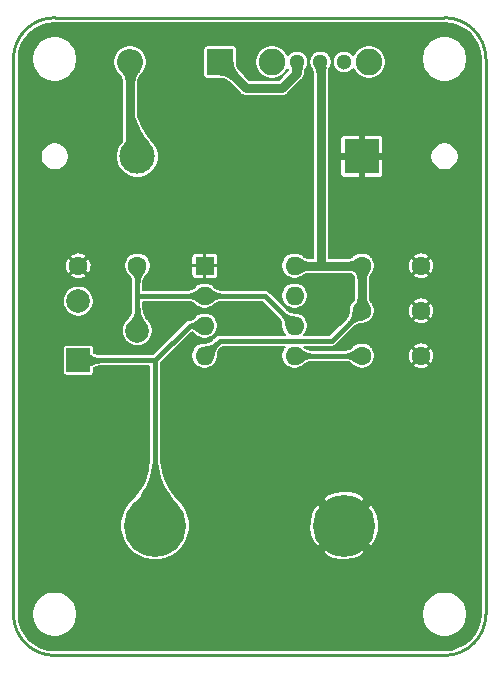
<source format=gbr>
G04 #@! TF.GenerationSoftware,KiCad,Pcbnew,(5.1.8)-1*
G04 #@! TF.CreationDate,2021-01-06T21:59:08-05:00*
G04 #@! TF.ProjectId,Square Wave Generator,53717561-7265-4205-9761-76652047656e,rev?*
G04 #@! TF.SameCoordinates,Original*
G04 #@! TF.FileFunction,Copper,L1,Top*
G04 #@! TF.FilePolarity,Positive*
%FSLAX46Y46*%
G04 Gerber Fmt 4.6, Leading zero omitted, Abs format (unit mm)*
G04 Created by KiCad (PCBNEW (5.1.8)-1) date 2021-01-06 21:59:08*
%MOMM*%
%LPD*%
G01*
G04 APERTURE LIST*
G04 #@! TA.AperFunction,Profile*
%ADD10C,0.254000*%
G04 #@! TD*
G04 #@! TA.AperFunction,ComponentPad*
%ADD11R,2.000000X2.000000*%
G04 #@! TD*
G04 #@! TA.AperFunction,ComponentPad*
%ADD12C,2.000000*%
G04 #@! TD*
G04 #@! TA.AperFunction,ComponentPad*
%ADD13C,1.600000*%
G04 #@! TD*
G04 #@! TA.AperFunction,ComponentPad*
%ADD14O,1.600000X1.600000*%
G04 #@! TD*
G04 #@! TA.AperFunction,ComponentPad*
%ADD15R,1.600000X1.600000*%
G04 #@! TD*
G04 #@! TA.AperFunction,ComponentPad*
%ADD16R,3.000000X3.000000*%
G04 #@! TD*
G04 #@! TA.AperFunction,ComponentPad*
%ADD17C,3.000000*%
G04 #@! TD*
G04 #@! TA.AperFunction,ComponentPad*
%ADD18C,1.300000*%
G04 #@! TD*
G04 #@! TA.AperFunction,ComponentPad*
%ADD19C,2.250000*%
G04 #@! TD*
G04 #@! TA.AperFunction,ComponentPad*
%ADD20C,5.250000*%
G04 #@! TD*
G04 #@! TA.AperFunction,ComponentPad*
%ADD21O,2.200000X2.200000*%
G04 #@! TD*
G04 #@! TA.AperFunction,ComponentPad*
%ADD22R,2.200000X2.200000*%
G04 #@! TD*
G04 #@! TA.AperFunction,ViaPad*
%ADD23C,0.600000*%
G04 #@! TD*
G04 #@! TA.AperFunction,Conductor*
%ADD24C,0.762000*%
G04 #@! TD*
G04 #@! TA.AperFunction,Conductor*
%ADD25C,0.381000*%
G04 #@! TD*
G04 #@! TA.AperFunction,Conductor*
%ADD26C,0.127000*%
G04 #@! TD*
G04 #@! TA.AperFunction,Conductor*
%ADD27C,0.150000*%
G04 #@! TD*
G04 #@! TA.AperFunction,Conductor*
%ADD28C,0.025400*%
G04 #@! TD*
G04 APERTURE END LIST*
D10*
X120000000Y-123500000D02*
G75*
G02*
X116500000Y-127000000I-3500000J0D01*
G01*
X83500000Y-127000000D02*
G75*
G02*
X80000000Y-123500000I0J3500000D01*
G01*
X116500000Y-73000000D02*
G75*
G02*
X120000000Y-76500000I0J-3500000D01*
G01*
X80000000Y-76500000D02*
G75*
G02*
X83500000Y-73000000I3500000J0D01*
G01*
X83500000Y-127000000D02*
X116500000Y-127000000D01*
X120000000Y-76500000D02*
X120000000Y-123500000D01*
X83500000Y-73000000D02*
X116500000Y-73000000D01*
X80000000Y-76500000D02*
X80000000Y-123500000D01*
D11*
X85500000Y-102000000D03*
D12*
X85500000Y-97000000D03*
X90500000Y-99500000D03*
D13*
X114500000Y-97810000D03*
X109500000Y-97810000D03*
D14*
X103810000Y-94000000D03*
X96190000Y-101620000D03*
X103810000Y-96540000D03*
X96190000Y-99080000D03*
X103810000Y-99080000D03*
X96190000Y-96540000D03*
X103810000Y-101620000D03*
D15*
X96190000Y-94000000D03*
D16*
X109500000Y-84750000D03*
D17*
X90500000Y-84750000D03*
D18*
X106000000Y-76750000D03*
D19*
X101900000Y-76750000D03*
X110100000Y-76750000D03*
D18*
X108000000Y-76750000D03*
X104000000Y-76750000D03*
D20*
X108000000Y-116000000D03*
X92000000Y-116000000D03*
D21*
X89880000Y-76750000D03*
D22*
X97500000Y-76750000D03*
D13*
X85500000Y-94000000D03*
X90500000Y-94000000D03*
X114500000Y-101620000D03*
X109500000Y-101620000D03*
X114500000Y-94000000D03*
X109500000Y-94000000D03*
D23*
X81775000Y-78824999D03*
X81775000Y-87624999D03*
X81775000Y-96424999D03*
X81775000Y-105224999D03*
X81775000Y-114024999D03*
X84175000Y-120424999D03*
X85775000Y-74024999D03*
X86575000Y-82824999D03*
X86575000Y-91624999D03*
X86575000Y-109224999D03*
X87375000Y-99624999D03*
X88175000Y-125224999D03*
X91375000Y-78824999D03*
X91375000Y-87624999D03*
X92175000Y-95624999D03*
X92175000Y-119624999D03*
X92975000Y-103624999D03*
X93775000Y-111624999D03*
X95375000Y-74024999D03*
X96175000Y-82824999D03*
X96175000Y-124424999D03*
X96975000Y-90824999D03*
X97775000Y-116424999D03*
X98575000Y-98024999D03*
X98575000Y-106824999D03*
X101775000Y-86024999D03*
X101775000Y-121224999D03*
X102575000Y-111624999D03*
X103375000Y-74824999D03*
X104175000Y-103624999D03*
X104975000Y-91624999D03*
X106575000Y-125224999D03*
X107375000Y-79624999D03*
X107375000Y-98024999D03*
X108175000Y-108424999D03*
X109775000Y-87624999D03*
X109775000Y-119624999D03*
X111375000Y-74024999D03*
X112175000Y-94024999D03*
X112175000Y-102824999D03*
X112175000Y-113224999D03*
X113775000Y-82024999D03*
X116175000Y-107624999D03*
X116975000Y-89224999D03*
X116975000Y-98024999D03*
X116975000Y-117224999D03*
D24*
X109500000Y-97810000D02*
X109500000Y-94000000D01*
D25*
X96190000Y-101620000D02*
X97472000Y-100338000D01*
X106972000Y-100338000D02*
X109500000Y-97810000D01*
X97472000Y-100338000D02*
X106972000Y-100338000D01*
D24*
X106000000Y-93967000D02*
X106033000Y-94000000D01*
X106033000Y-94000000D02*
X109500000Y-94000000D01*
X103810000Y-94000000D02*
X106033000Y-94000000D01*
X106033000Y-76783000D02*
X106000000Y-76750000D01*
X106033000Y-94000000D02*
X106033000Y-76783000D01*
D25*
X103810000Y-101620000D02*
X109500000Y-101620000D01*
D24*
X89880000Y-84130000D02*
X89880000Y-76750000D01*
X90500000Y-84750000D02*
X89880000Y-84130000D01*
X104000000Y-77669238D02*
X104000000Y-76750000D01*
X102738738Y-78930500D02*
X104000000Y-77669238D01*
X99680500Y-78930500D02*
X102738738Y-78930500D01*
X97500000Y-76750000D02*
X99680500Y-78930500D01*
D25*
X96190000Y-96540000D02*
X90524500Y-96540000D01*
X90524500Y-96540000D02*
X90500000Y-96515500D01*
X90500000Y-96515500D02*
X90500000Y-94000000D01*
X90500000Y-99500000D02*
X90500000Y-96515500D01*
X101270000Y-96540000D02*
X103810000Y-99080000D01*
X96190000Y-96540000D02*
X101270000Y-96540000D01*
X92000000Y-102000500D02*
X92000500Y-102000000D01*
X85500000Y-102000000D02*
X92000500Y-102000000D01*
X94920500Y-99080000D02*
X96190000Y-99080000D01*
X92000500Y-102000000D02*
X94920500Y-99080000D01*
X92000000Y-116000000D02*
X92000000Y-102000500D01*
D26*
X117093851Y-73500840D02*
X117665081Y-73673305D01*
X118191935Y-73953439D01*
X118654341Y-74330568D01*
X119034690Y-74790331D01*
X119318493Y-75315215D01*
X119494941Y-75885225D01*
X119559496Y-76499420D01*
X119559500Y-76500670D01*
X119559501Y-123478443D01*
X119499159Y-124093853D01*
X119326695Y-124665081D01*
X119046564Y-125191930D01*
X118669434Y-125654339D01*
X118209669Y-126034690D01*
X117684788Y-126318492D01*
X117114775Y-126494941D01*
X116500580Y-126559496D01*
X116499330Y-126559500D01*
X83521547Y-126559500D01*
X82906147Y-126499159D01*
X82334919Y-126326695D01*
X81808070Y-126046564D01*
X81345661Y-125669434D01*
X80965310Y-125209669D01*
X80681508Y-124684788D01*
X80505059Y-124114775D01*
X80440504Y-123500580D01*
X80440500Y-123499330D01*
X80440500Y-123311537D01*
X81586500Y-123311537D01*
X81586500Y-123688463D01*
X81660034Y-124058147D01*
X81804278Y-124406382D01*
X82013687Y-124719785D01*
X82280215Y-124986313D01*
X82593618Y-125195722D01*
X82941853Y-125339966D01*
X83311537Y-125413500D01*
X83688463Y-125413500D01*
X84058147Y-125339966D01*
X84406382Y-125195722D01*
X84719785Y-124986313D01*
X84986313Y-124719785D01*
X85195722Y-124406382D01*
X85339966Y-124058147D01*
X85413500Y-123688463D01*
X85413500Y-123311537D01*
X114586500Y-123311537D01*
X114586500Y-123688463D01*
X114660034Y-124058147D01*
X114804278Y-124406382D01*
X115013687Y-124719785D01*
X115280215Y-124986313D01*
X115593618Y-125195722D01*
X115941853Y-125339966D01*
X116311537Y-125413500D01*
X116688463Y-125413500D01*
X117058147Y-125339966D01*
X117406382Y-125195722D01*
X117719785Y-124986313D01*
X117986313Y-124719785D01*
X118195722Y-124406382D01*
X118339966Y-124058147D01*
X118413500Y-123688463D01*
X118413500Y-123311537D01*
X118339966Y-122941853D01*
X118195722Y-122593618D01*
X117986313Y-122280215D01*
X117719785Y-122013687D01*
X117406382Y-121804278D01*
X117058147Y-121660034D01*
X116688463Y-121586500D01*
X116311537Y-121586500D01*
X115941853Y-121660034D01*
X115593618Y-121804278D01*
X115280215Y-122013687D01*
X115013687Y-122280215D01*
X114804278Y-122593618D01*
X114660034Y-122941853D01*
X114586500Y-123311537D01*
X85413500Y-123311537D01*
X85339966Y-122941853D01*
X85195722Y-122593618D01*
X84986313Y-122280215D01*
X84719785Y-122013687D01*
X84406382Y-121804278D01*
X84058147Y-121660034D01*
X83688463Y-121586500D01*
X83311537Y-121586500D01*
X82941853Y-121660034D01*
X82593618Y-121804278D01*
X82280215Y-122013687D01*
X82013687Y-122280215D01*
X81804278Y-122593618D01*
X81660034Y-122941853D01*
X81586500Y-123311537D01*
X80440500Y-123311537D01*
X80440500Y-101000000D01*
X84184984Y-101000000D01*
X84184984Y-103000000D01*
X84191037Y-103061457D01*
X84208963Y-103120551D01*
X84238074Y-103175014D01*
X84277250Y-103222750D01*
X84324986Y-103261926D01*
X84379449Y-103291037D01*
X84438543Y-103308963D01*
X84500000Y-103315016D01*
X86500000Y-103315016D01*
X86561457Y-103308963D01*
X86620551Y-103291037D01*
X86675014Y-103261926D01*
X86722750Y-103222750D01*
X86761926Y-103175014D01*
X86791037Y-103120551D01*
X86808963Y-103061457D01*
X86815016Y-103000000D01*
X86815016Y-102644112D01*
X86893166Y-102608094D01*
X86995017Y-102571153D01*
X87101637Y-102542182D01*
X87213463Y-102521248D01*
X87330956Y-102508503D01*
X87392376Y-102506356D01*
X87410574Y-102504000D01*
X91496001Y-102504000D01*
X91496000Y-110184340D01*
X91492810Y-110208147D01*
X91480123Y-110570116D01*
X91433266Y-111001095D01*
X91355468Y-111415804D01*
X91246891Y-111814636D01*
X91107590Y-112198072D01*
X90937461Y-112566684D01*
X90736274Y-112920982D01*
X90503718Y-113261343D01*
X90239366Y-113588107D01*
X89986045Y-113855747D01*
X89973141Y-113871193D01*
X89717518Y-114126816D01*
X89395935Y-114608098D01*
X89174425Y-115142871D01*
X89061500Y-115710583D01*
X89061500Y-116289417D01*
X89174425Y-116857129D01*
X89395935Y-117391902D01*
X89717518Y-117873184D01*
X90126816Y-118282482D01*
X90608098Y-118604065D01*
X91142871Y-118825575D01*
X91710583Y-118938500D01*
X92289417Y-118938500D01*
X92857129Y-118825575D01*
X93391902Y-118604065D01*
X93873184Y-118282482D01*
X93911129Y-118244537D01*
X106204476Y-118244537D01*
X106531362Y-118561571D01*
X107059320Y-118798868D01*
X107623427Y-118928606D01*
X108202005Y-118945800D01*
X108772820Y-118849788D01*
X109313937Y-118644260D01*
X109468638Y-118561571D01*
X109795524Y-118244537D01*
X108000000Y-116449013D01*
X106204476Y-118244537D01*
X93911129Y-118244537D01*
X94282482Y-117873184D01*
X94604065Y-117391902D01*
X94825575Y-116857129D01*
X94938500Y-116289417D01*
X94938500Y-116202005D01*
X105054200Y-116202005D01*
X105150212Y-116772820D01*
X105355740Y-117313937D01*
X105438429Y-117468638D01*
X105755463Y-117795524D01*
X107550987Y-116000000D01*
X108449013Y-116000000D01*
X110244537Y-117795524D01*
X110561571Y-117468638D01*
X110798868Y-116940680D01*
X110928606Y-116376573D01*
X110945800Y-115797995D01*
X110849788Y-115227180D01*
X110644260Y-114686063D01*
X110561571Y-114531362D01*
X110244537Y-114204476D01*
X108449013Y-116000000D01*
X107550987Y-116000000D01*
X105755463Y-114204476D01*
X105438429Y-114531362D01*
X105201132Y-115059320D01*
X105071394Y-115623427D01*
X105054200Y-116202005D01*
X94938500Y-116202005D01*
X94938500Y-115710583D01*
X94825575Y-115142871D01*
X94604065Y-114608098D01*
X94282482Y-114126816D01*
X94022742Y-113867076D01*
X94013954Y-113855747D01*
X93919036Y-113755463D01*
X106204476Y-113755463D01*
X108000000Y-115550987D01*
X109795524Y-113755463D01*
X109468638Y-113438429D01*
X108940680Y-113201132D01*
X108376573Y-113071394D01*
X107797995Y-113054200D01*
X107227180Y-113150212D01*
X106686063Y-113355740D01*
X106531362Y-113438429D01*
X106204476Y-113755463D01*
X93919036Y-113755463D01*
X93760633Y-113588107D01*
X93496281Y-113261343D01*
X93263725Y-112920982D01*
X93062538Y-112566684D01*
X92892409Y-112198072D01*
X92753108Y-111814636D01*
X92644531Y-111415804D01*
X92566733Y-111001095D01*
X92519876Y-110570117D01*
X92507190Y-110208149D01*
X92504000Y-110183524D01*
X92504000Y-102209263D01*
X95087047Y-99626216D01*
X95116557Y-99640324D01*
X95166092Y-99669054D01*
X95219022Y-99705064D01*
X95275013Y-99748694D01*
X95333731Y-99800171D01*
X95364011Y-99829624D01*
X95370159Y-99834886D01*
X95480185Y-99944912D01*
X95662560Y-100066771D01*
X95865204Y-100150709D01*
X96080330Y-100193500D01*
X96299670Y-100193500D01*
X96514796Y-100150709D01*
X96717440Y-100066771D01*
X96899815Y-99944912D01*
X97054912Y-99789815D01*
X97176771Y-99607440D01*
X97260709Y-99404796D01*
X97303500Y-99189670D01*
X97303500Y-98970330D01*
X97260709Y-98755204D01*
X97176771Y-98552560D01*
X97054912Y-98370185D01*
X96899815Y-98215088D01*
X96717440Y-98093229D01*
X96514796Y-98009291D01*
X96299670Y-97966500D01*
X96080330Y-97966500D01*
X95865204Y-98009291D01*
X95662560Y-98093229D01*
X95480185Y-98215088D01*
X95368386Y-98326887D01*
X95364015Y-98330374D01*
X95333741Y-98359820D01*
X95275013Y-98411306D01*
X95219022Y-98454936D01*
X95166092Y-98490946D01*
X95116557Y-98519676D01*
X95070656Y-98541621D01*
X95028426Y-98557443D01*
X94989736Y-98567877D01*
X94954071Y-98573692D01*
X94937084Y-98574622D01*
X94934681Y-98574959D01*
X94920500Y-98573562D01*
X94895746Y-98576000D01*
X94821699Y-98583293D01*
X94726695Y-98612112D01*
X94639138Y-98658912D01*
X94562394Y-98721894D01*
X94546610Y-98741127D01*
X91791737Y-101496000D01*
X87409972Y-101496000D01*
X87392381Y-101493644D01*
X87330956Y-101491496D01*
X87213463Y-101478751D01*
X87101637Y-101457817D01*
X86995017Y-101428846D01*
X86893166Y-101391905D01*
X86815016Y-101355887D01*
X86815016Y-101000000D01*
X86808963Y-100938543D01*
X86791037Y-100879449D01*
X86761926Y-100824986D01*
X86722750Y-100777250D01*
X86675014Y-100738074D01*
X86620551Y-100708963D01*
X86561457Y-100691037D01*
X86500000Y-100684984D01*
X84500000Y-100684984D01*
X84438543Y-100691037D01*
X84379449Y-100708963D01*
X84324986Y-100738074D01*
X84277250Y-100777250D01*
X84238074Y-100824986D01*
X84208963Y-100879449D01*
X84191037Y-100938543D01*
X84184984Y-101000000D01*
X80440500Y-101000000D01*
X80440500Y-99370632D01*
X89186500Y-99370632D01*
X89186500Y-99629368D01*
X89236978Y-99883134D01*
X89335992Y-100122175D01*
X89479738Y-100337307D01*
X89662693Y-100520262D01*
X89877825Y-100664008D01*
X90116866Y-100763022D01*
X90370632Y-100813500D01*
X90629368Y-100813500D01*
X90883134Y-100763022D01*
X91122175Y-100664008D01*
X91337307Y-100520262D01*
X91520262Y-100337307D01*
X91664008Y-100122175D01*
X91763022Y-99883134D01*
X91813500Y-99629368D01*
X91813500Y-99370632D01*
X91763022Y-99116866D01*
X91664008Y-98877825D01*
X91520262Y-98662693D01*
X91387960Y-98530391D01*
X91379301Y-98519226D01*
X91339287Y-98476943D01*
X91268340Y-98389198D01*
X91206417Y-98298491D01*
X91153115Y-98204518D01*
X91108098Y-98106843D01*
X91071153Y-98004982D01*
X91042182Y-97898362D01*
X91021248Y-97786536D01*
X91008503Y-97669043D01*
X91006356Y-97607624D01*
X91004000Y-97589426D01*
X91004000Y-97044000D01*
X94748146Y-97044000D01*
X94760525Y-97045657D01*
X94802010Y-97047105D01*
X94880933Y-97055656D01*
X94955513Y-97069602D01*
X95026167Y-97088781D01*
X95093375Y-97113134D01*
X95157690Y-97142753D01*
X95219629Y-97177864D01*
X95279582Y-97218773D01*
X95337908Y-97265921D01*
X95366120Y-97292615D01*
X95376852Y-97301579D01*
X95480185Y-97404912D01*
X95662560Y-97526771D01*
X95865204Y-97610709D01*
X96080330Y-97653500D01*
X96299670Y-97653500D01*
X96514796Y-97610709D01*
X96717440Y-97526771D01*
X96899815Y-97404912D01*
X97006005Y-97298722D01*
X97013884Y-97292612D01*
X97042101Y-97265912D01*
X97100409Y-97218780D01*
X97160370Y-97177864D01*
X97222301Y-97142758D01*
X97286622Y-97113136D01*
X97353828Y-97088782D01*
X97424486Y-97069602D01*
X97499066Y-97055656D01*
X97577989Y-97047105D01*
X97619475Y-97045657D01*
X97632277Y-97044000D01*
X101061237Y-97044000D01*
X102434078Y-98416842D01*
X102441657Y-98426763D01*
X102469957Y-98457110D01*
X102519726Y-98518974D01*
X102562604Y-98581575D01*
X102598993Y-98645079D01*
X102629304Y-98709840D01*
X102653837Y-98776260D01*
X102672803Y-98844865D01*
X102686274Y-98916215D01*
X102694178Y-98990780D01*
X102695251Y-99029607D01*
X102696500Y-99043520D01*
X102696500Y-99189670D01*
X102739291Y-99404796D01*
X102823229Y-99607440D01*
X102945088Y-99789815D01*
X102989273Y-99834000D01*
X97496754Y-99834000D01*
X97472000Y-99831562D01*
X97373198Y-99841293D01*
X97344379Y-99850035D01*
X97278195Y-99870112D01*
X97190638Y-99916912D01*
X97113894Y-99979894D01*
X97098110Y-99999127D01*
X96853162Y-100244075D01*
X96843244Y-100251651D01*
X96812888Y-100279958D01*
X96751025Y-100329726D01*
X96688419Y-100372607D01*
X96624922Y-100408992D01*
X96560154Y-100439306D01*
X96493739Y-100463837D01*
X96425134Y-100482803D01*
X96353784Y-100496274D01*
X96279219Y-100504178D01*
X96240393Y-100505251D01*
X96226479Y-100506500D01*
X96080330Y-100506500D01*
X95865204Y-100549291D01*
X95662560Y-100633229D01*
X95480185Y-100755088D01*
X95325088Y-100910185D01*
X95203229Y-101092560D01*
X95119291Y-101295204D01*
X95076500Y-101510330D01*
X95076500Y-101729670D01*
X95119291Y-101944796D01*
X95203229Y-102147440D01*
X95325088Y-102329815D01*
X95480185Y-102484912D01*
X95662560Y-102606771D01*
X95865204Y-102690709D01*
X96080330Y-102733500D01*
X96299670Y-102733500D01*
X96514796Y-102690709D01*
X96717440Y-102606771D01*
X96899815Y-102484912D01*
X97054912Y-102329815D01*
X97176771Y-102147440D01*
X97260709Y-101944796D01*
X97303500Y-101729670D01*
X97303500Y-101579485D01*
X97304750Y-101569600D01*
X97305822Y-101530768D01*
X97313725Y-101456215D01*
X97327196Y-101384866D01*
X97346164Y-101316255D01*
X97370694Y-101249842D01*
X97401002Y-101185086D01*
X97437395Y-101121575D01*
X97480273Y-101058974D01*
X97530036Y-100997118D01*
X97558343Y-100966763D01*
X97566224Y-100956539D01*
X97680763Y-100842000D01*
X103013273Y-100842000D01*
X102945088Y-100910185D01*
X102823229Y-101092560D01*
X102739291Y-101295204D01*
X102696500Y-101510330D01*
X102696500Y-101729670D01*
X102739291Y-101944796D01*
X102823229Y-102147440D01*
X102945088Y-102329815D01*
X103100185Y-102484912D01*
X103282560Y-102606771D01*
X103485204Y-102690709D01*
X103700330Y-102733500D01*
X103919670Y-102733500D01*
X104134796Y-102690709D01*
X104337440Y-102606771D01*
X104519815Y-102484912D01*
X104626005Y-102378722D01*
X104633884Y-102372612D01*
X104662101Y-102345912D01*
X104720409Y-102298780D01*
X104780370Y-102257864D01*
X104842301Y-102222758D01*
X104906622Y-102193136D01*
X104973828Y-102168782D01*
X105044486Y-102149602D01*
X105119066Y-102135656D01*
X105197989Y-102127105D01*
X105239475Y-102125657D01*
X105252277Y-102124000D01*
X108058146Y-102124000D01*
X108070525Y-102125657D01*
X108112010Y-102127105D01*
X108190933Y-102135656D01*
X108265513Y-102149602D01*
X108336167Y-102168781D01*
X108403375Y-102193134D01*
X108467690Y-102222753D01*
X108529629Y-102257864D01*
X108589582Y-102298773D01*
X108647908Y-102345921D01*
X108676120Y-102372615D01*
X108686852Y-102381579D01*
X108790185Y-102484912D01*
X108972560Y-102606771D01*
X109175204Y-102690709D01*
X109390330Y-102733500D01*
X109609670Y-102733500D01*
X109824796Y-102690709D01*
X110027440Y-102606771D01*
X110209815Y-102484912D01*
X110295443Y-102399284D01*
X113810519Y-102399284D01*
X113894767Y-102561065D01*
X114089988Y-102661058D01*
X114300967Y-102721044D01*
X114519595Y-102738717D01*
X114737469Y-102713399D01*
X114946218Y-102646062D01*
X115105233Y-102561065D01*
X115189481Y-102399284D01*
X114500000Y-101709803D01*
X113810519Y-102399284D01*
X110295443Y-102399284D01*
X110364912Y-102329815D01*
X110486771Y-102147440D01*
X110570709Y-101944796D01*
X110613500Y-101729670D01*
X110613500Y-101639595D01*
X113381283Y-101639595D01*
X113406601Y-101857469D01*
X113473938Y-102066218D01*
X113558935Y-102225233D01*
X113720716Y-102309481D01*
X114410197Y-101620000D01*
X114589803Y-101620000D01*
X115279284Y-102309481D01*
X115441065Y-102225233D01*
X115541058Y-102030012D01*
X115601044Y-101819033D01*
X115618717Y-101600405D01*
X115593399Y-101382531D01*
X115526062Y-101173782D01*
X115441065Y-101014767D01*
X115279284Y-100930519D01*
X114589803Y-101620000D01*
X114410197Y-101620000D01*
X113720716Y-100930519D01*
X113558935Y-101014767D01*
X113458942Y-101209988D01*
X113398956Y-101420967D01*
X113381283Y-101639595D01*
X110613500Y-101639595D01*
X110613500Y-101510330D01*
X110570709Y-101295204D01*
X110486771Y-101092560D01*
X110364912Y-100910185D01*
X110295443Y-100840716D01*
X113810519Y-100840716D01*
X114500000Y-101530197D01*
X115189481Y-100840716D01*
X115105233Y-100678935D01*
X114910012Y-100578942D01*
X114699033Y-100518956D01*
X114480405Y-100501283D01*
X114262531Y-100526601D01*
X114053782Y-100593938D01*
X113894767Y-100678935D01*
X113810519Y-100840716D01*
X110295443Y-100840716D01*
X110209815Y-100755088D01*
X110027440Y-100633229D01*
X109824796Y-100549291D01*
X109609670Y-100506500D01*
X109390330Y-100506500D01*
X109175204Y-100549291D01*
X108972560Y-100633229D01*
X108790185Y-100755088D01*
X108683995Y-100861278D01*
X108676123Y-100867382D01*
X108647901Y-100894085D01*
X108589582Y-100941227D01*
X108529629Y-100982136D01*
X108467690Y-101017247D01*
X108403375Y-101046866D01*
X108336167Y-101071219D01*
X108265513Y-101090398D01*
X108190933Y-101104344D01*
X108112011Y-101112895D01*
X108070518Y-101114344D01*
X108057723Y-101116000D01*
X105251851Y-101116000D01*
X105239482Y-101114344D01*
X105197988Y-101112895D01*
X105119066Y-101104344D01*
X105044486Y-101090398D01*
X104973828Y-101071218D01*
X104906622Y-101046864D01*
X104842301Y-101017242D01*
X104780370Y-100982136D01*
X104720409Y-100941220D01*
X104662101Y-100894088D01*
X104633880Y-100867385D01*
X104623150Y-100858423D01*
X104606727Y-100842000D01*
X106947246Y-100842000D01*
X106972000Y-100844438D01*
X107009791Y-100840716D01*
X107070801Y-100834707D01*
X107165805Y-100805888D01*
X107253362Y-100759088D01*
X107330106Y-100696106D01*
X107345890Y-100676873D01*
X108836842Y-99185922D01*
X108846763Y-99178343D01*
X108877118Y-99150036D01*
X108938974Y-99100273D01*
X109001575Y-99057395D01*
X109065086Y-99021002D01*
X109129842Y-98990694D01*
X109196255Y-98966164D01*
X109264866Y-98947196D01*
X109336215Y-98933725D01*
X109410768Y-98925822D01*
X109449600Y-98924750D01*
X109463522Y-98923500D01*
X109609670Y-98923500D01*
X109824796Y-98880709D01*
X110027440Y-98796771D01*
X110209815Y-98674912D01*
X110295443Y-98589284D01*
X113810519Y-98589284D01*
X113894767Y-98751065D01*
X114089988Y-98851058D01*
X114300967Y-98911044D01*
X114519595Y-98928717D01*
X114737469Y-98903399D01*
X114946218Y-98836062D01*
X115105233Y-98751065D01*
X115189481Y-98589284D01*
X114500000Y-97899803D01*
X113810519Y-98589284D01*
X110295443Y-98589284D01*
X110364912Y-98519815D01*
X110486771Y-98337440D01*
X110570709Y-98134796D01*
X110613500Y-97919670D01*
X110613500Y-97829595D01*
X113381283Y-97829595D01*
X113406601Y-98047469D01*
X113473938Y-98256218D01*
X113558935Y-98415233D01*
X113720716Y-98499481D01*
X114410197Y-97810000D01*
X114589803Y-97810000D01*
X115279284Y-98499481D01*
X115441065Y-98415233D01*
X115541058Y-98220012D01*
X115601044Y-98009033D01*
X115618717Y-97790405D01*
X115593399Y-97572531D01*
X115526062Y-97363782D01*
X115441065Y-97204767D01*
X115279284Y-97120519D01*
X114589803Y-97810000D01*
X114410197Y-97810000D01*
X113720716Y-97120519D01*
X113558935Y-97204767D01*
X113458942Y-97399988D01*
X113398956Y-97610967D01*
X113381283Y-97829595D01*
X110613500Y-97829595D01*
X110613500Y-97700330D01*
X110570709Y-97485204D01*
X110486771Y-97282560D01*
X110364912Y-97100185D01*
X110295443Y-97030716D01*
X113810519Y-97030716D01*
X114500000Y-97720197D01*
X115189481Y-97030716D01*
X115105233Y-96868935D01*
X114910012Y-96768942D01*
X114699033Y-96708956D01*
X114480405Y-96691283D01*
X114262531Y-96716601D01*
X114053782Y-96783938D01*
X113894767Y-96868935D01*
X113810519Y-97030716D01*
X110295443Y-97030716D01*
X110274475Y-97009748D01*
X110271680Y-97006110D01*
X110263898Y-96997811D01*
X110250284Y-96980532D01*
X110238430Y-96962439D01*
X110228011Y-96943036D01*
X110218827Y-96921723D01*
X110210856Y-96897950D01*
X110204208Y-96871209D01*
X110199103Y-96841113D01*
X110195814Y-96807365D01*
X110195243Y-96788990D01*
X110194500Y-96782904D01*
X110194500Y-95026733D01*
X110195244Y-95021010D01*
X110195816Y-95002619D01*
X110199103Y-94968888D01*
X110204208Y-94938791D01*
X110210855Y-94912054D01*
X110218830Y-94888268D01*
X110228010Y-94866966D01*
X110238435Y-94847553D01*
X110250286Y-94829465D01*
X110263892Y-94812195D01*
X110271673Y-94803898D01*
X110273955Y-94800772D01*
X110295443Y-94779284D01*
X113810519Y-94779284D01*
X113894767Y-94941065D01*
X114089988Y-95041058D01*
X114300967Y-95101044D01*
X114519595Y-95118717D01*
X114737469Y-95093399D01*
X114946218Y-95026062D01*
X115105233Y-94941065D01*
X115189481Y-94779284D01*
X114500000Y-94089803D01*
X113810519Y-94779284D01*
X110295443Y-94779284D01*
X110364912Y-94709815D01*
X110486771Y-94527440D01*
X110570709Y-94324796D01*
X110613500Y-94109670D01*
X110613500Y-94019595D01*
X113381283Y-94019595D01*
X113406601Y-94237469D01*
X113473938Y-94446218D01*
X113558935Y-94605233D01*
X113720716Y-94689481D01*
X114410197Y-94000000D01*
X114589803Y-94000000D01*
X115279284Y-94689481D01*
X115441065Y-94605233D01*
X115541058Y-94410012D01*
X115601044Y-94199033D01*
X115618717Y-93980405D01*
X115593399Y-93762531D01*
X115526062Y-93553782D01*
X115441065Y-93394767D01*
X115279284Y-93310519D01*
X114589803Y-94000000D01*
X114410197Y-94000000D01*
X113720716Y-93310519D01*
X113558935Y-93394767D01*
X113458942Y-93589988D01*
X113398956Y-93800967D01*
X113381283Y-94019595D01*
X110613500Y-94019595D01*
X110613500Y-93890330D01*
X110570709Y-93675204D01*
X110486771Y-93472560D01*
X110364912Y-93290185D01*
X110295443Y-93220716D01*
X113810519Y-93220716D01*
X114500000Y-93910197D01*
X115189481Y-93220716D01*
X115105233Y-93058935D01*
X114910012Y-92958942D01*
X114699033Y-92898956D01*
X114480405Y-92881283D01*
X114262531Y-92906601D01*
X114053782Y-92973938D01*
X113894767Y-93058935D01*
X113810519Y-93220716D01*
X110295443Y-93220716D01*
X110209815Y-93135088D01*
X110027440Y-93013229D01*
X109824796Y-92929291D01*
X109609670Y-92886500D01*
X109390330Y-92886500D01*
X109175204Y-92929291D01*
X108972560Y-93013229D01*
X108790185Y-93135088D01*
X108699748Y-93225525D01*
X108696110Y-93228320D01*
X108687818Y-93236096D01*
X108670532Y-93249715D01*
X108652439Y-93261569D01*
X108633036Y-93271988D01*
X108611723Y-93281172D01*
X108587950Y-93289143D01*
X108561209Y-93295791D01*
X108531112Y-93300896D01*
X108497367Y-93304184D01*
X108478978Y-93304757D01*
X108472894Y-93305500D01*
X106727500Y-93305500D01*
X106727500Y-86250000D01*
X107684983Y-86250000D01*
X107691036Y-86311457D01*
X107708962Y-86370552D01*
X107738073Y-86425014D01*
X107777249Y-86472751D01*
X107824986Y-86511927D01*
X107879448Y-86541038D01*
X107938543Y-86558964D01*
X108000000Y-86565017D01*
X109231125Y-86563500D01*
X109309500Y-86485125D01*
X109309500Y-84940500D01*
X109690500Y-84940500D01*
X109690500Y-86485125D01*
X109768875Y-86563500D01*
X111000000Y-86565017D01*
X111061457Y-86558964D01*
X111120552Y-86541038D01*
X111175014Y-86511927D01*
X111222751Y-86472751D01*
X111261927Y-86425014D01*
X111291038Y-86370552D01*
X111308964Y-86311457D01*
X111315017Y-86250000D01*
X111313500Y-85018875D01*
X111235125Y-84940500D01*
X109690500Y-84940500D01*
X109309500Y-84940500D01*
X107764875Y-84940500D01*
X107686500Y-85018875D01*
X107684983Y-86250000D01*
X106727500Y-86250000D01*
X106727500Y-84632943D01*
X115311500Y-84632943D01*
X115311500Y-84867057D01*
X115357173Y-85096673D01*
X115446765Y-85312966D01*
X115576831Y-85507625D01*
X115742375Y-85673169D01*
X115937034Y-85803235D01*
X116153327Y-85892827D01*
X116382943Y-85938500D01*
X116617057Y-85938500D01*
X116846673Y-85892827D01*
X117062966Y-85803235D01*
X117257625Y-85673169D01*
X117423169Y-85507625D01*
X117553235Y-85312966D01*
X117642827Y-85096673D01*
X117688500Y-84867057D01*
X117688500Y-84632943D01*
X117642827Y-84403327D01*
X117553235Y-84187034D01*
X117423169Y-83992375D01*
X117257625Y-83826831D01*
X117062966Y-83696765D01*
X116846673Y-83607173D01*
X116617057Y-83561500D01*
X116382943Y-83561500D01*
X116153327Y-83607173D01*
X115937034Y-83696765D01*
X115742375Y-83826831D01*
X115576831Y-83992375D01*
X115446765Y-84187034D01*
X115357173Y-84403327D01*
X115311500Y-84632943D01*
X106727500Y-84632943D01*
X106727500Y-83250000D01*
X107684983Y-83250000D01*
X107686500Y-84481125D01*
X107764875Y-84559500D01*
X109309500Y-84559500D01*
X109309500Y-83014875D01*
X109690500Y-83014875D01*
X109690500Y-84559500D01*
X111235125Y-84559500D01*
X111313500Y-84481125D01*
X111315017Y-83250000D01*
X111308964Y-83188543D01*
X111291038Y-83129448D01*
X111261927Y-83074986D01*
X111222751Y-83027249D01*
X111175014Y-82988073D01*
X111120552Y-82958962D01*
X111061457Y-82941036D01*
X111000000Y-82934983D01*
X109768875Y-82936500D01*
X109690500Y-83014875D01*
X109309500Y-83014875D01*
X109231125Y-82936500D01*
X108000000Y-82934983D01*
X107938543Y-82941036D01*
X107879448Y-82958962D01*
X107824986Y-82988073D01*
X107777249Y-83027249D01*
X107738073Y-83074986D01*
X107708962Y-83129448D01*
X107691036Y-83188543D01*
X107684983Y-83250000D01*
X106727500Y-83250000D01*
X106727500Y-77385094D01*
X106748399Y-77364195D01*
X106853843Y-77206388D01*
X106926473Y-77031043D01*
X106963500Y-76844896D01*
X106963500Y-76655104D01*
X107036500Y-76655104D01*
X107036500Y-76844896D01*
X107073527Y-77031043D01*
X107146157Y-77206388D01*
X107251601Y-77364195D01*
X107385805Y-77498399D01*
X107543612Y-77603843D01*
X107718957Y-77676473D01*
X107905104Y-77713500D01*
X108094896Y-77713500D01*
X108281043Y-77676473D01*
X108456388Y-77603843D01*
X108614195Y-77498399D01*
X108748399Y-77364195D01*
X108778640Y-77318936D01*
X108825218Y-77431385D01*
X108982644Y-77666990D01*
X109183010Y-77867356D01*
X109418615Y-78024782D01*
X109680405Y-78133219D01*
X109958320Y-78188500D01*
X110241680Y-78188500D01*
X110519595Y-78133219D01*
X110781385Y-78024782D01*
X111016990Y-77867356D01*
X111217356Y-77666990D01*
X111374782Y-77431385D01*
X111483219Y-77169595D01*
X111538500Y-76891680D01*
X111538500Y-76608320D01*
X111483219Y-76330405D01*
X111475404Y-76311537D01*
X114586500Y-76311537D01*
X114586500Y-76688463D01*
X114660034Y-77058147D01*
X114804278Y-77406382D01*
X115013687Y-77719785D01*
X115280215Y-77986313D01*
X115593618Y-78195722D01*
X115941853Y-78339966D01*
X116311537Y-78413500D01*
X116688463Y-78413500D01*
X117058147Y-78339966D01*
X117406382Y-78195722D01*
X117719785Y-77986313D01*
X117986313Y-77719785D01*
X118195722Y-77406382D01*
X118339966Y-77058147D01*
X118413500Y-76688463D01*
X118413500Y-76311537D01*
X118339966Y-75941853D01*
X118195722Y-75593618D01*
X117986313Y-75280215D01*
X117719785Y-75013687D01*
X117406382Y-74804278D01*
X117058147Y-74660034D01*
X116688463Y-74586500D01*
X116311537Y-74586500D01*
X115941853Y-74660034D01*
X115593618Y-74804278D01*
X115280215Y-75013687D01*
X115013687Y-75280215D01*
X114804278Y-75593618D01*
X114660034Y-75941853D01*
X114586500Y-76311537D01*
X111475404Y-76311537D01*
X111374782Y-76068615D01*
X111217356Y-75833010D01*
X111016990Y-75632644D01*
X110781385Y-75475218D01*
X110519595Y-75366781D01*
X110241680Y-75311500D01*
X109958320Y-75311500D01*
X109680405Y-75366781D01*
X109418615Y-75475218D01*
X109183010Y-75632644D01*
X108982644Y-75833010D01*
X108825218Y-76068615D01*
X108778640Y-76181064D01*
X108748399Y-76135805D01*
X108614195Y-76001601D01*
X108456388Y-75896157D01*
X108281043Y-75823527D01*
X108094896Y-75786500D01*
X107905104Y-75786500D01*
X107718957Y-75823527D01*
X107543612Y-75896157D01*
X107385805Y-76001601D01*
X107251601Y-76135805D01*
X107146157Y-76293612D01*
X107073527Y-76468957D01*
X107036500Y-76655104D01*
X106963500Y-76655104D01*
X106926473Y-76468957D01*
X106853843Y-76293612D01*
X106748399Y-76135805D01*
X106614195Y-76001601D01*
X106456388Y-75896157D01*
X106281043Y-75823527D01*
X106094896Y-75786500D01*
X105905104Y-75786500D01*
X105718957Y-75823527D01*
X105543612Y-75896157D01*
X105385805Y-76001601D01*
X105251601Y-76135805D01*
X105146157Y-76293612D01*
X105073527Y-76468957D01*
X105036500Y-76655104D01*
X105036500Y-76844896D01*
X105073527Y-77031043D01*
X105146157Y-77206388D01*
X105251601Y-77364195D01*
X105299205Y-77411799D01*
X105305253Y-77432867D01*
X105312320Y-77463131D01*
X105319641Y-77501354D01*
X105326834Y-77546939D01*
X105333642Y-77599275D01*
X105336772Y-77628547D01*
X105338501Y-77638154D01*
X105338500Y-93305500D01*
X104836736Y-93305500D01*
X104831022Y-93304757D01*
X104812632Y-93304184D01*
X104778890Y-93300897D01*
X104748791Y-93295791D01*
X104722054Y-93289144D01*
X104698268Y-93281169D01*
X104676966Y-93271989D01*
X104657553Y-93261564D01*
X104639465Y-93249713D01*
X104622189Y-93236102D01*
X104613898Y-93228327D01*
X104610772Y-93226045D01*
X104519815Y-93135088D01*
X104337440Y-93013229D01*
X104134796Y-92929291D01*
X103919670Y-92886500D01*
X103700330Y-92886500D01*
X103485204Y-92929291D01*
X103282560Y-93013229D01*
X103100185Y-93135088D01*
X102945088Y-93290185D01*
X102823229Y-93472560D01*
X102739291Y-93675204D01*
X102696500Y-93890330D01*
X102696500Y-94109670D01*
X102739291Y-94324796D01*
X102823229Y-94527440D01*
X102945088Y-94709815D01*
X103100185Y-94864912D01*
X103282560Y-94986771D01*
X103485204Y-95070709D01*
X103700330Y-95113500D01*
X103919670Y-95113500D01*
X104134796Y-95070709D01*
X104337440Y-94986771D01*
X104519815Y-94864912D01*
X104610255Y-94774472D01*
X104613898Y-94771673D01*
X104622195Y-94763892D01*
X104639465Y-94750286D01*
X104657553Y-94738435D01*
X104676966Y-94728010D01*
X104698268Y-94718830D01*
X104722054Y-94710855D01*
X104748791Y-94704208D01*
X104778888Y-94699103D01*
X104812619Y-94695816D01*
X104831010Y-94695244D01*
X104837103Y-94694500D01*
X105998885Y-94694500D01*
X106012247Y-94695816D01*
X106032999Y-94697860D01*
X106033000Y-94697860D01*
X106067115Y-94694500D01*
X108473274Y-94694500D01*
X108478990Y-94695243D01*
X108497365Y-94695814D01*
X108531113Y-94699103D01*
X108561209Y-94704208D01*
X108587950Y-94710856D01*
X108611723Y-94718827D01*
X108633036Y-94728011D01*
X108652439Y-94738430D01*
X108670532Y-94750284D01*
X108687811Y-94763898D01*
X108696110Y-94771680D01*
X108699232Y-94773959D01*
X108725528Y-94800255D01*
X108728327Y-94803898D01*
X108736102Y-94812189D01*
X108749713Y-94829465D01*
X108761564Y-94847553D01*
X108771989Y-94866966D01*
X108781169Y-94888268D01*
X108789144Y-94912054D01*
X108795791Y-94938791D01*
X108800897Y-94968890D01*
X108804184Y-95002632D01*
X108804757Y-95021022D01*
X108805501Y-95027112D01*
X108805500Y-96783261D01*
X108804757Y-96788978D01*
X108804184Y-96807367D01*
X108800896Y-96841112D01*
X108795791Y-96871209D01*
X108789143Y-96897950D01*
X108781172Y-96921723D01*
X108771988Y-96943036D01*
X108761569Y-96962439D01*
X108749715Y-96980532D01*
X108736096Y-96997818D01*
X108728320Y-97006110D01*
X108726041Y-97009232D01*
X108635088Y-97100185D01*
X108513229Y-97282560D01*
X108429291Y-97485204D01*
X108386500Y-97700330D01*
X108386500Y-97850517D01*
X108385251Y-97860393D01*
X108384178Y-97899219D01*
X108376274Y-97973784D01*
X108362803Y-98045134D01*
X108343837Y-98113739D01*
X108319306Y-98180154D01*
X108288992Y-98244922D01*
X108252607Y-98308419D01*
X108209726Y-98371025D01*
X108159958Y-98432888D01*
X108131651Y-98463244D01*
X108123776Y-98473460D01*
X106763237Y-99834000D01*
X104630727Y-99834000D01*
X104674912Y-99789815D01*
X104796771Y-99607440D01*
X104880709Y-99404796D01*
X104923500Y-99189670D01*
X104923500Y-98970330D01*
X104880709Y-98755204D01*
X104796771Y-98552560D01*
X104674912Y-98370185D01*
X104519815Y-98215088D01*
X104337440Y-98093229D01*
X104134796Y-98009291D01*
X103919670Y-97966500D01*
X103769483Y-97966500D01*
X103759607Y-97965251D01*
X103720780Y-97964178D01*
X103646215Y-97956274D01*
X103574865Y-97942803D01*
X103506260Y-97923837D01*
X103439840Y-97899304D01*
X103375079Y-97868993D01*
X103311575Y-97832604D01*
X103248974Y-97789726D01*
X103187110Y-97739957D01*
X103156763Y-97711657D01*
X103146542Y-97703778D01*
X101873094Y-96430330D01*
X102696500Y-96430330D01*
X102696500Y-96649670D01*
X102739291Y-96864796D01*
X102823229Y-97067440D01*
X102945088Y-97249815D01*
X103100185Y-97404912D01*
X103282560Y-97526771D01*
X103485204Y-97610709D01*
X103700330Y-97653500D01*
X103919670Y-97653500D01*
X104134796Y-97610709D01*
X104337440Y-97526771D01*
X104519815Y-97404912D01*
X104674912Y-97249815D01*
X104796771Y-97067440D01*
X104880709Y-96864796D01*
X104923500Y-96649670D01*
X104923500Y-96430330D01*
X104880709Y-96215204D01*
X104796771Y-96012560D01*
X104674912Y-95830185D01*
X104519815Y-95675088D01*
X104337440Y-95553229D01*
X104134796Y-95469291D01*
X103919670Y-95426500D01*
X103700330Y-95426500D01*
X103485204Y-95469291D01*
X103282560Y-95553229D01*
X103100185Y-95675088D01*
X102945088Y-95830185D01*
X102823229Y-96012560D01*
X102739291Y-96215204D01*
X102696500Y-96430330D01*
X101873094Y-96430330D01*
X101643890Y-96201127D01*
X101628106Y-96181894D01*
X101551362Y-96118912D01*
X101463805Y-96072112D01*
X101368801Y-96043293D01*
X101294754Y-96036000D01*
X101270000Y-96033562D01*
X101245246Y-96036000D01*
X97631851Y-96036000D01*
X97619482Y-96034344D01*
X97577988Y-96032895D01*
X97499066Y-96024344D01*
X97424486Y-96010398D01*
X97353828Y-95991218D01*
X97286622Y-95966864D01*
X97222301Y-95937242D01*
X97160370Y-95902136D01*
X97100409Y-95861220D01*
X97042101Y-95814088D01*
X97013880Y-95787385D01*
X97003150Y-95778423D01*
X96899815Y-95675088D01*
X96717440Y-95553229D01*
X96514796Y-95469291D01*
X96299670Y-95426500D01*
X96080330Y-95426500D01*
X95865204Y-95469291D01*
X95662560Y-95553229D01*
X95480185Y-95675088D01*
X95373995Y-95781278D01*
X95366123Y-95787382D01*
X95337901Y-95814085D01*
X95279582Y-95861227D01*
X95219629Y-95902136D01*
X95157690Y-95937247D01*
X95093375Y-95966866D01*
X95026167Y-95991219D01*
X94955513Y-96010398D01*
X94880933Y-96024344D01*
X94802011Y-96032895D01*
X94760518Y-96034344D01*
X94747723Y-96036000D01*
X91004000Y-96036000D01*
X91004000Y-95441854D01*
X91005657Y-95429475D01*
X91007105Y-95387989D01*
X91015656Y-95309066D01*
X91029602Y-95234486D01*
X91048782Y-95163828D01*
X91073136Y-95096622D01*
X91102758Y-95032301D01*
X91137864Y-94970370D01*
X91178780Y-94910409D01*
X91225912Y-94852101D01*
X91252612Y-94823884D01*
X91261580Y-94813147D01*
X91274727Y-94800000D01*
X95074983Y-94800000D01*
X95081036Y-94861457D01*
X95098962Y-94920552D01*
X95128073Y-94975014D01*
X95167249Y-95022751D01*
X95214986Y-95061927D01*
X95269448Y-95091038D01*
X95328543Y-95108964D01*
X95390000Y-95115017D01*
X96048125Y-95113500D01*
X96126500Y-95035125D01*
X96126500Y-94063500D01*
X96253500Y-94063500D01*
X96253500Y-95035125D01*
X96331875Y-95113500D01*
X96990000Y-95115017D01*
X97051457Y-95108964D01*
X97110552Y-95091038D01*
X97165014Y-95061927D01*
X97212751Y-95022751D01*
X97251927Y-94975014D01*
X97281038Y-94920552D01*
X97298964Y-94861457D01*
X97305017Y-94800000D01*
X97303500Y-94141875D01*
X97225125Y-94063500D01*
X96253500Y-94063500D01*
X96126500Y-94063500D01*
X95154875Y-94063500D01*
X95076500Y-94141875D01*
X95074983Y-94800000D01*
X91274727Y-94800000D01*
X91364912Y-94709815D01*
X91486771Y-94527440D01*
X91570709Y-94324796D01*
X91613500Y-94109670D01*
X91613500Y-93890330D01*
X91570709Y-93675204D01*
X91486771Y-93472560D01*
X91364912Y-93290185D01*
X91274727Y-93200000D01*
X95074983Y-93200000D01*
X95076500Y-93858125D01*
X95154875Y-93936500D01*
X96126500Y-93936500D01*
X96126500Y-92964875D01*
X96253500Y-92964875D01*
X96253500Y-93936500D01*
X97225125Y-93936500D01*
X97303500Y-93858125D01*
X97305017Y-93200000D01*
X97298964Y-93138543D01*
X97281038Y-93079448D01*
X97251927Y-93024986D01*
X97212751Y-92977249D01*
X97165014Y-92938073D01*
X97110552Y-92908962D01*
X97051457Y-92891036D01*
X96990000Y-92884983D01*
X96331875Y-92886500D01*
X96253500Y-92964875D01*
X96126500Y-92964875D01*
X96048125Y-92886500D01*
X95390000Y-92884983D01*
X95328543Y-92891036D01*
X95269448Y-92908962D01*
X95214986Y-92938073D01*
X95167249Y-92977249D01*
X95128073Y-93024986D01*
X95098962Y-93079448D01*
X95081036Y-93138543D01*
X95074983Y-93200000D01*
X91274727Y-93200000D01*
X91209815Y-93135088D01*
X91027440Y-93013229D01*
X90824796Y-92929291D01*
X90609670Y-92886500D01*
X90390330Y-92886500D01*
X90175204Y-92929291D01*
X89972560Y-93013229D01*
X89790185Y-93135088D01*
X89635088Y-93290185D01*
X89513229Y-93472560D01*
X89429291Y-93675204D01*
X89386500Y-93890330D01*
X89386500Y-94109670D01*
X89429291Y-94324796D01*
X89513229Y-94527440D01*
X89635088Y-94709815D01*
X89741280Y-94816007D01*
X89747385Y-94823880D01*
X89774088Y-94852101D01*
X89821220Y-94910409D01*
X89862136Y-94970370D01*
X89897242Y-95032301D01*
X89926864Y-95096622D01*
X89951218Y-95163828D01*
X89970398Y-95234486D01*
X89984344Y-95309066D01*
X89992895Y-95387988D01*
X89994344Y-95429482D01*
X89996000Y-95442280D01*
X89996000Y-96490746D01*
X89993562Y-96515500D01*
X89996001Y-96540264D01*
X89996001Y-97590023D01*
X89993644Y-97607619D01*
X89991496Y-97669043D01*
X89978751Y-97786536D01*
X89957817Y-97898362D01*
X89928846Y-98004982D01*
X89891901Y-98106843D01*
X89846884Y-98204518D01*
X89793582Y-98298491D01*
X89731659Y-98389198D01*
X89660706Y-98476950D01*
X89620697Y-98519229D01*
X89607989Y-98534442D01*
X89479738Y-98662693D01*
X89335992Y-98877825D01*
X89236978Y-99116866D01*
X89186500Y-99370632D01*
X80440500Y-99370632D01*
X80440500Y-96870632D01*
X84186500Y-96870632D01*
X84186500Y-97129368D01*
X84236978Y-97383134D01*
X84335992Y-97622175D01*
X84479738Y-97837307D01*
X84662693Y-98020262D01*
X84877825Y-98164008D01*
X85116866Y-98263022D01*
X85370632Y-98313500D01*
X85629368Y-98313500D01*
X85883134Y-98263022D01*
X86122175Y-98164008D01*
X86337307Y-98020262D01*
X86520262Y-97837307D01*
X86664008Y-97622175D01*
X86763022Y-97383134D01*
X86813500Y-97129368D01*
X86813500Y-96870632D01*
X86763022Y-96616866D01*
X86664008Y-96377825D01*
X86520262Y-96162693D01*
X86337307Y-95979738D01*
X86122175Y-95835992D01*
X85883134Y-95736978D01*
X85629368Y-95686500D01*
X85370632Y-95686500D01*
X85116866Y-95736978D01*
X84877825Y-95835992D01*
X84662693Y-95979738D01*
X84479738Y-96162693D01*
X84335992Y-96377825D01*
X84236978Y-96616866D01*
X84186500Y-96870632D01*
X80440500Y-96870632D01*
X80440500Y-94779284D01*
X84810519Y-94779284D01*
X84894767Y-94941065D01*
X85089988Y-95041058D01*
X85300967Y-95101044D01*
X85519595Y-95118717D01*
X85737469Y-95093399D01*
X85946218Y-95026062D01*
X86105233Y-94941065D01*
X86189481Y-94779284D01*
X85500000Y-94089803D01*
X84810519Y-94779284D01*
X80440500Y-94779284D01*
X80440500Y-94019595D01*
X84381283Y-94019595D01*
X84406601Y-94237469D01*
X84473938Y-94446218D01*
X84558935Y-94605233D01*
X84720716Y-94689481D01*
X85410197Y-94000000D01*
X85589803Y-94000000D01*
X86279284Y-94689481D01*
X86441065Y-94605233D01*
X86541058Y-94410012D01*
X86601044Y-94199033D01*
X86618717Y-93980405D01*
X86593399Y-93762531D01*
X86526062Y-93553782D01*
X86441065Y-93394767D01*
X86279284Y-93310519D01*
X85589803Y-94000000D01*
X85410197Y-94000000D01*
X84720716Y-93310519D01*
X84558935Y-93394767D01*
X84458942Y-93589988D01*
X84398956Y-93800967D01*
X84381283Y-94019595D01*
X80440500Y-94019595D01*
X80440500Y-93220716D01*
X84810519Y-93220716D01*
X85500000Y-93910197D01*
X86189481Y-93220716D01*
X86105233Y-93058935D01*
X85910012Y-92958942D01*
X85699033Y-92898956D01*
X85480405Y-92881283D01*
X85262531Y-92906601D01*
X85053782Y-92973938D01*
X84894767Y-93058935D01*
X84810519Y-93220716D01*
X80440500Y-93220716D01*
X80440500Y-84632943D01*
X82311500Y-84632943D01*
X82311500Y-84867057D01*
X82357173Y-85096673D01*
X82446765Y-85312966D01*
X82576831Y-85507625D01*
X82742375Y-85673169D01*
X82937034Y-85803235D01*
X83153327Y-85892827D01*
X83382943Y-85938500D01*
X83617057Y-85938500D01*
X83846673Y-85892827D01*
X84062966Y-85803235D01*
X84257625Y-85673169D01*
X84423169Y-85507625D01*
X84553235Y-85312966D01*
X84642827Y-85096673D01*
X84688500Y-84867057D01*
X84688500Y-84632943D01*
X84642827Y-84403327D01*
X84553235Y-84187034D01*
X84423169Y-83992375D01*
X84257625Y-83826831D01*
X84062966Y-83696765D01*
X83846673Y-83607173D01*
X83617057Y-83561500D01*
X83382943Y-83561500D01*
X83153327Y-83607173D01*
X82937034Y-83696765D01*
X82742375Y-83826831D01*
X82576831Y-83992375D01*
X82446765Y-84187034D01*
X82357173Y-84403327D01*
X82311500Y-84632943D01*
X80440500Y-84632943D01*
X80440500Y-76521547D01*
X80461091Y-76311537D01*
X81586500Y-76311537D01*
X81586500Y-76688463D01*
X81660034Y-77058147D01*
X81804278Y-77406382D01*
X82013687Y-77719785D01*
X82280215Y-77986313D01*
X82593618Y-78195722D01*
X82941853Y-78339966D01*
X83311537Y-78413500D01*
X83688463Y-78413500D01*
X84058147Y-78339966D01*
X84406382Y-78195722D01*
X84719785Y-77986313D01*
X84986313Y-77719785D01*
X85195722Y-77406382D01*
X85339966Y-77058147D01*
X85413500Y-76688463D01*
X85413500Y-76610782D01*
X88466500Y-76610782D01*
X88466500Y-76889218D01*
X88520820Y-77162303D01*
X88627373Y-77419543D01*
X88782063Y-77651054D01*
X88912778Y-77781769D01*
X88919207Y-77790062D01*
X88947721Y-77820206D01*
X88998134Y-77882633D01*
X89041955Y-77946951D01*
X89079595Y-78013489D01*
X89111376Y-78082674D01*
X89137519Y-78155031D01*
X89158088Y-78231062D01*
X89173041Y-78311332D01*
X89182194Y-78396170D01*
X89183744Y-78440744D01*
X89185501Y-78454331D01*
X89185500Y-83499823D01*
X89091362Y-83593961D01*
X88892897Y-83890986D01*
X88756192Y-84221021D01*
X88686500Y-84571386D01*
X88686500Y-84928614D01*
X88756192Y-85278979D01*
X88892897Y-85609014D01*
X89091362Y-85906039D01*
X89343961Y-86158638D01*
X89640986Y-86357103D01*
X89971021Y-86493808D01*
X90321386Y-86563500D01*
X90678614Y-86563500D01*
X91028979Y-86493808D01*
X91359014Y-86357103D01*
X91656039Y-86158638D01*
X91908638Y-85906039D01*
X92107103Y-85609014D01*
X92243808Y-85278979D01*
X92313500Y-84928614D01*
X92313500Y-84571386D01*
X92243808Y-84221021D01*
X92107103Y-83890986D01*
X91908638Y-83593961D01*
X91734912Y-83420235D01*
X91726101Y-83408902D01*
X91651260Y-83330005D01*
X91531289Y-83185570D01*
X91410016Y-83021145D01*
X91287877Y-82836710D01*
X91165231Y-82632310D01*
X91042416Y-82408106D01*
X90919633Y-82164148D01*
X90797077Y-81900559D01*
X90674882Y-81617408D01*
X90577068Y-81374213D01*
X90574500Y-81368654D01*
X90574500Y-78453873D01*
X90576256Y-78440739D01*
X90577805Y-78396170D01*
X90586958Y-78311330D01*
X90601911Y-78231062D01*
X90622480Y-78155031D01*
X90648623Y-78082674D01*
X90680404Y-78013489D01*
X90718044Y-77946951D01*
X90761865Y-77882633D01*
X90812278Y-77820206D01*
X90840790Y-77790065D01*
X90850223Y-77778768D01*
X90977937Y-77651054D01*
X91132627Y-77419543D01*
X91239180Y-77162303D01*
X91293500Y-76889218D01*
X91293500Y-76610782D01*
X91239180Y-76337697D01*
X91132627Y-76080457D01*
X90977937Y-75848946D01*
X90781054Y-75652063D01*
X90777967Y-75650000D01*
X96084984Y-75650000D01*
X96084984Y-77850000D01*
X96091037Y-77911457D01*
X96108963Y-77970551D01*
X96138074Y-78025014D01*
X96177250Y-78072750D01*
X96224986Y-78111926D01*
X96279449Y-78141037D01*
X96338543Y-78158963D01*
X96400000Y-78165016D01*
X97563207Y-78165016D01*
X97597527Y-78165970D01*
X97677313Y-78174464D01*
X97753779Y-78188957D01*
X97827441Y-78209390D01*
X97898854Y-78235846D01*
X97968485Y-78268516D01*
X98036812Y-78307746D01*
X98104121Y-78353915D01*
X98170599Y-78407445D01*
X98203208Y-78437863D01*
X98214058Y-78446228D01*
X99165287Y-79397458D01*
X99187038Y-79423962D01*
X99292790Y-79510749D01*
X99413441Y-79575239D01*
X99544354Y-79614951D01*
X99646385Y-79625000D01*
X99646387Y-79625000D01*
X99680500Y-79628360D01*
X99714612Y-79625000D01*
X102704626Y-79625000D01*
X102738738Y-79628360D01*
X102772850Y-79625000D01*
X102772853Y-79625000D01*
X102874884Y-79614951D01*
X103005797Y-79575239D01*
X103126448Y-79510749D01*
X103232200Y-79423962D01*
X103253955Y-79397453D01*
X104466963Y-78184446D01*
X104493461Y-78162700D01*
X104541516Y-78104145D01*
X104580249Y-78056949D01*
X104618005Y-77986313D01*
X104644739Y-77936297D01*
X104684451Y-77805384D01*
X104694500Y-77703353D01*
X104694500Y-77703351D01*
X104697860Y-77669238D01*
X104694500Y-77635126D01*
X104694500Y-77572372D01*
X104694846Y-77569258D01*
X104695161Y-77544022D01*
X104696988Y-77499105D01*
X104699833Y-77460740D01*
X104703423Y-77429452D01*
X104707283Y-77406019D01*
X104707492Y-77405102D01*
X104748399Y-77364195D01*
X104853843Y-77206388D01*
X104926473Y-77031043D01*
X104963500Y-76844896D01*
X104963500Y-76655104D01*
X104926473Y-76468957D01*
X104853843Y-76293612D01*
X104748399Y-76135805D01*
X104614195Y-76001601D01*
X104456388Y-75896157D01*
X104281043Y-75823527D01*
X104094896Y-75786500D01*
X103905104Y-75786500D01*
X103718957Y-75823527D01*
X103543612Y-75896157D01*
X103385805Y-76001601D01*
X103251601Y-76135805D01*
X103221360Y-76181064D01*
X103174782Y-76068615D01*
X103017356Y-75833010D01*
X102816990Y-75632644D01*
X102581385Y-75475218D01*
X102319595Y-75366781D01*
X102041680Y-75311500D01*
X101758320Y-75311500D01*
X101480405Y-75366781D01*
X101218615Y-75475218D01*
X100983010Y-75632644D01*
X100782644Y-75833010D01*
X100625218Y-76068615D01*
X100516781Y-76330405D01*
X100461500Y-76608320D01*
X100461500Y-76891680D01*
X100516781Y-77169595D01*
X100625218Y-77431385D01*
X100782644Y-77666990D01*
X100983010Y-77867356D01*
X101218615Y-78024782D01*
X101480405Y-78133219D01*
X101758320Y-78188500D01*
X102041680Y-78188500D01*
X102319595Y-78133219D01*
X102581385Y-78024782D01*
X102816990Y-77867356D01*
X103017356Y-77666990D01*
X103174782Y-77431385D01*
X103221360Y-77318936D01*
X103251601Y-77364195D01*
X103287237Y-77399831D01*
X102451068Y-78236000D01*
X99968171Y-78236000D01*
X99195911Y-77463740D01*
X99187863Y-77453208D01*
X99157445Y-77420599D01*
X99103915Y-77354121D01*
X99057746Y-77286812D01*
X99018516Y-77218485D01*
X98985846Y-77148854D01*
X98959390Y-77077441D01*
X98938957Y-77003779D01*
X98924464Y-76927313D01*
X98915970Y-76847527D01*
X98915016Y-76813207D01*
X98915016Y-75650000D01*
X98908963Y-75588543D01*
X98891037Y-75529449D01*
X98861926Y-75474986D01*
X98822750Y-75427250D01*
X98775014Y-75388074D01*
X98720551Y-75358963D01*
X98661457Y-75341037D01*
X98600000Y-75334984D01*
X96400000Y-75334984D01*
X96338543Y-75341037D01*
X96279449Y-75358963D01*
X96224986Y-75388074D01*
X96177250Y-75427250D01*
X96138074Y-75474986D01*
X96108963Y-75529449D01*
X96091037Y-75588543D01*
X96084984Y-75650000D01*
X90777967Y-75650000D01*
X90549543Y-75497373D01*
X90292303Y-75390820D01*
X90019218Y-75336500D01*
X89740782Y-75336500D01*
X89467697Y-75390820D01*
X89210457Y-75497373D01*
X88978946Y-75652063D01*
X88782063Y-75848946D01*
X88627373Y-76080457D01*
X88520820Y-76337697D01*
X88466500Y-76610782D01*
X85413500Y-76610782D01*
X85413500Y-76311537D01*
X85339966Y-75941853D01*
X85195722Y-75593618D01*
X84986313Y-75280215D01*
X84719785Y-75013687D01*
X84406382Y-74804278D01*
X84058147Y-74660034D01*
X83688463Y-74586500D01*
X83311537Y-74586500D01*
X82941853Y-74660034D01*
X82593618Y-74804278D01*
X82280215Y-75013687D01*
X82013687Y-75280215D01*
X81804278Y-75593618D01*
X81660034Y-75941853D01*
X81586500Y-76311537D01*
X80461091Y-76311537D01*
X80500840Y-75906149D01*
X80673305Y-75334919D01*
X80953439Y-74808065D01*
X81330568Y-74345659D01*
X81790331Y-73965310D01*
X82315215Y-73681507D01*
X82885225Y-73505059D01*
X83499420Y-73440504D01*
X83500670Y-73440500D01*
X116478453Y-73440500D01*
X117093851Y-73500840D01*
G04 #@! TA.AperFunction,Conductor*
D27*
G36*
X117093851Y-73500840D02*
G01*
X117665081Y-73673305D01*
X118191935Y-73953439D01*
X118654341Y-74330568D01*
X119034690Y-74790331D01*
X119318493Y-75315215D01*
X119494941Y-75885225D01*
X119559496Y-76499420D01*
X119559500Y-76500670D01*
X119559501Y-123478443D01*
X119499159Y-124093853D01*
X119326695Y-124665081D01*
X119046564Y-125191930D01*
X118669434Y-125654339D01*
X118209669Y-126034690D01*
X117684788Y-126318492D01*
X117114775Y-126494941D01*
X116500580Y-126559496D01*
X116499330Y-126559500D01*
X83521547Y-126559500D01*
X82906147Y-126499159D01*
X82334919Y-126326695D01*
X81808070Y-126046564D01*
X81345661Y-125669434D01*
X80965310Y-125209669D01*
X80681508Y-124684788D01*
X80505059Y-124114775D01*
X80440504Y-123500580D01*
X80440500Y-123499330D01*
X80440500Y-123311537D01*
X81586500Y-123311537D01*
X81586500Y-123688463D01*
X81660034Y-124058147D01*
X81804278Y-124406382D01*
X82013687Y-124719785D01*
X82280215Y-124986313D01*
X82593618Y-125195722D01*
X82941853Y-125339966D01*
X83311537Y-125413500D01*
X83688463Y-125413500D01*
X84058147Y-125339966D01*
X84406382Y-125195722D01*
X84719785Y-124986313D01*
X84986313Y-124719785D01*
X85195722Y-124406382D01*
X85339966Y-124058147D01*
X85413500Y-123688463D01*
X85413500Y-123311537D01*
X114586500Y-123311537D01*
X114586500Y-123688463D01*
X114660034Y-124058147D01*
X114804278Y-124406382D01*
X115013687Y-124719785D01*
X115280215Y-124986313D01*
X115593618Y-125195722D01*
X115941853Y-125339966D01*
X116311537Y-125413500D01*
X116688463Y-125413500D01*
X117058147Y-125339966D01*
X117406382Y-125195722D01*
X117719785Y-124986313D01*
X117986313Y-124719785D01*
X118195722Y-124406382D01*
X118339966Y-124058147D01*
X118413500Y-123688463D01*
X118413500Y-123311537D01*
X118339966Y-122941853D01*
X118195722Y-122593618D01*
X117986313Y-122280215D01*
X117719785Y-122013687D01*
X117406382Y-121804278D01*
X117058147Y-121660034D01*
X116688463Y-121586500D01*
X116311537Y-121586500D01*
X115941853Y-121660034D01*
X115593618Y-121804278D01*
X115280215Y-122013687D01*
X115013687Y-122280215D01*
X114804278Y-122593618D01*
X114660034Y-122941853D01*
X114586500Y-123311537D01*
X85413500Y-123311537D01*
X85339966Y-122941853D01*
X85195722Y-122593618D01*
X84986313Y-122280215D01*
X84719785Y-122013687D01*
X84406382Y-121804278D01*
X84058147Y-121660034D01*
X83688463Y-121586500D01*
X83311537Y-121586500D01*
X82941853Y-121660034D01*
X82593618Y-121804278D01*
X82280215Y-122013687D01*
X82013687Y-122280215D01*
X81804278Y-122593618D01*
X81660034Y-122941853D01*
X81586500Y-123311537D01*
X80440500Y-123311537D01*
X80440500Y-101000000D01*
X84184984Y-101000000D01*
X84184984Y-103000000D01*
X84191037Y-103061457D01*
X84208963Y-103120551D01*
X84238074Y-103175014D01*
X84277250Y-103222750D01*
X84324986Y-103261926D01*
X84379449Y-103291037D01*
X84438543Y-103308963D01*
X84500000Y-103315016D01*
X86500000Y-103315016D01*
X86561457Y-103308963D01*
X86620551Y-103291037D01*
X86675014Y-103261926D01*
X86722750Y-103222750D01*
X86761926Y-103175014D01*
X86791037Y-103120551D01*
X86808963Y-103061457D01*
X86815016Y-103000000D01*
X86815016Y-102644112D01*
X86893166Y-102608094D01*
X86995017Y-102571153D01*
X87101637Y-102542182D01*
X87213463Y-102521248D01*
X87330956Y-102508503D01*
X87392376Y-102506356D01*
X87410574Y-102504000D01*
X91496001Y-102504000D01*
X91496000Y-110184340D01*
X91492810Y-110208147D01*
X91480123Y-110570116D01*
X91433266Y-111001095D01*
X91355468Y-111415804D01*
X91246891Y-111814636D01*
X91107590Y-112198072D01*
X90937461Y-112566684D01*
X90736274Y-112920982D01*
X90503718Y-113261343D01*
X90239366Y-113588107D01*
X89986045Y-113855747D01*
X89973141Y-113871193D01*
X89717518Y-114126816D01*
X89395935Y-114608098D01*
X89174425Y-115142871D01*
X89061500Y-115710583D01*
X89061500Y-116289417D01*
X89174425Y-116857129D01*
X89395935Y-117391902D01*
X89717518Y-117873184D01*
X90126816Y-118282482D01*
X90608098Y-118604065D01*
X91142871Y-118825575D01*
X91710583Y-118938500D01*
X92289417Y-118938500D01*
X92857129Y-118825575D01*
X93391902Y-118604065D01*
X93873184Y-118282482D01*
X93911129Y-118244537D01*
X106204476Y-118244537D01*
X106531362Y-118561571D01*
X107059320Y-118798868D01*
X107623427Y-118928606D01*
X108202005Y-118945800D01*
X108772820Y-118849788D01*
X109313937Y-118644260D01*
X109468638Y-118561571D01*
X109795524Y-118244537D01*
X108000000Y-116449013D01*
X106204476Y-118244537D01*
X93911129Y-118244537D01*
X94282482Y-117873184D01*
X94604065Y-117391902D01*
X94825575Y-116857129D01*
X94938500Y-116289417D01*
X94938500Y-116202005D01*
X105054200Y-116202005D01*
X105150212Y-116772820D01*
X105355740Y-117313937D01*
X105438429Y-117468638D01*
X105755463Y-117795524D01*
X107550987Y-116000000D01*
X108449013Y-116000000D01*
X110244537Y-117795524D01*
X110561571Y-117468638D01*
X110798868Y-116940680D01*
X110928606Y-116376573D01*
X110945800Y-115797995D01*
X110849788Y-115227180D01*
X110644260Y-114686063D01*
X110561571Y-114531362D01*
X110244537Y-114204476D01*
X108449013Y-116000000D01*
X107550987Y-116000000D01*
X105755463Y-114204476D01*
X105438429Y-114531362D01*
X105201132Y-115059320D01*
X105071394Y-115623427D01*
X105054200Y-116202005D01*
X94938500Y-116202005D01*
X94938500Y-115710583D01*
X94825575Y-115142871D01*
X94604065Y-114608098D01*
X94282482Y-114126816D01*
X94022742Y-113867076D01*
X94013954Y-113855747D01*
X93919036Y-113755463D01*
X106204476Y-113755463D01*
X108000000Y-115550987D01*
X109795524Y-113755463D01*
X109468638Y-113438429D01*
X108940680Y-113201132D01*
X108376573Y-113071394D01*
X107797995Y-113054200D01*
X107227180Y-113150212D01*
X106686063Y-113355740D01*
X106531362Y-113438429D01*
X106204476Y-113755463D01*
X93919036Y-113755463D01*
X93760633Y-113588107D01*
X93496281Y-113261343D01*
X93263725Y-112920982D01*
X93062538Y-112566684D01*
X92892409Y-112198072D01*
X92753108Y-111814636D01*
X92644531Y-111415804D01*
X92566733Y-111001095D01*
X92519876Y-110570117D01*
X92507190Y-110208149D01*
X92504000Y-110183524D01*
X92504000Y-102209263D01*
X95087047Y-99626216D01*
X95116557Y-99640324D01*
X95166092Y-99669054D01*
X95219022Y-99705064D01*
X95275013Y-99748694D01*
X95333731Y-99800171D01*
X95364011Y-99829624D01*
X95370159Y-99834886D01*
X95480185Y-99944912D01*
X95662560Y-100066771D01*
X95865204Y-100150709D01*
X96080330Y-100193500D01*
X96299670Y-100193500D01*
X96514796Y-100150709D01*
X96717440Y-100066771D01*
X96899815Y-99944912D01*
X97054912Y-99789815D01*
X97176771Y-99607440D01*
X97260709Y-99404796D01*
X97303500Y-99189670D01*
X97303500Y-98970330D01*
X97260709Y-98755204D01*
X97176771Y-98552560D01*
X97054912Y-98370185D01*
X96899815Y-98215088D01*
X96717440Y-98093229D01*
X96514796Y-98009291D01*
X96299670Y-97966500D01*
X96080330Y-97966500D01*
X95865204Y-98009291D01*
X95662560Y-98093229D01*
X95480185Y-98215088D01*
X95368386Y-98326887D01*
X95364015Y-98330374D01*
X95333741Y-98359820D01*
X95275013Y-98411306D01*
X95219022Y-98454936D01*
X95166092Y-98490946D01*
X95116557Y-98519676D01*
X95070656Y-98541621D01*
X95028426Y-98557443D01*
X94989736Y-98567877D01*
X94954071Y-98573692D01*
X94937084Y-98574622D01*
X94934681Y-98574959D01*
X94920500Y-98573562D01*
X94895746Y-98576000D01*
X94821699Y-98583293D01*
X94726695Y-98612112D01*
X94639138Y-98658912D01*
X94562394Y-98721894D01*
X94546610Y-98741127D01*
X91791737Y-101496000D01*
X87409972Y-101496000D01*
X87392381Y-101493644D01*
X87330956Y-101491496D01*
X87213463Y-101478751D01*
X87101637Y-101457817D01*
X86995017Y-101428846D01*
X86893166Y-101391905D01*
X86815016Y-101355887D01*
X86815016Y-101000000D01*
X86808963Y-100938543D01*
X86791037Y-100879449D01*
X86761926Y-100824986D01*
X86722750Y-100777250D01*
X86675014Y-100738074D01*
X86620551Y-100708963D01*
X86561457Y-100691037D01*
X86500000Y-100684984D01*
X84500000Y-100684984D01*
X84438543Y-100691037D01*
X84379449Y-100708963D01*
X84324986Y-100738074D01*
X84277250Y-100777250D01*
X84238074Y-100824986D01*
X84208963Y-100879449D01*
X84191037Y-100938543D01*
X84184984Y-101000000D01*
X80440500Y-101000000D01*
X80440500Y-99370632D01*
X89186500Y-99370632D01*
X89186500Y-99629368D01*
X89236978Y-99883134D01*
X89335992Y-100122175D01*
X89479738Y-100337307D01*
X89662693Y-100520262D01*
X89877825Y-100664008D01*
X90116866Y-100763022D01*
X90370632Y-100813500D01*
X90629368Y-100813500D01*
X90883134Y-100763022D01*
X91122175Y-100664008D01*
X91337307Y-100520262D01*
X91520262Y-100337307D01*
X91664008Y-100122175D01*
X91763022Y-99883134D01*
X91813500Y-99629368D01*
X91813500Y-99370632D01*
X91763022Y-99116866D01*
X91664008Y-98877825D01*
X91520262Y-98662693D01*
X91387960Y-98530391D01*
X91379301Y-98519226D01*
X91339287Y-98476943D01*
X91268340Y-98389198D01*
X91206417Y-98298491D01*
X91153115Y-98204518D01*
X91108098Y-98106843D01*
X91071153Y-98004982D01*
X91042182Y-97898362D01*
X91021248Y-97786536D01*
X91008503Y-97669043D01*
X91006356Y-97607624D01*
X91004000Y-97589426D01*
X91004000Y-97044000D01*
X94748146Y-97044000D01*
X94760525Y-97045657D01*
X94802010Y-97047105D01*
X94880933Y-97055656D01*
X94955513Y-97069602D01*
X95026167Y-97088781D01*
X95093375Y-97113134D01*
X95157690Y-97142753D01*
X95219629Y-97177864D01*
X95279582Y-97218773D01*
X95337908Y-97265921D01*
X95366120Y-97292615D01*
X95376852Y-97301579D01*
X95480185Y-97404912D01*
X95662560Y-97526771D01*
X95865204Y-97610709D01*
X96080330Y-97653500D01*
X96299670Y-97653500D01*
X96514796Y-97610709D01*
X96717440Y-97526771D01*
X96899815Y-97404912D01*
X97006005Y-97298722D01*
X97013884Y-97292612D01*
X97042101Y-97265912D01*
X97100409Y-97218780D01*
X97160370Y-97177864D01*
X97222301Y-97142758D01*
X97286622Y-97113136D01*
X97353828Y-97088782D01*
X97424486Y-97069602D01*
X97499066Y-97055656D01*
X97577989Y-97047105D01*
X97619475Y-97045657D01*
X97632277Y-97044000D01*
X101061237Y-97044000D01*
X102434078Y-98416842D01*
X102441657Y-98426763D01*
X102469957Y-98457110D01*
X102519726Y-98518974D01*
X102562604Y-98581575D01*
X102598993Y-98645079D01*
X102629304Y-98709840D01*
X102653837Y-98776260D01*
X102672803Y-98844865D01*
X102686274Y-98916215D01*
X102694178Y-98990780D01*
X102695251Y-99029607D01*
X102696500Y-99043520D01*
X102696500Y-99189670D01*
X102739291Y-99404796D01*
X102823229Y-99607440D01*
X102945088Y-99789815D01*
X102989273Y-99834000D01*
X97496754Y-99834000D01*
X97472000Y-99831562D01*
X97373198Y-99841293D01*
X97344379Y-99850035D01*
X97278195Y-99870112D01*
X97190638Y-99916912D01*
X97113894Y-99979894D01*
X97098110Y-99999127D01*
X96853162Y-100244075D01*
X96843244Y-100251651D01*
X96812888Y-100279958D01*
X96751025Y-100329726D01*
X96688419Y-100372607D01*
X96624922Y-100408992D01*
X96560154Y-100439306D01*
X96493739Y-100463837D01*
X96425134Y-100482803D01*
X96353784Y-100496274D01*
X96279219Y-100504178D01*
X96240393Y-100505251D01*
X96226479Y-100506500D01*
X96080330Y-100506500D01*
X95865204Y-100549291D01*
X95662560Y-100633229D01*
X95480185Y-100755088D01*
X95325088Y-100910185D01*
X95203229Y-101092560D01*
X95119291Y-101295204D01*
X95076500Y-101510330D01*
X95076500Y-101729670D01*
X95119291Y-101944796D01*
X95203229Y-102147440D01*
X95325088Y-102329815D01*
X95480185Y-102484912D01*
X95662560Y-102606771D01*
X95865204Y-102690709D01*
X96080330Y-102733500D01*
X96299670Y-102733500D01*
X96514796Y-102690709D01*
X96717440Y-102606771D01*
X96899815Y-102484912D01*
X97054912Y-102329815D01*
X97176771Y-102147440D01*
X97260709Y-101944796D01*
X97303500Y-101729670D01*
X97303500Y-101579485D01*
X97304750Y-101569600D01*
X97305822Y-101530768D01*
X97313725Y-101456215D01*
X97327196Y-101384866D01*
X97346164Y-101316255D01*
X97370694Y-101249842D01*
X97401002Y-101185086D01*
X97437395Y-101121575D01*
X97480273Y-101058974D01*
X97530036Y-100997118D01*
X97558343Y-100966763D01*
X97566224Y-100956539D01*
X97680763Y-100842000D01*
X103013273Y-100842000D01*
X102945088Y-100910185D01*
X102823229Y-101092560D01*
X102739291Y-101295204D01*
X102696500Y-101510330D01*
X102696500Y-101729670D01*
X102739291Y-101944796D01*
X102823229Y-102147440D01*
X102945088Y-102329815D01*
X103100185Y-102484912D01*
X103282560Y-102606771D01*
X103485204Y-102690709D01*
X103700330Y-102733500D01*
X103919670Y-102733500D01*
X104134796Y-102690709D01*
X104337440Y-102606771D01*
X104519815Y-102484912D01*
X104626005Y-102378722D01*
X104633884Y-102372612D01*
X104662101Y-102345912D01*
X104720409Y-102298780D01*
X104780370Y-102257864D01*
X104842301Y-102222758D01*
X104906622Y-102193136D01*
X104973828Y-102168782D01*
X105044486Y-102149602D01*
X105119066Y-102135656D01*
X105197989Y-102127105D01*
X105239475Y-102125657D01*
X105252277Y-102124000D01*
X108058146Y-102124000D01*
X108070525Y-102125657D01*
X108112010Y-102127105D01*
X108190933Y-102135656D01*
X108265513Y-102149602D01*
X108336167Y-102168781D01*
X108403375Y-102193134D01*
X108467690Y-102222753D01*
X108529629Y-102257864D01*
X108589582Y-102298773D01*
X108647908Y-102345921D01*
X108676120Y-102372615D01*
X108686852Y-102381579D01*
X108790185Y-102484912D01*
X108972560Y-102606771D01*
X109175204Y-102690709D01*
X109390330Y-102733500D01*
X109609670Y-102733500D01*
X109824796Y-102690709D01*
X110027440Y-102606771D01*
X110209815Y-102484912D01*
X110295443Y-102399284D01*
X113810519Y-102399284D01*
X113894767Y-102561065D01*
X114089988Y-102661058D01*
X114300967Y-102721044D01*
X114519595Y-102738717D01*
X114737469Y-102713399D01*
X114946218Y-102646062D01*
X115105233Y-102561065D01*
X115189481Y-102399284D01*
X114500000Y-101709803D01*
X113810519Y-102399284D01*
X110295443Y-102399284D01*
X110364912Y-102329815D01*
X110486771Y-102147440D01*
X110570709Y-101944796D01*
X110613500Y-101729670D01*
X110613500Y-101639595D01*
X113381283Y-101639595D01*
X113406601Y-101857469D01*
X113473938Y-102066218D01*
X113558935Y-102225233D01*
X113720716Y-102309481D01*
X114410197Y-101620000D01*
X114589803Y-101620000D01*
X115279284Y-102309481D01*
X115441065Y-102225233D01*
X115541058Y-102030012D01*
X115601044Y-101819033D01*
X115618717Y-101600405D01*
X115593399Y-101382531D01*
X115526062Y-101173782D01*
X115441065Y-101014767D01*
X115279284Y-100930519D01*
X114589803Y-101620000D01*
X114410197Y-101620000D01*
X113720716Y-100930519D01*
X113558935Y-101014767D01*
X113458942Y-101209988D01*
X113398956Y-101420967D01*
X113381283Y-101639595D01*
X110613500Y-101639595D01*
X110613500Y-101510330D01*
X110570709Y-101295204D01*
X110486771Y-101092560D01*
X110364912Y-100910185D01*
X110295443Y-100840716D01*
X113810519Y-100840716D01*
X114500000Y-101530197D01*
X115189481Y-100840716D01*
X115105233Y-100678935D01*
X114910012Y-100578942D01*
X114699033Y-100518956D01*
X114480405Y-100501283D01*
X114262531Y-100526601D01*
X114053782Y-100593938D01*
X113894767Y-100678935D01*
X113810519Y-100840716D01*
X110295443Y-100840716D01*
X110209815Y-100755088D01*
X110027440Y-100633229D01*
X109824796Y-100549291D01*
X109609670Y-100506500D01*
X109390330Y-100506500D01*
X109175204Y-100549291D01*
X108972560Y-100633229D01*
X108790185Y-100755088D01*
X108683995Y-100861278D01*
X108676123Y-100867382D01*
X108647901Y-100894085D01*
X108589582Y-100941227D01*
X108529629Y-100982136D01*
X108467690Y-101017247D01*
X108403375Y-101046866D01*
X108336167Y-101071219D01*
X108265513Y-101090398D01*
X108190933Y-101104344D01*
X108112011Y-101112895D01*
X108070518Y-101114344D01*
X108057723Y-101116000D01*
X105251851Y-101116000D01*
X105239482Y-101114344D01*
X105197988Y-101112895D01*
X105119066Y-101104344D01*
X105044486Y-101090398D01*
X104973828Y-101071218D01*
X104906622Y-101046864D01*
X104842301Y-101017242D01*
X104780370Y-100982136D01*
X104720409Y-100941220D01*
X104662101Y-100894088D01*
X104633880Y-100867385D01*
X104623150Y-100858423D01*
X104606727Y-100842000D01*
X106947246Y-100842000D01*
X106972000Y-100844438D01*
X107009791Y-100840716D01*
X107070801Y-100834707D01*
X107165805Y-100805888D01*
X107253362Y-100759088D01*
X107330106Y-100696106D01*
X107345890Y-100676873D01*
X108836842Y-99185922D01*
X108846763Y-99178343D01*
X108877118Y-99150036D01*
X108938974Y-99100273D01*
X109001575Y-99057395D01*
X109065086Y-99021002D01*
X109129842Y-98990694D01*
X109196255Y-98966164D01*
X109264866Y-98947196D01*
X109336215Y-98933725D01*
X109410768Y-98925822D01*
X109449600Y-98924750D01*
X109463522Y-98923500D01*
X109609670Y-98923500D01*
X109824796Y-98880709D01*
X110027440Y-98796771D01*
X110209815Y-98674912D01*
X110295443Y-98589284D01*
X113810519Y-98589284D01*
X113894767Y-98751065D01*
X114089988Y-98851058D01*
X114300967Y-98911044D01*
X114519595Y-98928717D01*
X114737469Y-98903399D01*
X114946218Y-98836062D01*
X115105233Y-98751065D01*
X115189481Y-98589284D01*
X114500000Y-97899803D01*
X113810519Y-98589284D01*
X110295443Y-98589284D01*
X110364912Y-98519815D01*
X110486771Y-98337440D01*
X110570709Y-98134796D01*
X110613500Y-97919670D01*
X110613500Y-97829595D01*
X113381283Y-97829595D01*
X113406601Y-98047469D01*
X113473938Y-98256218D01*
X113558935Y-98415233D01*
X113720716Y-98499481D01*
X114410197Y-97810000D01*
X114589803Y-97810000D01*
X115279284Y-98499481D01*
X115441065Y-98415233D01*
X115541058Y-98220012D01*
X115601044Y-98009033D01*
X115618717Y-97790405D01*
X115593399Y-97572531D01*
X115526062Y-97363782D01*
X115441065Y-97204767D01*
X115279284Y-97120519D01*
X114589803Y-97810000D01*
X114410197Y-97810000D01*
X113720716Y-97120519D01*
X113558935Y-97204767D01*
X113458942Y-97399988D01*
X113398956Y-97610967D01*
X113381283Y-97829595D01*
X110613500Y-97829595D01*
X110613500Y-97700330D01*
X110570709Y-97485204D01*
X110486771Y-97282560D01*
X110364912Y-97100185D01*
X110295443Y-97030716D01*
X113810519Y-97030716D01*
X114500000Y-97720197D01*
X115189481Y-97030716D01*
X115105233Y-96868935D01*
X114910012Y-96768942D01*
X114699033Y-96708956D01*
X114480405Y-96691283D01*
X114262531Y-96716601D01*
X114053782Y-96783938D01*
X113894767Y-96868935D01*
X113810519Y-97030716D01*
X110295443Y-97030716D01*
X110274475Y-97009748D01*
X110271680Y-97006110D01*
X110263898Y-96997811D01*
X110250284Y-96980532D01*
X110238430Y-96962439D01*
X110228011Y-96943036D01*
X110218827Y-96921723D01*
X110210856Y-96897950D01*
X110204208Y-96871209D01*
X110199103Y-96841113D01*
X110195814Y-96807365D01*
X110195243Y-96788990D01*
X110194500Y-96782904D01*
X110194500Y-95026733D01*
X110195244Y-95021010D01*
X110195816Y-95002619D01*
X110199103Y-94968888D01*
X110204208Y-94938791D01*
X110210855Y-94912054D01*
X110218830Y-94888268D01*
X110228010Y-94866966D01*
X110238435Y-94847553D01*
X110250286Y-94829465D01*
X110263892Y-94812195D01*
X110271673Y-94803898D01*
X110273955Y-94800772D01*
X110295443Y-94779284D01*
X113810519Y-94779284D01*
X113894767Y-94941065D01*
X114089988Y-95041058D01*
X114300967Y-95101044D01*
X114519595Y-95118717D01*
X114737469Y-95093399D01*
X114946218Y-95026062D01*
X115105233Y-94941065D01*
X115189481Y-94779284D01*
X114500000Y-94089803D01*
X113810519Y-94779284D01*
X110295443Y-94779284D01*
X110364912Y-94709815D01*
X110486771Y-94527440D01*
X110570709Y-94324796D01*
X110613500Y-94109670D01*
X110613500Y-94019595D01*
X113381283Y-94019595D01*
X113406601Y-94237469D01*
X113473938Y-94446218D01*
X113558935Y-94605233D01*
X113720716Y-94689481D01*
X114410197Y-94000000D01*
X114589803Y-94000000D01*
X115279284Y-94689481D01*
X115441065Y-94605233D01*
X115541058Y-94410012D01*
X115601044Y-94199033D01*
X115618717Y-93980405D01*
X115593399Y-93762531D01*
X115526062Y-93553782D01*
X115441065Y-93394767D01*
X115279284Y-93310519D01*
X114589803Y-94000000D01*
X114410197Y-94000000D01*
X113720716Y-93310519D01*
X113558935Y-93394767D01*
X113458942Y-93589988D01*
X113398956Y-93800967D01*
X113381283Y-94019595D01*
X110613500Y-94019595D01*
X110613500Y-93890330D01*
X110570709Y-93675204D01*
X110486771Y-93472560D01*
X110364912Y-93290185D01*
X110295443Y-93220716D01*
X113810519Y-93220716D01*
X114500000Y-93910197D01*
X115189481Y-93220716D01*
X115105233Y-93058935D01*
X114910012Y-92958942D01*
X114699033Y-92898956D01*
X114480405Y-92881283D01*
X114262531Y-92906601D01*
X114053782Y-92973938D01*
X113894767Y-93058935D01*
X113810519Y-93220716D01*
X110295443Y-93220716D01*
X110209815Y-93135088D01*
X110027440Y-93013229D01*
X109824796Y-92929291D01*
X109609670Y-92886500D01*
X109390330Y-92886500D01*
X109175204Y-92929291D01*
X108972560Y-93013229D01*
X108790185Y-93135088D01*
X108699748Y-93225525D01*
X108696110Y-93228320D01*
X108687818Y-93236096D01*
X108670532Y-93249715D01*
X108652439Y-93261569D01*
X108633036Y-93271988D01*
X108611723Y-93281172D01*
X108587950Y-93289143D01*
X108561209Y-93295791D01*
X108531112Y-93300896D01*
X108497367Y-93304184D01*
X108478978Y-93304757D01*
X108472894Y-93305500D01*
X106727500Y-93305500D01*
X106727500Y-86250000D01*
X107684983Y-86250000D01*
X107691036Y-86311457D01*
X107708962Y-86370552D01*
X107738073Y-86425014D01*
X107777249Y-86472751D01*
X107824986Y-86511927D01*
X107879448Y-86541038D01*
X107938543Y-86558964D01*
X108000000Y-86565017D01*
X109231125Y-86563500D01*
X109309500Y-86485125D01*
X109309500Y-84940500D01*
X109690500Y-84940500D01*
X109690500Y-86485125D01*
X109768875Y-86563500D01*
X111000000Y-86565017D01*
X111061457Y-86558964D01*
X111120552Y-86541038D01*
X111175014Y-86511927D01*
X111222751Y-86472751D01*
X111261927Y-86425014D01*
X111291038Y-86370552D01*
X111308964Y-86311457D01*
X111315017Y-86250000D01*
X111313500Y-85018875D01*
X111235125Y-84940500D01*
X109690500Y-84940500D01*
X109309500Y-84940500D01*
X107764875Y-84940500D01*
X107686500Y-85018875D01*
X107684983Y-86250000D01*
X106727500Y-86250000D01*
X106727500Y-84632943D01*
X115311500Y-84632943D01*
X115311500Y-84867057D01*
X115357173Y-85096673D01*
X115446765Y-85312966D01*
X115576831Y-85507625D01*
X115742375Y-85673169D01*
X115937034Y-85803235D01*
X116153327Y-85892827D01*
X116382943Y-85938500D01*
X116617057Y-85938500D01*
X116846673Y-85892827D01*
X117062966Y-85803235D01*
X117257625Y-85673169D01*
X117423169Y-85507625D01*
X117553235Y-85312966D01*
X117642827Y-85096673D01*
X117688500Y-84867057D01*
X117688500Y-84632943D01*
X117642827Y-84403327D01*
X117553235Y-84187034D01*
X117423169Y-83992375D01*
X117257625Y-83826831D01*
X117062966Y-83696765D01*
X116846673Y-83607173D01*
X116617057Y-83561500D01*
X116382943Y-83561500D01*
X116153327Y-83607173D01*
X115937034Y-83696765D01*
X115742375Y-83826831D01*
X115576831Y-83992375D01*
X115446765Y-84187034D01*
X115357173Y-84403327D01*
X115311500Y-84632943D01*
X106727500Y-84632943D01*
X106727500Y-83250000D01*
X107684983Y-83250000D01*
X107686500Y-84481125D01*
X107764875Y-84559500D01*
X109309500Y-84559500D01*
X109309500Y-83014875D01*
X109690500Y-83014875D01*
X109690500Y-84559500D01*
X111235125Y-84559500D01*
X111313500Y-84481125D01*
X111315017Y-83250000D01*
X111308964Y-83188543D01*
X111291038Y-83129448D01*
X111261927Y-83074986D01*
X111222751Y-83027249D01*
X111175014Y-82988073D01*
X111120552Y-82958962D01*
X111061457Y-82941036D01*
X111000000Y-82934983D01*
X109768875Y-82936500D01*
X109690500Y-83014875D01*
X109309500Y-83014875D01*
X109231125Y-82936500D01*
X108000000Y-82934983D01*
X107938543Y-82941036D01*
X107879448Y-82958962D01*
X107824986Y-82988073D01*
X107777249Y-83027249D01*
X107738073Y-83074986D01*
X107708962Y-83129448D01*
X107691036Y-83188543D01*
X107684983Y-83250000D01*
X106727500Y-83250000D01*
X106727500Y-77385094D01*
X106748399Y-77364195D01*
X106853843Y-77206388D01*
X106926473Y-77031043D01*
X106963500Y-76844896D01*
X106963500Y-76655104D01*
X107036500Y-76655104D01*
X107036500Y-76844896D01*
X107073527Y-77031043D01*
X107146157Y-77206388D01*
X107251601Y-77364195D01*
X107385805Y-77498399D01*
X107543612Y-77603843D01*
X107718957Y-77676473D01*
X107905104Y-77713500D01*
X108094896Y-77713500D01*
X108281043Y-77676473D01*
X108456388Y-77603843D01*
X108614195Y-77498399D01*
X108748399Y-77364195D01*
X108778640Y-77318936D01*
X108825218Y-77431385D01*
X108982644Y-77666990D01*
X109183010Y-77867356D01*
X109418615Y-78024782D01*
X109680405Y-78133219D01*
X109958320Y-78188500D01*
X110241680Y-78188500D01*
X110519595Y-78133219D01*
X110781385Y-78024782D01*
X111016990Y-77867356D01*
X111217356Y-77666990D01*
X111374782Y-77431385D01*
X111483219Y-77169595D01*
X111538500Y-76891680D01*
X111538500Y-76608320D01*
X111483219Y-76330405D01*
X111475404Y-76311537D01*
X114586500Y-76311537D01*
X114586500Y-76688463D01*
X114660034Y-77058147D01*
X114804278Y-77406382D01*
X115013687Y-77719785D01*
X115280215Y-77986313D01*
X115593618Y-78195722D01*
X115941853Y-78339966D01*
X116311537Y-78413500D01*
X116688463Y-78413500D01*
X117058147Y-78339966D01*
X117406382Y-78195722D01*
X117719785Y-77986313D01*
X117986313Y-77719785D01*
X118195722Y-77406382D01*
X118339966Y-77058147D01*
X118413500Y-76688463D01*
X118413500Y-76311537D01*
X118339966Y-75941853D01*
X118195722Y-75593618D01*
X117986313Y-75280215D01*
X117719785Y-75013687D01*
X117406382Y-74804278D01*
X117058147Y-74660034D01*
X116688463Y-74586500D01*
X116311537Y-74586500D01*
X115941853Y-74660034D01*
X115593618Y-74804278D01*
X115280215Y-75013687D01*
X115013687Y-75280215D01*
X114804278Y-75593618D01*
X114660034Y-75941853D01*
X114586500Y-76311537D01*
X111475404Y-76311537D01*
X111374782Y-76068615D01*
X111217356Y-75833010D01*
X111016990Y-75632644D01*
X110781385Y-75475218D01*
X110519595Y-75366781D01*
X110241680Y-75311500D01*
X109958320Y-75311500D01*
X109680405Y-75366781D01*
X109418615Y-75475218D01*
X109183010Y-75632644D01*
X108982644Y-75833010D01*
X108825218Y-76068615D01*
X108778640Y-76181064D01*
X108748399Y-76135805D01*
X108614195Y-76001601D01*
X108456388Y-75896157D01*
X108281043Y-75823527D01*
X108094896Y-75786500D01*
X107905104Y-75786500D01*
X107718957Y-75823527D01*
X107543612Y-75896157D01*
X107385805Y-76001601D01*
X107251601Y-76135805D01*
X107146157Y-76293612D01*
X107073527Y-76468957D01*
X107036500Y-76655104D01*
X106963500Y-76655104D01*
X106926473Y-76468957D01*
X106853843Y-76293612D01*
X106748399Y-76135805D01*
X106614195Y-76001601D01*
X106456388Y-75896157D01*
X106281043Y-75823527D01*
X106094896Y-75786500D01*
X105905104Y-75786500D01*
X105718957Y-75823527D01*
X105543612Y-75896157D01*
X105385805Y-76001601D01*
X105251601Y-76135805D01*
X105146157Y-76293612D01*
X105073527Y-76468957D01*
X105036500Y-76655104D01*
X105036500Y-76844896D01*
X105073527Y-77031043D01*
X105146157Y-77206388D01*
X105251601Y-77364195D01*
X105299205Y-77411799D01*
X105305253Y-77432867D01*
X105312320Y-77463131D01*
X105319641Y-77501354D01*
X105326834Y-77546939D01*
X105333642Y-77599275D01*
X105336772Y-77628547D01*
X105338501Y-77638154D01*
X105338500Y-93305500D01*
X104836736Y-93305500D01*
X104831022Y-93304757D01*
X104812632Y-93304184D01*
X104778890Y-93300897D01*
X104748791Y-93295791D01*
X104722054Y-93289144D01*
X104698268Y-93281169D01*
X104676966Y-93271989D01*
X104657553Y-93261564D01*
X104639465Y-93249713D01*
X104622189Y-93236102D01*
X104613898Y-93228327D01*
X104610772Y-93226045D01*
X104519815Y-93135088D01*
X104337440Y-93013229D01*
X104134796Y-92929291D01*
X103919670Y-92886500D01*
X103700330Y-92886500D01*
X103485204Y-92929291D01*
X103282560Y-93013229D01*
X103100185Y-93135088D01*
X102945088Y-93290185D01*
X102823229Y-93472560D01*
X102739291Y-93675204D01*
X102696500Y-93890330D01*
X102696500Y-94109670D01*
X102739291Y-94324796D01*
X102823229Y-94527440D01*
X102945088Y-94709815D01*
X103100185Y-94864912D01*
X103282560Y-94986771D01*
X103485204Y-95070709D01*
X103700330Y-95113500D01*
X103919670Y-95113500D01*
X104134796Y-95070709D01*
X104337440Y-94986771D01*
X104519815Y-94864912D01*
X104610255Y-94774472D01*
X104613898Y-94771673D01*
X104622195Y-94763892D01*
X104639465Y-94750286D01*
X104657553Y-94738435D01*
X104676966Y-94728010D01*
X104698268Y-94718830D01*
X104722054Y-94710855D01*
X104748791Y-94704208D01*
X104778888Y-94699103D01*
X104812619Y-94695816D01*
X104831010Y-94695244D01*
X104837103Y-94694500D01*
X105998885Y-94694500D01*
X106012247Y-94695816D01*
X106032999Y-94697860D01*
X106033000Y-94697860D01*
X106067115Y-94694500D01*
X108473274Y-94694500D01*
X108478990Y-94695243D01*
X108497365Y-94695814D01*
X108531113Y-94699103D01*
X108561209Y-94704208D01*
X108587950Y-94710856D01*
X108611723Y-94718827D01*
X108633036Y-94728011D01*
X108652439Y-94738430D01*
X108670532Y-94750284D01*
X108687811Y-94763898D01*
X108696110Y-94771680D01*
X108699232Y-94773959D01*
X108725528Y-94800255D01*
X108728327Y-94803898D01*
X108736102Y-94812189D01*
X108749713Y-94829465D01*
X108761564Y-94847553D01*
X108771989Y-94866966D01*
X108781169Y-94888268D01*
X108789144Y-94912054D01*
X108795791Y-94938791D01*
X108800897Y-94968890D01*
X108804184Y-95002632D01*
X108804757Y-95021022D01*
X108805501Y-95027112D01*
X108805500Y-96783261D01*
X108804757Y-96788978D01*
X108804184Y-96807367D01*
X108800896Y-96841112D01*
X108795791Y-96871209D01*
X108789143Y-96897950D01*
X108781172Y-96921723D01*
X108771988Y-96943036D01*
X108761569Y-96962439D01*
X108749715Y-96980532D01*
X108736096Y-96997818D01*
X108728320Y-97006110D01*
X108726041Y-97009232D01*
X108635088Y-97100185D01*
X108513229Y-97282560D01*
X108429291Y-97485204D01*
X108386500Y-97700330D01*
X108386500Y-97850517D01*
X108385251Y-97860393D01*
X108384178Y-97899219D01*
X108376274Y-97973784D01*
X108362803Y-98045134D01*
X108343837Y-98113739D01*
X108319306Y-98180154D01*
X108288992Y-98244922D01*
X108252607Y-98308419D01*
X108209726Y-98371025D01*
X108159958Y-98432888D01*
X108131651Y-98463244D01*
X108123776Y-98473460D01*
X106763237Y-99834000D01*
X104630727Y-99834000D01*
X104674912Y-99789815D01*
X104796771Y-99607440D01*
X104880709Y-99404796D01*
X104923500Y-99189670D01*
X104923500Y-98970330D01*
X104880709Y-98755204D01*
X104796771Y-98552560D01*
X104674912Y-98370185D01*
X104519815Y-98215088D01*
X104337440Y-98093229D01*
X104134796Y-98009291D01*
X103919670Y-97966500D01*
X103769483Y-97966500D01*
X103759607Y-97965251D01*
X103720780Y-97964178D01*
X103646215Y-97956274D01*
X103574865Y-97942803D01*
X103506260Y-97923837D01*
X103439840Y-97899304D01*
X103375079Y-97868993D01*
X103311575Y-97832604D01*
X103248974Y-97789726D01*
X103187110Y-97739957D01*
X103156763Y-97711657D01*
X103146542Y-97703778D01*
X101873094Y-96430330D01*
X102696500Y-96430330D01*
X102696500Y-96649670D01*
X102739291Y-96864796D01*
X102823229Y-97067440D01*
X102945088Y-97249815D01*
X103100185Y-97404912D01*
X103282560Y-97526771D01*
X103485204Y-97610709D01*
X103700330Y-97653500D01*
X103919670Y-97653500D01*
X104134796Y-97610709D01*
X104337440Y-97526771D01*
X104519815Y-97404912D01*
X104674912Y-97249815D01*
X104796771Y-97067440D01*
X104880709Y-96864796D01*
X104923500Y-96649670D01*
X104923500Y-96430330D01*
X104880709Y-96215204D01*
X104796771Y-96012560D01*
X104674912Y-95830185D01*
X104519815Y-95675088D01*
X104337440Y-95553229D01*
X104134796Y-95469291D01*
X103919670Y-95426500D01*
X103700330Y-95426500D01*
X103485204Y-95469291D01*
X103282560Y-95553229D01*
X103100185Y-95675088D01*
X102945088Y-95830185D01*
X102823229Y-96012560D01*
X102739291Y-96215204D01*
X102696500Y-96430330D01*
X101873094Y-96430330D01*
X101643890Y-96201127D01*
X101628106Y-96181894D01*
X101551362Y-96118912D01*
X101463805Y-96072112D01*
X101368801Y-96043293D01*
X101294754Y-96036000D01*
X101270000Y-96033562D01*
X101245246Y-96036000D01*
X97631851Y-96036000D01*
X97619482Y-96034344D01*
X97577988Y-96032895D01*
X97499066Y-96024344D01*
X97424486Y-96010398D01*
X97353828Y-95991218D01*
X97286622Y-95966864D01*
X97222301Y-95937242D01*
X97160370Y-95902136D01*
X97100409Y-95861220D01*
X97042101Y-95814088D01*
X97013880Y-95787385D01*
X97003150Y-95778423D01*
X96899815Y-95675088D01*
X96717440Y-95553229D01*
X96514796Y-95469291D01*
X96299670Y-95426500D01*
X96080330Y-95426500D01*
X95865204Y-95469291D01*
X95662560Y-95553229D01*
X95480185Y-95675088D01*
X95373995Y-95781278D01*
X95366123Y-95787382D01*
X95337901Y-95814085D01*
X95279582Y-95861227D01*
X95219629Y-95902136D01*
X95157690Y-95937247D01*
X95093375Y-95966866D01*
X95026167Y-95991219D01*
X94955513Y-96010398D01*
X94880933Y-96024344D01*
X94802011Y-96032895D01*
X94760518Y-96034344D01*
X94747723Y-96036000D01*
X91004000Y-96036000D01*
X91004000Y-95441854D01*
X91005657Y-95429475D01*
X91007105Y-95387989D01*
X91015656Y-95309066D01*
X91029602Y-95234486D01*
X91048782Y-95163828D01*
X91073136Y-95096622D01*
X91102758Y-95032301D01*
X91137864Y-94970370D01*
X91178780Y-94910409D01*
X91225912Y-94852101D01*
X91252612Y-94823884D01*
X91261580Y-94813147D01*
X91274727Y-94800000D01*
X95074983Y-94800000D01*
X95081036Y-94861457D01*
X95098962Y-94920552D01*
X95128073Y-94975014D01*
X95167249Y-95022751D01*
X95214986Y-95061927D01*
X95269448Y-95091038D01*
X95328543Y-95108964D01*
X95390000Y-95115017D01*
X96048125Y-95113500D01*
X96126500Y-95035125D01*
X96126500Y-94063500D01*
X96253500Y-94063500D01*
X96253500Y-95035125D01*
X96331875Y-95113500D01*
X96990000Y-95115017D01*
X97051457Y-95108964D01*
X97110552Y-95091038D01*
X97165014Y-95061927D01*
X97212751Y-95022751D01*
X97251927Y-94975014D01*
X97281038Y-94920552D01*
X97298964Y-94861457D01*
X97305017Y-94800000D01*
X97303500Y-94141875D01*
X97225125Y-94063500D01*
X96253500Y-94063500D01*
X96126500Y-94063500D01*
X95154875Y-94063500D01*
X95076500Y-94141875D01*
X95074983Y-94800000D01*
X91274727Y-94800000D01*
X91364912Y-94709815D01*
X91486771Y-94527440D01*
X91570709Y-94324796D01*
X91613500Y-94109670D01*
X91613500Y-93890330D01*
X91570709Y-93675204D01*
X91486771Y-93472560D01*
X91364912Y-93290185D01*
X91274727Y-93200000D01*
X95074983Y-93200000D01*
X95076500Y-93858125D01*
X95154875Y-93936500D01*
X96126500Y-93936500D01*
X96126500Y-92964875D01*
X96253500Y-92964875D01*
X96253500Y-93936500D01*
X97225125Y-93936500D01*
X97303500Y-93858125D01*
X97305017Y-93200000D01*
X97298964Y-93138543D01*
X97281038Y-93079448D01*
X97251927Y-93024986D01*
X97212751Y-92977249D01*
X97165014Y-92938073D01*
X97110552Y-92908962D01*
X97051457Y-92891036D01*
X96990000Y-92884983D01*
X96331875Y-92886500D01*
X96253500Y-92964875D01*
X96126500Y-92964875D01*
X96048125Y-92886500D01*
X95390000Y-92884983D01*
X95328543Y-92891036D01*
X95269448Y-92908962D01*
X95214986Y-92938073D01*
X95167249Y-92977249D01*
X95128073Y-93024986D01*
X95098962Y-93079448D01*
X95081036Y-93138543D01*
X95074983Y-93200000D01*
X91274727Y-93200000D01*
X91209815Y-93135088D01*
X91027440Y-93013229D01*
X90824796Y-92929291D01*
X90609670Y-92886500D01*
X90390330Y-92886500D01*
X90175204Y-92929291D01*
X89972560Y-93013229D01*
X89790185Y-93135088D01*
X89635088Y-93290185D01*
X89513229Y-93472560D01*
X89429291Y-93675204D01*
X89386500Y-93890330D01*
X89386500Y-94109670D01*
X89429291Y-94324796D01*
X89513229Y-94527440D01*
X89635088Y-94709815D01*
X89741280Y-94816007D01*
X89747385Y-94823880D01*
X89774088Y-94852101D01*
X89821220Y-94910409D01*
X89862136Y-94970370D01*
X89897242Y-95032301D01*
X89926864Y-95096622D01*
X89951218Y-95163828D01*
X89970398Y-95234486D01*
X89984344Y-95309066D01*
X89992895Y-95387988D01*
X89994344Y-95429482D01*
X89996000Y-95442280D01*
X89996000Y-96490746D01*
X89993562Y-96515500D01*
X89996001Y-96540264D01*
X89996001Y-97590023D01*
X89993644Y-97607619D01*
X89991496Y-97669043D01*
X89978751Y-97786536D01*
X89957817Y-97898362D01*
X89928846Y-98004982D01*
X89891901Y-98106843D01*
X89846884Y-98204518D01*
X89793582Y-98298491D01*
X89731659Y-98389198D01*
X89660706Y-98476950D01*
X89620697Y-98519229D01*
X89607989Y-98534442D01*
X89479738Y-98662693D01*
X89335992Y-98877825D01*
X89236978Y-99116866D01*
X89186500Y-99370632D01*
X80440500Y-99370632D01*
X80440500Y-96870632D01*
X84186500Y-96870632D01*
X84186500Y-97129368D01*
X84236978Y-97383134D01*
X84335992Y-97622175D01*
X84479738Y-97837307D01*
X84662693Y-98020262D01*
X84877825Y-98164008D01*
X85116866Y-98263022D01*
X85370632Y-98313500D01*
X85629368Y-98313500D01*
X85883134Y-98263022D01*
X86122175Y-98164008D01*
X86337307Y-98020262D01*
X86520262Y-97837307D01*
X86664008Y-97622175D01*
X86763022Y-97383134D01*
X86813500Y-97129368D01*
X86813500Y-96870632D01*
X86763022Y-96616866D01*
X86664008Y-96377825D01*
X86520262Y-96162693D01*
X86337307Y-95979738D01*
X86122175Y-95835992D01*
X85883134Y-95736978D01*
X85629368Y-95686500D01*
X85370632Y-95686500D01*
X85116866Y-95736978D01*
X84877825Y-95835992D01*
X84662693Y-95979738D01*
X84479738Y-96162693D01*
X84335992Y-96377825D01*
X84236978Y-96616866D01*
X84186500Y-96870632D01*
X80440500Y-96870632D01*
X80440500Y-94779284D01*
X84810519Y-94779284D01*
X84894767Y-94941065D01*
X85089988Y-95041058D01*
X85300967Y-95101044D01*
X85519595Y-95118717D01*
X85737469Y-95093399D01*
X85946218Y-95026062D01*
X86105233Y-94941065D01*
X86189481Y-94779284D01*
X85500000Y-94089803D01*
X84810519Y-94779284D01*
X80440500Y-94779284D01*
X80440500Y-94019595D01*
X84381283Y-94019595D01*
X84406601Y-94237469D01*
X84473938Y-94446218D01*
X84558935Y-94605233D01*
X84720716Y-94689481D01*
X85410197Y-94000000D01*
X85589803Y-94000000D01*
X86279284Y-94689481D01*
X86441065Y-94605233D01*
X86541058Y-94410012D01*
X86601044Y-94199033D01*
X86618717Y-93980405D01*
X86593399Y-93762531D01*
X86526062Y-93553782D01*
X86441065Y-93394767D01*
X86279284Y-93310519D01*
X85589803Y-94000000D01*
X85410197Y-94000000D01*
X84720716Y-93310519D01*
X84558935Y-93394767D01*
X84458942Y-93589988D01*
X84398956Y-93800967D01*
X84381283Y-94019595D01*
X80440500Y-94019595D01*
X80440500Y-93220716D01*
X84810519Y-93220716D01*
X85500000Y-93910197D01*
X86189481Y-93220716D01*
X86105233Y-93058935D01*
X85910012Y-92958942D01*
X85699033Y-92898956D01*
X85480405Y-92881283D01*
X85262531Y-92906601D01*
X85053782Y-92973938D01*
X84894767Y-93058935D01*
X84810519Y-93220716D01*
X80440500Y-93220716D01*
X80440500Y-84632943D01*
X82311500Y-84632943D01*
X82311500Y-84867057D01*
X82357173Y-85096673D01*
X82446765Y-85312966D01*
X82576831Y-85507625D01*
X82742375Y-85673169D01*
X82937034Y-85803235D01*
X83153327Y-85892827D01*
X83382943Y-85938500D01*
X83617057Y-85938500D01*
X83846673Y-85892827D01*
X84062966Y-85803235D01*
X84257625Y-85673169D01*
X84423169Y-85507625D01*
X84553235Y-85312966D01*
X84642827Y-85096673D01*
X84688500Y-84867057D01*
X84688500Y-84632943D01*
X84642827Y-84403327D01*
X84553235Y-84187034D01*
X84423169Y-83992375D01*
X84257625Y-83826831D01*
X84062966Y-83696765D01*
X83846673Y-83607173D01*
X83617057Y-83561500D01*
X83382943Y-83561500D01*
X83153327Y-83607173D01*
X82937034Y-83696765D01*
X82742375Y-83826831D01*
X82576831Y-83992375D01*
X82446765Y-84187034D01*
X82357173Y-84403327D01*
X82311500Y-84632943D01*
X80440500Y-84632943D01*
X80440500Y-76521547D01*
X80461091Y-76311537D01*
X81586500Y-76311537D01*
X81586500Y-76688463D01*
X81660034Y-77058147D01*
X81804278Y-77406382D01*
X82013687Y-77719785D01*
X82280215Y-77986313D01*
X82593618Y-78195722D01*
X82941853Y-78339966D01*
X83311537Y-78413500D01*
X83688463Y-78413500D01*
X84058147Y-78339966D01*
X84406382Y-78195722D01*
X84719785Y-77986313D01*
X84986313Y-77719785D01*
X85195722Y-77406382D01*
X85339966Y-77058147D01*
X85413500Y-76688463D01*
X85413500Y-76610782D01*
X88466500Y-76610782D01*
X88466500Y-76889218D01*
X88520820Y-77162303D01*
X88627373Y-77419543D01*
X88782063Y-77651054D01*
X88912778Y-77781769D01*
X88919207Y-77790062D01*
X88947721Y-77820206D01*
X88998134Y-77882633D01*
X89041955Y-77946951D01*
X89079595Y-78013489D01*
X89111376Y-78082674D01*
X89137519Y-78155031D01*
X89158088Y-78231062D01*
X89173041Y-78311332D01*
X89182194Y-78396170D01*
X89183744Y-78440744D01*
X89185501Y-78454331D01*
X89185500Y-83499823D01*
X89091362Y-83593961D01*
X88892897Y-83890986D01*
X88756192Y-84221021D01*
X88686500Y-84571386D01*
X88686500Y-84928614D01*
X88756192Y-85278979D01*
X88892897Y-85609014D01*
X89091362Y-85906039D01*
X89343961Y-86158638D01*
X89640986Y-86357103D01*
X89971021Y-86493808D01*
X90321386Y-86563500D01*
X90678614Y-86563500D01*
X91028979Y-86493808D01*
X91359014Y-86357103D01*
X91656039Y-86158638D01*
X91908638Y-85906039D01*
X92107103Y-85609014D01*
X92243808Y-85278979D01*
X92313500Y-84928614D01*
X92313500Y-84571386D01*
X92243808Y-84221021D01*
X92107103Y-83890986D01*
X91908638Y-83593961D01*
X91734912Y-83420235D01*
X91726101Y-83408902D01*
X91651260Y-83330005D01*
X91531289Y-83185570D01*
X91410016Y-83021145D01*
X91287877Y-82836710D01*
X91165231Y-82632310D01*
X91042416Y-82408106D01*
X90919633Y-82164148D01*
X90797077Y-81900559D01*
X90674882Y-81617408D01*
X90577068Y-81374213D01*
X90574500Y-81368654D01*
X90574500Y-78453873D01*
X90576256Y-78440739D01*
X90577805Y-78396170D01*
X90586958Y-78311330D01*
X90601911Y-78231062D01*
X90622480Y-78155031D01*
X90648623Y-78082674D01*
X90680404Y-78013489D01*
X90718044Y-77946951D01*
X90761865Y-77882633D01*
X90812278Y-77820206D01*
X90840790Y-77790065D01*
X90850223Y-77778768D01*
X90977937Y-77651054D01*
X91132627Y-77419543D01*
X91239180Y-77162303D01*
X91293500Y-76889218D01*
X91293500Y-76610782D01*
X91239180Y-76337697D01*
X91132627Y-76080457D01*
X90977937Y-75848946D01*
X90781054Y-75652063D01*
X90777967Y-75650000D01*
X96084984Y-75650000D01*
X96084984Y-77850000D01*
X96091037Y-77911457D01*
X96108963Y-77970551D01*
X96138074Y-78025014D01*
X96177250Y-78072750D01*
X96224986Y-78111926D01*
X96279449Y-78141037D01*
X96338543Y-78158963D01*
X96400000Y-78165016D01*
X97563207Y-78165016D01*
X97597527Y-78165970D01*
X97677313Y-78174464D01*
X97753779Y-78188957D01*
X97827441Y-78209390D01*
X97898854Y-78235846D01*
X97968485Y-78268516D01*
X98036812Y-78307746D01*
X98104121Y-78353915D01*
X98170599Y-78407445D01*
X98203208Y-78437863D01*
X98214058Y-78446228D01*
X99165287Y-79397458D01*
X99187038Y-79423962D01*
X99292790Y-79510749D01*
X99413441Y-79575239D01*
X99544354Y-79614951D01*
X99646385Y-79625000D01*
X99646387Y-79625000D01*
X99680500Y-79628360D01*
X99714612Y-79625000D01*
X102704626Y-79625000D01*
X102738738Y-79628360D01*
X102772850Y-79625000D01*
X102772853Y-79625000D01*
X102874884Y-79614951D01*
X103005797Y-79575239D01*
X103126448Y-79510749D01*
X103232200Y-79423962D01*
X103253955Y-79397453D01*
X104466963Y-78184446D01*
X104493461Y-78162700D01*
X104541516Y-78104145D01*
X104580249Y-78056949D01*
X104618005Y-77986313D01*
X104644739Y-77936297D01*
X104684451Y-77805384D01*
X104694500Y-77703353D01*
X104694500Y-77703351D01*
X104697860Y-77669238D01*
X104694500Y-77635126D01*
X104694500Y-77572372D01*
X104694846Y-77569258D01*
X104695161Y-77544022D01*
X104696988Y-77499105D01*
X104699833Y-77460740D01*
X104703423Y-77429452D01*
X104707283Y-77406019D01*
X104707492Y-77405102D01*
X104748399Y-77364195D01*
X104853843Y-77206388D01*
X104926473Y-77031043D01*
X104963500Y-76844896D01*
X104963500Y-76655104D01*
X104926473Y-76468957D01*
X104853843Y-76293612D01*
X104748399Y-76135805D01*
X104614195Y-76001601D01*
X104456388Y-75896157D01*
X104281043Y-75823527D01*
X104094896Y-75786500D01*
X103905104Y-75786500D01*
X103718957Y-75823527D01*
X103543612Y-75896157D01*
X103385805Y-76001601D01*
X103251601Y-76135805D01*
X103221360Y-76181064D01*
X103174782Y-76068615D01*
X103017356Y-75833010D01*
X102816990Y-75632644D01*
X102581385Y-75475218D01*
X102319595Y-75366781D01*
X102041680Y-75311500D01*
X101758320Y-75311500D01*
X101480405Y-75366781D01*
X101218615Y-75475218D01*
X100983010Y-75632644D01*
X100782644Y-75833010D01*
X100625218Y-76068615D01*
X100516781Y-76330405D01*
X100461500Y-76608320D01*
X100461500Y-76891680D01*
X100516781Y-77169595D01*
X100625218Y-77431385D01*
X100782644Y-77666990D01*
X100983010Y-77867356D01*
X101218615Y-78024782D01*
X101480405Y-78133219D01*
X101758320Y-78188500D01*
X102041680Y-78188500D01*
X102319595Y-78133219D01*
X102581385Y-78024782D01*
X102816990Y-77867356D01*
X103017356Y-77666990D01*
X103174782Y-77431385D01*
X103221360Y-77318936D01*
X103251601Y-77364195D01*
X103287237Y-77399831D01*
X102451068Y-78236000D01*
X99968171Y-78236000D01*
X99195911Y-77463740D01*
X99187863Y-77453208D01*
X99157445Y-77420599D01*
X99103915Y-77354121D01*
X99057746Y-77286812D01*
X99018516Y-77218485D01*
X98985846Y-77148854D01*
X98959390Y-77077441D01*
X98938957Y-77003779D01*
X98924464Y-76927313D01*
X98915970Y-76847527D01*
X98915016Y-76813207D01*
X98915016Y-75650000D01*
X98908963Y-75588543D01*
X98891037Y-75529449D01*
X98861926Y-75474986D01*
X98822750Y-75427250D01*
X98775014Y-75388074D01*
X98720551Y-75358963D01*
X98661457Y-75341037D01*
X98600000Y-75334984D01*
X96400000Y-75334984D01*
X96338543Y-75341037D01*
X96279449Y-75358963D01*
X96224986Y-75388074D01*
X96177250Y-75427250D01*
X96138074Y-75474986D01*
X96108963Y-75529449D01*
X96091037Y-75588543D01*
X96084984Y-75650000D01*
X90777967Y-75650000D01*
X90549543Y-75497373D01*
X90292303Y-75390820D01*
X90019218Y-75336500D01*
X89740782Y-75336500D01*
X89467697Y-75390820D01*
X89210457Y-75497373D01*
X88978946Y-75652063D01*
X88782063Y-75848946D01*
X88627373Y-76080457D01*
X88520820Y-76337697D01*
X88466500Y-76610782D01*
X85413500Y-76610782D01*
X85413500Y-76311537D01*
X85339966Y-75941853D01*
X85195722Y-75593618D01*
X84986313Y-75280215D01*
X84719785Y-75013687D01*
X84406382Y-74804278D01*
X84058147Y-74660034D01*
X83688463Y-74586500D01*
X83311537Y-74586500D01*
X82941853Y-74660034D01*
X82593618Y-74804278D01*
X82280215Y-75013687D01*
X82013687Y-75280215D01*
X81804278Y-75593618D01*
X81660034Y-75941853D01*
X81586500Y-76311537D01*
X80461091Y-76311537D01*
X80500840Y-75906149D01*
X80673305Y-75334919D01*
X80953439Y-74808065D01*
X81330568Y-74345659D01*
X81790331Y-73965310D01*
X82315215Y-73681507D01*
X82885225Y-73505059D01*
X83499420Y-73440504D01*
X83500670Y-73440500D01*
X116478453Y-73440500D01*
X117093851Y-73500840D01*
G37*
G04 #@! TD.AperFunction*
D28*
X109869361Y-96804272D02*
X109869992Y-96824564D01*
X109870012Y-96824983D01*
X109870435Y-96831569D01*
X109870469Y-96831987D01*
X109875175Y-96880283D01*
X109875226Y-96880729D01*
X109876163Y-96887757D01*
X109876231Y-96888203D01*
X109883955Y-96933734D01*
X109884044Y-96934207D01*
X109885590Y-96941607D01*
X109885697Y-96942074D01*
X109896350Y-96984928D01*
X109896482Y-96985418D01*
X109898716Y-96993083D01*
X109898868Y-96993566D01*
X109912382Y-97033870D01*
X109912561Y-97034370D01*
X109915538Y-97042154D01*
X109915737Y-97042643D01*
X109932075Y-97080557D01*
X109932301Y-97081053D01*
X109936035Y-97088786D01*
X109936283Y-97089272D01*
X109955455Y-97124976D01*
X109955728Y-97125459D01*
X109960185Y-97132954D01*
X109960478Y-97133423D01*
X109982543Y-97167101D01*
X109982857Y-97167558D01*
X109987952Y-97174640D01*
X109988285Y-97175083D01*
X110013351Y-97206898D01*
X110013698Y-97207319D01*
X110019303Y-97213836D01*
X110019668Y-97214242D01*
X110030861Y-97226178D01*
X110034485Y-97257515D01*
X109576750Y-98051452D01*
X109529597Y-98091051D01*
X109470403Y-98091051D01*
X109423250Y-98051452D01*
X108965515Y-97257515D01*
X108969139Y-97226178D01*
X108980332Y-97214242D01*
X108980697Y-97213835D01*
X108986301Y-97207318D01*
X108986648Y-97206898D01*
X109011714Y-97175083D01*
X109012047Y-97174640D01*
X109017142Y-97167558D01*
X109017456Y-97167101D01*
X109039521Y-97133423D01*
X109039814Y-97132954D01*
X109044271Y-97125459D01*
X109044544Y-97124976D01*
X109063716Y-97089272D01*
X109063964Y-97088786D01*
X109067698Y-97081053D01*
X109067924Y-97080557D01*
X109084262Y-97042643D01*
X109084461Y-97042154D01*
X109087438Y-97034370D01*
X109087617Y-97033870D01*
X109101131Y-96993566D01*
X109101283Y-96993083D01*
X109103517Y-96985418D01*
X109103649Y-96984928D01*
X109114302Y-96942074D01*
X109114409Y-96941607D01*
X109115955Y-96934207D01*
X109116044Y-96933734D01*
X109123768Y-96888203D01*
X109123836Y-96887757D01*
X109124773Y-96880729D01*
X109124824Y-96880283D01*
X109129530Y-96831986D01*
X109129564Y-96831568D01*
X109129987Y-96824984D01*
X109130007Y-96824565D01*
X109130639Y-96804272D01*
X109152893Y-96782701D01*
X109847107Y-96782701D01*
X109869361Y-96804272D01*
G04 #@! TA.AperFunction,Conductor*
D27*
G36*
X109869361Y-96804272D02*
G01*
X109869992Y-96824564D01*
X109870012Y-96824983D01*
X109870435Y-96831569D01*
X109870469Y-96831987D01*
X109875175Y-96880283D01*
X109875226Y-96880729D01*
X109876163Y-96887757D01*
X109876231Y-96888203D01*
X109883955Y-96933734D01*
X109884044Y-96934207D01*
X109885590Y-96941607D01*
X109885697Y-96942074D01*
X109896350Y-96984928D01*
X109896482Y-96985418D01*
X109898716Y-96993083D01*
X109898868Y-96993566D01*
X109912382Y-97033870D01*
X109912561Y-97034370D01*
X109915538Y-97042154D01*
X109915737Y-97042643D01*
X109932075Y-97080557D01*
X109932301Y-97081053D01*
X109936035Y-97088786D01*
X109936283Y-97089272D01*
X109955455Y-97124976D01*
X109955728Y-97125459D01*
X109960185Y-97132954D01*
X109960478Y-97133423D01*
X109982543Y-97167101D01*
X109982857Y-97167558D01*
X109987952Y-97174640D01*
X109988285Y-97175083D01*
X110013351Y-97206898D01*
X110013698Y-97207319D01*
X110019303Y-97213836D01*
X110019668Y-97214242D01*
X110030861Y-97226178D01*
X110034485Y-97257515D01*
X109576750Y-98051452D01*
X109529597Y-98091051D01*
X109470403Y-98091051D01*
X109423250Y-98051452D01*
X108965515Y-97257515D01*
X108969139Y-97226178D01*
X108980332Y-97214242D01*
X108980697Y-97213835D01*
X108986301Y-97207318D01*
X108986648Y-97206898D01*
X109011714Y-97175083D01*
X109012047Y-97174640D01*
X109017142Y-97167558D01*
X109017456Y-97167101D01*
X109039521Y-97133423D01*
X109039814Y-97132954D01*
X109044271Y-97125459D01*
X109044544Y-97124976D01*
X109063716Y-97089272D01*
X109063964Y-97088786D01*
X109067698Y-97081053D01*
X109067924Y-97080557D01*
X109084262Y-97042643D01*
X109084461Y-97042154D01*
X109087438Y-97034370D01*
X109087617Y-97033870D01*
X109101131Y-96993566D01*
X109101283Y-96993083D01*
X109103517Y-96985418D01*
X109103649Y-96984928D01*
X109114302Y-96942074D01*
X109114409Y-96941607D01*
X109115955Y-96934207D01*
X109116044Y-96933734D01*
X109123768Y-96888203D01*
X109123836Y-96887757D01*
X109124773Y-96880729D01*
X109124824Y-96880283D01*
X109129530Y-96831986D01*
X109129564Y-96831568D01*
X109129987Y-96824984D01*
X109130007Y-96824565D01*
X109130639Y-96804272D01*
X109152893Y-96782701D01*
X109847107Y-96782701D01*
X109869361Y-96804272D01*
G37*
G04 #@! TD.AperFunction*
D28*
X109576750Y-93758548D02*
X110034485Y-94552485D01*
X110030861Y-94583821D01*
X110019669Y-94595756D01*
X110019305Y-94596162D01*
X110013698Y-94602681D01*
X110013350Y-94603103D01*
X109988284Y-94634919D01*
X109987950Y-94635362D01*
X109982857Y-94642442D01*
X109982544Y-94642898D01*
X109960478Y-94676575D01*
X109960184Y-94677045D01*
X109955727Y-94684542D01*
X109955455Y-94685024D01*
X109936283Y-94720728D01*
X109936036Y-94721213D01*
X109932302Y-94728945D01*
X109932075Y-94729442D01*
X109915737Y-94767355D01*
X109915538Y-94767845D01*
X109912561Y-94775631D01*
X109912382Y-94776130D01*
X109898868Y-94816435D01*
X109898716Y-94816918D01*
X109896482Y-94824582D01*
X109896350Y-94825072D01*
X109885697Y-94867925D01*
X109885590Y-94868392D01*
X109884044Y-94875793D01*
X109883955Y-94876266D01*
X109876231Y-94921797D01*
X109876163Y-94922242D01*
X109875226Y-94929269D01*
X109875175Y-94929716D01*
X109870469Y-94978012D01*
X109870435Y-94978430D01*
X109870012Y-94985016D01*
X109869992Y-94985435D01*
X109869361Y-95005728D01*
X109847107Y-95027299D01*
X109152893Y-95027299D01*
X109130639Y-95005728D01*
X109130007Y-94985434D01*
X109129987Y-94985015D01*
X109129564Y-94978431D01*
X109129530Y-94978013D01*
X109124824Y-94929716D01*
X109124773Y-94929269D01*
X109123836Y-94922242D01*
X109123768Y-94921797D01*
X109116044Y-94876266D01*
X109115955Y-94875793D01*
X109114409Y-94868392D01*
X109114302Y-94867925D01*
X109103649Y-94825072D01*
X109103517Y-94824582D01*
X109101283Y-94816918D01*
X109101131Y-94816435D01*
X109087617Y-94776130D01*
X109087438Y-94775631D01*
X109084461Y-94767845D01*
X109084262Y-94767355D01*
X109067924Y-94729442D01*
X109067697Y-94728945D01*
X109063963Y-94721213D01*
X109063716Y-94720728D01*
X109044544Y-94685024D01*
X109044272Y-94684542D01*
X109039815Y-94677045D01*
X109039521Y-94676575D01*
X109017455Y-94642898D01*
X109017142Y-94642442D01*
X109012049Y-94635362D01*
X109011715Y-94634919D01*
X108986649Y-94603103D01*
X108986302Y-94602681D01*
X108980696Y-94596162D01*
X108980331Y-94595756D01*
X108969139Y-94583821D01*
X108965515Y-94552485D01*
X109423250Y-93758548D01*
X109470403Y-93718949D01*
X109529597Y-93718949D01*
X109576750Y-93758548D01*
G04 #@! TA.AperFunction,Conductor*
D27*
G36*
X109576750Y-93758548D02*
G01*
X110034485Y-94552485D01*
X110030861Y-94583821D01*
X110019669Y-94595756D01*
X110019305Y-94596162D01*
X110013698Y-94602681D01*
X110013350Y-94603103D01*
X109988284Y-94634919D01*
X109987950Y-94635362D01*
X109982857Y-94642442D01*
X109982544Y-94642898D01*
X109960478Y-94676575D01*
X109960184Y-94677045D01*
X109955727Y-94684542D01*
X109955455Y-94685024D01*
X109936283Y-94720728D01*
X109936036Y-94721213D01*
X109932302Y-94728945D01*
X109932075Y-94729442D01*
X109915737Y-94767355D01*
X109915538Y-94767845D01*
X109912561Y-94775631D01*
X109912382Y-94776130D01*
X109898868Y-94816435D01*
X109898716Y-94816918D01*
X109896482Y-94824582D01*
X109896350Y-94825072D01*
X109885697Y-94867925D01*
X109885590Y-94868392D01*
X109884044Y-94875793D01*
X109883955Y-94876266D01*
X109876231Y-94921797D01*
X109876163Y-94922242D01*
X109875226Y-94929269D01*
X109875175Y-94929716D01*
X109870469Y-94978012D01*
X109870435Y-94978430D01*
X109870012Y-94985016D01*
X109869992Y-94985435D01*
X109869361Y-95005728D01*
X109847107Y-95027299D01*
X109152893Y-95027299D01*
X109130639Y-95005728D01*
X109130007Y-94985434D01*
X109129987Y-94985015D01*
X109129564Y-94978431D01*
X109129530Y-94978013D01*
X109124824Y-94929716D01*
X109124773Y-94929269D01*
X109123836Y-94922242D01*
X109123768Y-94921797D01*
X109116044Y-94876266D01*
X109115955Y-94875793D01*
X109114409Y-94868392D01*
X109114302Y-94867925D01*
X109103649Y-94825072D01*
X109103517Y-94824582D01*
X109101283Y-94816918D01*
X109101131Y-94816435D01*
X109087617Y-94776130D01*
X109087438Y-94775631D01*
X109084461Y-94767845D01*
X109084262Y-94767355D01*
X109067924Y-94729442D01*
X109067697Y-94728945D01*
X109063963Y-94721213D01*
X109063716Y-94720728D01*
X109044544Y-94685024D01*
X109044272Y-94684542D01*
X109039815Y-94677045D01*
X109039521Y-94676575D01*
X109017455Y-94642898D01*
X109017142Y-94642442D01*
X109012049Y-94635362D01*
X109011715Y-94634919D01*
X108986649Y-94603103D01*
X108986302Y-94602681D01*
X108980696Y-94596162D01*
X108980331Y-94595756D01*
X108969139Y-94583821D01*
X108965515Y-94552485D01*
X109423250Y-93758548D01*
X109470403Y-93718949D01*
X109529597Y-93718949D01*
X109576750Y-93758548D01*
G37*
G04 #@! TD.AperFunction*
D28*
X97125977Y-100492987D02*
X97317013Y-100684023D01*
X97330094Y-100714841D01*
X97318097Y-100746095D01*
X97286159Y-100780343D01*
X97285850Y-100780688D01*
X97281068Y-100786206D01*
X97280770Y-100786562D01*
X97220961Y-100860906D01*
X97220662Y-100861292D01*
X97216075Y-100867465D01*
X97215791Y-100867863D01*
X97163432Y-100944306D01*
X97163153Y-100944733D01*
X97158891Y-100951525D01*
X97158629Y-100951961D01*
X97113589Y-101030562D01*
X97113337Y-101031022D01*
X97109531Y-101038350D01*
X97109299Y-101038821D01*
X97071454Y-101119682D01*
X97071239Y-101120168D01*
X97068004Y-101127909D01*
X97067809Y-101128406D01*
X97037055Y-101211668D01*
X97036880Y-101212173D01*
X97034301Y-101220176D01*
X97034148Y-101220687D01*
X97010422Y-101306509D01*
X97010292Y-101307021D01*
X97008413Y-101315115D01*
X97008304Y-101315631D01*
X96991584Y-101404190D01*
X96991499Y-101404697D01*
X96990320Y-101412708D01*
X96990256Y-101413218D01*
X96980561Y-101504675D01*
X96980518Y-101505169D01*
X96979999Y-101512949D01*
X96979976Y-101513443D01*
X96978731Y-101558544D01*
X96966158Y-101593222D01*
X96935358Y-101613517D01*
X96073539Y-101845002D01*
X96012194Y-101839660D01*
X95970340Y-101797806D01*
X95964998Y-101736461D01*
X96196485Y-100874640D01*
X96216777Y-100843841D01*
X96251455Y-100831269D01*
X96296556Y-100830023D01*
X96297050Y-100830000D01*
X96304830Y-100829481D01*
X96305324Y-100829438D01*
X96396781Y-100819743D01*
X96397291Y-100819679D01*
X96405302Y-100818500D01*
X96405809Y-100818415D01*
X96494368Y-100801695D01*
X96494884Y-100801586D01*
X96502978Y-100799707D01*
X96503490Y-100799577D01*
X96589313Y-100775851D01*
X96589825Y-100775698D01*
X96597827Y-100773119D01*
X96598331Y-100772944D01*
X96681592Y-100742191D01*
X96682088Y-100741996D01*
X96689830Y-100738761D01*
X96690318Y-100738546D01*
X96771180Y-100700700D01*
X96771650Y-100700468D01*
X96778978Y-100696662D01*
X96779438Y-100696410D01*
X96858039Y-100651370D01*
X96858476Y-100651108D01*
X96865267Y-100646846D01*
X96865693Y-100646567D01*
X96942136Y-100594208D01*
X96942534Y-100593924D01*
X96948707Y-100589337D01*
X96949093Y-100589038D01*
X97023437Y-100529229D01*
X97023793Y-100528932D01*
X97029310Y-100524151D01*
X97029654Y-100523841D01*
X97063903Y-100491904D01*
X97095159Y-100479906D01*
X97125977Y-100492987D01*
G04 #@! TA.AperFunction,Conductor*
D27*
G36*
X97125977Y-100492987D02*
G01*
X97317013Y-100684023D01*
X97330094Y-100714841D01*
X97318097Y-100746095D01*
X97286159Y-100780343D01*
X97285850Y-100780688D01*
X97281068Y-100786206D01*
X97280770Y-100786562D01*
X97220961Y-100860906D01*
X97220662Y-100861292D01*
X97216075Y-100867465D01*
X97215791Y-100867863D01*
X97163432Y-100944306D01*
X97163153Y-100944733D01*
X97158891Y-100951525D01*
X97158629Y-100951961D01*
X97113589Y-101030562D01*
X97113337Y-101031022D01*
X97109531Y-101038350D01*
X97109299Y-101038821D01*
X97071454Y-101119682D01*
X97071239Y-101120168D01*
X97068004Y-101127909D01*
X97067809Y-101128406D01*
X97037055Y-101211668D01*
X97036880Y-101212173D01*
X97034301Y-101220176D01*
X97034148Y-101220687D01*
X97010422Y-101306509D01*
X97010292Y-101307021D01*
X97008413Y-101315115D01*
X97008304Y-101315631D01*
X96991584Y-101404190D01*
X96991499Y-101404697D01*
X96990320Y-101412708D01*
X96990256Y-101413218D01*
X96980561Y-101504675D01*
X96980518Y-101505169D01*
X96979999Y-101512949D01*
X96979976Y-101513443D01*
X96978731Y-101558544D01*
X96966158Y-101593222D01*
X96935358Y-101613517D01*
X96073539Y-101845002D01*
X96012194Y-101839660D01*
X95970340Y-101797806D01*
X95964998Y-101736461D01*
X96196485Y-100874640D01*
X96216777Y-100843841D01*
X96251455Y-100831269D01*
X96296556Y-100830023D01*
X96297050Y-100830000D01*
X96304830Y-100829481D01*
X96305324Y-100829438D01*
X96396781Y-100819743D01*
X96397291Y-100819679D01*
X96405302Y-100818500D01*
X96405809Y-100818415D01*
X96494368Y-100801695D01*
X96494884Y-100801586D01*
X96502978Y-100799707D01*
X96503490Y-100799577D01*
X96589313Y-100775851D01*
X96589825Y-100775698D01*
X96597827Y-100773119D01*
X96598331Y-100772944D01*
X96681592Y-100742191D01*
X96682088Y-100741996D01*
X96689830Y-100738761D01*
X96690318Y-100738546D01*
X96771180Y-100700700D01*
X96771650Y-100700468D01*
X96778978Y-100696662D01*
X96779438Y-100696410D01*
X96858039Y-100651370D01*
X96858476Y-100651108D01*
X96865267Y-100646846D01*
X96865693Y-100646567D01*
X96942136Y-100594208D01*
X96942534Y-100593924D01*
X96948707Y-100589337D01*
X96949093Y-100589038D01*
X97023437Y-100529229D01*
X97023793Y-100528932D01*
X97029310Y-100524151D01*
X97029654Y-100523841D01*
X97063903Y-100491904D01*
X97095159Y-100479906D01*
X97125977Y-100492987D01*
G37*
G04 #@! TD.AperFunction*
D28*
X109677806Y-97590340D02*
X109719660Y-97632194D01*
X109725002Y-97693539D01*
X109493517Y-98555358D01*
X109473222Y-98586158D01*
X109438544Y-98598731D01*
X109393443Y-98599976D01*
X109392949Y-98599999D01*
X109385169Y-98600518D01*
X109384675Y-98600561D01*
X109293218Y-98610256D01*
X109292708Y-98610320D01*
X109284697Y-98611499D01*
X109284190Y-98611584D01*
X109195631Y-98628304D01*
X109195115Y-98628413D01*
X109187021Y-98630292D01*
X109186509Y-98630422D01*
X109100687Y-98654148D01*
X109100176Y-98654301D01*
X109092173Y-98656880D01*
X109091668Y-98657055D01*
X109008406Y-98687809D01*
X109007909Y-98688004D01*
X109000168Y-98691239D01*
X108999682Y-98691454D01*
X108918821Y-98729299D01*
X108918350Y-98729531D01*
X108911022Y-98733337D01*
X108910562Y-98733589D01*
X108831961Y-98778629D01*
X108831525Y-98778891D01*
X108824733Y-98783153D01*
X108824306Y-98783432D01*
X108747863Y-98835791D01*
X108747465Y-98836075D01*
X108741292Y-98840662D01*
X108740906Y-98840961D01*
X108666562Y-98900770D01*
X108666206Y-98901068D01*
X108660688Y-98905850D01*
X108660343Y-98906159D01*
X108626095Y-98938097D01*
X108594841Y-98950094D01*
X108564023Y-98937013D01*
X108372987Y-98745977D01*
X108359906Y-98715159D01*
X108371904Y-98683903D01*
X108403841Y-98649654D01*
X108404151Y-98649310D01*
X108408932Y-98643793D01*
X108409229Y-98643437D01*
X108469038Y-98569093D01*
X108469337Y-98568707D01*
X108473924Y-98562534D01*
X108474208Y-98562136D01*
X108526567Y-98485693D01*
X108526846Y-98485267D01*
X108531108Y-98478476D01*
X108531370Y-98478039D01*
X108576410Y-98399438D01*
X108576662Y-98398978D01*
X108580468Y-98391650D01*
X108580700Y-98391180D01*
X108618546Y-98310318D01*
X108618761Y-98309830D01*
X108621996Y-98302088D01*
X108622191Y-98301592D01*
X108652944Y-98218331D01*
X108653119Y-98217827D01*
X108655698Y-98209825D01*
X108655851Y-98209313D01*
X108679577Y-98123490D01*
X108679707Y-98122978D01*
X108681586Y-98114884D01*
X108681695Y-98114368D01*
X108698415Y-98025809D01*
X108698500Y-98025302D01*
X108699679Y-98017291D01*
X108699743Y-98016781D01*
X108709438Y-97925324D01*
X108709481Y-97924830D01*
X108710000Y-97917050D01*
X108710023Y-97916556D01*
X108711269Y-97871455D01*
X108723841Y-97836777D01*
X108754640Y-97816485D01*
X109616461Y-97584998D01*
X109677806Y-97590340D01*
G04 #@! TA.AperFunction,Conductor*
D27*
G36*
X109677806Y-97590340D02*
G01*
X109719660Y-97632194D01*
X109725002Y-97693539D01*
X109493517Y-98555358D01*
X109473222Y-98586158D01*
X109438544Y-98598731D01*
X109393443Y-98599976D01*
X109392949Y-98599999D01*
X109385169Y-98600518D01*
X109384675Y-98600561D01*
X109293218Y-98610256D01*
X109292708Y-98610320D01*
X109284697Y-98611499D01*
X109284190Y-98611584D01*
X109195631Y-98628304D01*
X109195115Y-98628413D01*
X109187021Y-98630292D01*
X109186509Y-98630422D01*
X109100687Y-98654148D01*
X109100176Y-98654301D01*
X109092173Y-98656880D01*
X109091668Y-98657055D01*
X109008406Y-98687809D01*
X109007909Y-98688004D01*
X109000168Y-98691239D01*
X108999682Y-98691454D01*
X108918821Y-98729299D01*
X108918350Y-98729531D01*
X108911022Y-98733337D01*
X108910562Y-98733589D01*
X108831961Y-98778629D01*
X108831525Y-98778891D01*
X108824733Y-98783153D01*
X108824306Y-98783432D01*
X108747863Y-98835791D01*
X108747465Y-98836075D01*
X108741292Y-98840662D01*
X108740906Y-98840961D01*
X108666562Y-98900770D01*
X108666206Y-98901068D01*
X108660688Y-98905850D01*
X108660343Y-98906159D01*
X108626095Y-98938097D01*
X108594841Y-98950094D01*
X108564023Y-98937013D01*
X108372987Y-98745977D01*
X108359906Y-98715159D01*
X108371904Y-98683903D01*
X108403841Y-98649654D01*
X108404151Y-98649310D01*
X108408932Y-98643793D01*
X108409229Y-98643437D01*
X108469038Y-98569093D01*
X108469337Y-98568707D01*
X108473924Y-98562534D01*
X108474208Y-98562136D01*
X108526567Y-98485693D01*
X108526846Y-98485267D01*
X108531108Y-98478476D01*
X108531370Y-98478039D01*
X108576410Y-98399438D01*
X108576662Y-98398978D01*
X108580468Y-98391650D01*
X108580700Y-98391180D01*
X108618546Y-98310318D01*
X108618761Y-98309830D01*
X108621996Y-98302088D01*
X108622191Y-98301592D01*
X108652944Y-98218331D01*
X108653119Y-98217827D01*
X108655698Y-98209825D01*
X108655851Y-98209313D01*
X108679577Y-98123490D01*
X108679707Y-98122978D01*
X108681586Y-98114884D01*
X108681695Y-98114368D01*
X108698415Y-98025809D01*
X108698500Y-98025302D01*
X108699679Y-98017291D01*
X108699743Y-98016781D01*
X108709438Y-97925324D01*
X108709481Y-97924830D01*
X108710000Y-97917050D01*
X108710023Y-97916556D01*
X108711269Y-97871455D01*
X108723841Y-97836777D01*
X108754640Y-97816485D01*
X109616461Y-97584998D01*
X109677806Y-97590340D01*
G37*
G04 #@! TD.AperFunction*
D28*
X109741452Y-93923250D02*
X109781051Y-93970403D01*
X109781051Y-94029597D01*
X109741452Y-94076750D01*
X108947515Y-94534485D01*
X108916178Y-94530861D01*
X108904242Y-94519668D01*
X108903836Y-94519303D01*
X108897319Y-94513698D01*
X108896898Y-94513351D01*
X108865083Y-94488285D01*
X108864640Y-94487952D01*
X108857558Y-94482857D01*
X108857101Y-94482543D01*
X108823423Y-94460478D01*
X108822954Y-94460185D01*
X108815459Y-94455728D01*
X108814976Y-94455455D01*
X108779272Y-94436283D01*
X108778786Y-94436035D01*
X108771053Y-94432301D01*
X108770557Y-94432075D01*
X108732643Y-94415737D01*
X108732154Y-94415538D01*
X108724370Y-94412561D01*
X108723870Y-94412382D01*
X108683566Y-94398868D01*
X108683083Y-94398716D01*
X108675418Y-94396482D01*
X108674928Y-94396350D01*
X108632074Y-94385697D01*
X108631607Y-94385590D01*
X108624207Y-94384044D01*
X108623734Y-94383955D01*
X108578203Y-94376231D01*
X108577757Y-94376163D01*
X108570729Y-94375226D01*
X108570283Y-94375175D01*
X108521987Y-94370469D01*
X108521569Y-94370435D01*
X108514983Y-94370012D01*
X108514564Y-94369992D01*
X108494272Y-94369361D01*
X108472701Y-94347107D01*
X108472701Y-93652893D01*
X108494272Y-93630639D01*
X108514565Y-93630007D01*
X108514984Y-93629987D01*
X108521568Y-93629564D01*
X108521986Y-93629530D01*
X108570283Y-93624824D01*
X108570729Y-93624773D01*
X108577757Y-93623836D01*
X108578203Y-93623768D01*
X108623734Y-93616044D01*
X108624207Y-93615955D01*
X108631607Y-93614409D01*
X108632074Y-93614302D01*
X108674928Y-93603649D01*
X108675418Y-93603517D01*
X108683083Y-93601283D01*
X108683566Y-93601131D01*
X108723870Y-93587617D01*
X108724370Y-93587438D01*
X108732154Y-93584461D01*
X108732643Y-93584262D01*
X108770557Y-93567924D01*
X108771053Y-93567698D01*
X108778786Y-93563964D01*
X108779272Y-93563716D01*
X108814976Y-93544544D01*
X108815459Y-93544271D01*
X108822954Y-93539814D01*
X108823423Y-93539521D01*
X108857101Y-93517456D01*
X108857558Y-93517142D01*
X108864640Y-93512047D01*
X108865083Y-93511714D01*
X108896898Y-93486648D01*
X108897318Y-93486301D01*
X108903835Y-93480697D01*
X108904242Y-93480332D01*
X108916178Y-93469139D01*
X108947515Y-93465515D01*
X109741452Y-93923250D01*
G04 #@! TA.AperFunction,Conductor*
D27*
G36*
X109741452Y-93923250D02*
G01*
X109781051Y-93970403D01*
X109781051Y-94029597D01*
X109741452Y-94076750D01*
X108947515Y-94534485D01*
X108916178Y-94530861D01*
X108904242Y-94519668D01*
X108903836Y-94519303D01*
X108897319Y-94513698D01*
X108896898Y-94513351D01*
X108865083Y-94488285D01*
X108864640Y-94487952D01*
X108857558Y-94482857D01*
X108857101Y-94482543D01*
X108823423Y-94460478D01*
X108822954Y-94460185D01*
X108815459Y-94455728D01*
X108814976Y-94455455D01*
X108779272Y-94436283D01*
X108778786Y-94436035D01*
X108771053Y-94432301D01*
X108770557Y-94432075D01*
X108732643Y-94415737D01*
X108732154Y-94415538D01*
X108724370Y-94412561D01*
X108723870Y-94412382D01*
X108683566Y-94398868D01*
X108683083Y-94398716D01*
X108675418Y-94396482D01*
X108674928Y-94396350D01*
X108632074Y-94385697D01*
X108631607Y-94385590D01*
X108624207Y-94384044D01*
X108623734Y-94383955D01*
X108578203Y-94376231D01*
X108577757Y-94376163D01*
X108570729Y-94375226D01*
X108570283Y-94375175D01*
X108521987Y-94370469D01*
X108521569Y-94370435D01*
X108514983Y-94370012D01*
X108514564Y-94369992D01*
X108494272Y-94369361D01*
X108472701Y-94347107D01*
X108472701Y-93652893D01*
X108494272Y-93630639D01*
X108514565Y-93630007D01*
X108514984Y-93629987D01*
X108521568Y-93629564D01*
X108521986Y-93629530D01*
X108570283Y-93624824D01*
X108570729Y-93624773D01*
X108577757Y-93623836D01*
X108578203Y-93623768D01*
X108623734Y-93616044D01*
X108624207Y-93615955D01*
X108631607Y-93614409D01*
X108632074Y-93614302D01*
X108674928Y-93603649D01*
X108675418Y-93603517D01*
X108683083Y-93601283D01*
X108683566Y-93601131D01*
X108723870Y-93587617D01*
X108724370Y-93587438D01*
X108732154Y-93584461D01*
X108732643Y-93584262D01*
X108770557Y-93567924D01*
X108771053Y-93567698D01*
X108778786Y-93563964D01*
X108779272Y-93563716D01*
X108814976Y-93544544D01*
X108815459Y-93544271D01*
X108822954Y-93539814D01*
X108823423Y-93539521D01*
X108857101Y-93517456D01*
X108857558Y-93517142D01*
X108864640Y-93512047D01*
X108865083Y-93511714D01*
X108896898Y-93486648D01*
X108897318Y-93486301D01*
X108903835Y-93480697D01*
X108904242Y-93480332D01*
X108916178Y-93469139D01*
X108947515Y-93465515D01*
X109741452Y-93923250D01*
G37*
G04 #@! TD.AperFunction*
D28*
X104393821Y-93469139D02*
X104405756Y-93480331D01*
X104406162Y-93480696D01*
X104412681Y-93486302D01*
X104413103Y-93486649D01*
X104444919Y-93511715D01*
X104445362Y-93512049D01*
X104452442Y-93517142D01*
X104452898Y-93517455D01*
X104486575Y-93539521D01*
X104487045Y-93539815D01*
X104494542Y-93544272D01*
X104495024Y-93544544D01*
X104530728Y-93563716D01*
X104531213Y-93563963D01*
X104538945Y-93567697D01*
X104539442Y-93567924D01*
X104577355Y-93584262D01*
X104577845Y-93584461D01*
X104585631Y-93587438D01*
X104586130Y-93587617D01*
X104626435Y-93601131D01*
X104626918Y-93601283D01*
X104634582Y-93603517D01*
X104635072Y-93603649D01*
X104677925Y-93614302D01*
X104678392Y-93614409D01*
X104685793Y-93615955D01*
X104686266Y-93616044D01*
X104731797Y-93623768D01*
X104732242Y-93623836D01*
X104739269Y-93624773D01*
X104739716Y-93624824D01*
X104788013Y-93629530D01*
X104788431Y-93629564D01*
X104795015Y-93629987D01*
X104795434Y-93630007D01*
X104815728Y-93630639D01*
X104837299Y-93652893D01*
X104837299Y-94347107D01*
X104815728Y-94369361D01*
X104795435Y-94369992D01*
X104795016Y-94370012D01*
X104788430Y-94370435D01*
X104788012Y-94370469D01*
X104739716Y-94375175D01*
X104739269Y-94375226D01*
X104732242Y-94376163D01*
X104731797Y-94376231D01*
X104686266Y-94383955D01*
X104685793Y-94384044D01*
X104678392Y-94385590D01*
X104677925Y-94385697D01*
X104635072Y-94396350D01*
X104634582Y-94396482D01*
X104626918Y-94398716D01*
X104626435Y-94398868D01*
X104586130Y-94412382D01*
X104585631Y-94412561D01*
X104577845Y-94415538D01*
X104577355Y-94415737D01*
X104539442Y-94432075D01*
X104538945Y-94432302D01*
X104531213Y-94436036D01*
X104530728Y-94436283D01*
X104495024Y-94455455D01*
X104494542Y-94455727D01*
X104487045Y-94460184D01*
X104486575Y-94460478D01*
X104452898Y-94482544D01*
X104452442Y-94482857D01*
X104445362Y-94487950D01*
X104444919Y-94488284D01*
X104413103Y-94513350D01*
X104412681Y-94513698D01*
X104406162Y-94519305D01*
X104405756Y-94519669D01*
X104393821Y-94530861D01*
X104362485Y-94534485D01*
X103568548Y-94076750D01*
X103528949Y-94029597D01*
X103528949Y-93970403D01*
X103568548Y-93923250D01*
X104362485Y-93465515D01*
X104393821Y-93469139D01*
G04 #@! TA.AperFunction,Conductor*
D27*
G36*
X104393821Y-93469139D02*
G01*
X104405756Y-93480331D01*
X104406162Y-93480696D01*
X104412681Y-93486302D01*
X104413103Y-93486649D01*
X104444919Y-93511715D01*
X104445362Y-93512049D01*
X104452442Y-93517142D01*
X104452898Y-93517455D01*
X104486575Y-93539521D01*
X104487045Y-93539815D01*
X104494542Y-93544272D01*
X104495024Y-93544544D01*
X104530728Y-93563716D01*
X104531213Y-93563963D01*
X104538945Y-93567697D01*
X104539442Y-93567924D01*
X104577355Y-93584262D01*
X104577845Y-93584461D01*
X104585631Y-93587438D01*
X104586130Y-93587617D01*
X104626435Y-93601131D01*
X104626918Y-93601283D01*
X104634582Y-93603517D01*
X104635072Y-93603649D01*
X104677925Y-93614302D01*
X104678392Y-93614409D01*
X104685793Y-93615955D01*
X104686266Y-93616044D01*
X104731797Y-93623768D01*
X104732242Y-93623836D01*
X104739269Y-93624773D01*
X104739716Y-93624824D01*
X104788013Y-93629530D01*
X104788431Y-93629564D01*
X104795015Y-93629987D01*
X104795434Y-93630007D01*
X104815728Y-93630639D01*
X104837299Y-93652893D01*
X104837299Y-94347107D01*
X104815728Y-94369361D01*
X104795435Y-94369992D01*
X104795016Y-94370012D01*
X104788430Y-94370435D01*
X104788012Y-94370469D01*
X104739716Y-94375175D01*
X104739269Y-94375226D01*
X104732242Y-94376163D01*
X104731797Y-94376231D01*
X104686266Y-94383955D01*
X104685793Y-94384044D01*
X104678392Y-94385590D01*
X104677925Y-94385697D01*
X104635072Y-94396350D01*
X104634582Y-94396482D01*
X104626918Y-94398716D01*
X104626435Y-94398868D01*
X104586130Y-94412382D01*
X104585631Y-94412561D01*
X104577845Y-94415538D01*
X104577355Y-94415737D01*
X104539442Y-94432075D01*
X104538945Y-94432302D01*
X104531213Y-94436036D01*
X104530728Y-94436283D01*
X104495024Y-94455455D01*
X104494542Y-94455727D01*
X104487045Y-94460184D01*
X104486575Y-94460478D01*
X104452898Y-94482544D01*
X104452442Y-94482857D01*
X104445362Y-94487950D01*
X104444919Y-94488284D01*
X104413103Y-94513350D01*
X104412681Y-94513698D01*
X104406162Y-94519305D01*
X104405756Y-94519669D01*
X104393821Y-94530861D01*
X104362485Y-94534485D01*
X103568548Y-94076750D01*
X103528949Y-94029597D01*
X103528949Y-93970403D01*
X103568548Y-93923250D01*
X104362485Y-93465515D01*
X104393821Y-93469139D01*
G37*
G04 #@! TD.AperFunction*
D28*
X106076750Y-76583548D02*
X106436546Y-77207609D01*
X106435730Y-77218401D01*
X106426036Y-77233389D01*
X106425403Y-77234484D01*
X106421777Y-77241544D01*
X106421378Y-77242397D01*
X106415604Y-77256044D01*
X106415269Y-77256924D01*
X106409965Y-77272608D01*
X106409760Y-77273277D01*
X106406813Y-77283883D01*
X106406644Y-77284561D01*
X106401406Y-77308433D01*
X106401304Y-77308952D01*
X106399862Y-77317138D01*
X106399781Y-77317659D01*
X106395587Y-77349047D01*
X106395539Y-77349453D01*
X106394894Y-77355838D01*
X106394860Y-77356243D01*
X106392224Y-77394581D01*
X106392206Y-77394900D01*
X106391986Y-77399960D01*
X106391976Y-77400284D01*
X106391169Y-77445154D01*
X106391167Y-77445413D01*
X106391177Y-77449493D01*
X106391180Y-77449751D01*
X106392345Y-77500856D01*
X106392352Y-77501068D01*
X106392484Y-77504412D01*
X106392494Y-77504625D01*
X106395712Y-77561754D01*
X106395723Y-77561928D01*
X106395918Y-77564709D01*
X106395932Y-77564888D01*
X106398356Y-77593629D01*
X106393154Y-77608838D01*
X106378435Y-77615300D01*
X105689840Y-77615300D01*
X105660605Y-77589025D01*
X105657739Y-77562218D01*
X105657723Y-77562078D01*
X105657455Y-77559809D01*
X105657437Y-77559661D01*
X105649929Y-77501948D01*
X105649905Y-77501776D01*
X105649518Y-77499089D01*
X105649493Y-77498920D01*
X105641310Y-77447060D01*
X105641276Y-77446855D01*
X105640713Y-77443630D01*
X105640675Y-77443425D01*
X105631891Y-77397562D01*
X105631840Y-77397310D01*
X105631005Y-77393383D01*
X105630950Y-77393136D01*
X105621688Y-77353469D01*
X105621612Y-77353160D01*
X105620348Y-77348300D01*
X105620264Y-77347992D01*
X105610734Y-77314800D01*
X105610614Y-77314408D01*
X105608644Y-77308297D01*
X105608514Y-77307913D01*
X105599087Y-77281585D01*
X105598896Y-77281086D01*
X105595727Y-77273285D01*
X105595515Y-77272793D01*
X105586868Y-77253842D01*
X105586551Y-77253197D01*
X105581275Y-77243178D01*
X105580922Y-77242551D01*
X105574289Y-77231519D01*
X105573748Y-77230693D01*
X105564733Y-77218042D01*
X105564503Y-77217745D01*
X105563598Y-77207359D01*
X105923250Y-76583548D01*
X105970403Y-76543949D01*
X106029597Y-76543949D01*
X106076750Y-76583548D01*
G04 #@! TA.AperFunction,Conductor*
D27*
G36*
X106076750Y-76583548D02*
G01*
X106436546Y-77207609D01*
X106435730Y-77218401D01*
X106426036Y-77233389D01*
X106425403Y-77234484D01*
X106421777Y-77241544D01*
X106421378Y-77242397D01*
X106415604Y-77256044D01*
X106415269Y-77256924D01*
X106409965Y-77272608D01*
X106409760Y-77273277D01*
X106406813Y-77283883D01*
X106406644Y-77284561D01*
X106401406Y-77308433D01*
X106401304Y-77308952D01*
X106399862Y-77317138D01*
X106399781Y-77317659D01*
X106395587Y-77349047D01*
X106395539Y-77349453D01*
X106394894Y-77355838D01*
X106394860Y-77356243D01*
X106392224Y-77394581D01*
X106392206Y-77394900D01*
X106391986Y-77399960D01*
X106391976Y-77400284D01*
X106391169Y-77445154D01*
X106391167Y-77445413D01*
X106391177Y-77449493D01*
X106391180Y-77449751D01*
X106392345Y-77500856D01*
X106392352Y-77501068D01*
X106392484Y-77504412D01*
X106392494Y-77504625D01*
X106395712Y-77561754D01*
X106395723Y-77561928D01*
X106395918Y-77564709D01*
X106395932Y-77564888D01*
X106398356Y-77593629D01*
X106393154Y-77608838D01*
X106378435Y-77615300D01*
X105689840Y-77615300D01*
X105660605Y-77589025D01*
X105657739Y-77562218D01*
X105657723Y-77562078D01*
X105657455Y-77559809D01*
X105657437Y-77559661D01*
X105649929Y-77501948D01*
X105649905Y-77501776D01*
X105649518Y-77499089D01*
X105649493Y-77498920D01*
X105641310Y-77447060D01*
X105641276Y-77446855D01*
X105640713Y-77443630D01*
X105640675Y-77443425D01*
X105631891Y-77397562D01*
X105631840Y-77397310D01*
X105631005Y-77393383D01*
X105630950Y-77393136D01*
X105621688Y-77353469D01*
X105621612Y-77353160D01*
X105620348Y-77348300D01*
X105620264Y-77347992D01*
X105610734Y-77314800D01*
X105610614Y-77314408D01*
X105608644Y-77308297D01*
X105608514Y-77307913D01*
X105599087Y-77281585D01*
X105598896Y-77281086D01*
X105595727Y-77273285D01*
X105595515Y-77272793D01*
X105586868Y-77253842D01*
X105586551Y-77253197D01*
X105581275Y-77243178D01*
X105580922Y-77242551D01*
X105574289Y-77231519D01*
X105573748Y-77230693D01*
X105564733Y-77218042D01*
X105564503Y-77217745D01*
X105563598Y-77207359D01*
X105923250Y-76583548D01*
X105970403Y-76543949D01*
X106029597Y-76543949D01*
X106076750Y-76583548D01*
G37*
G04 #@! TD.AperFunction*
D28*
X104411171Y-101105737D02*
X104443946Y-101136749D01*
X104444313Y-101137082D01*
X104450180Y-101142215D01*
X104450558Y-101142534D01*
X104522081Y-101200349D01*
X104522488Y-101200664D01*
X104528988Y-101205496D01*
X104529407Y-101205794D01*
X104603851Y-101256592D01*
X104604293Y-101256881D01*
X104611344Y-101261274D01*
X104611797Y-101261543D01*
X104689259Y-101305453D01*
X104689730Y-101305707D01*
X104697213Y-101309542D01*
X104697692Y-101309775D01*
X104778313Y-101346904D01*
X104778804Y-101347118D01*
X104786566Y-101350304D01*
X104787061Y-101350495D01*
X104870999Y-101380912D01*
X104871496Y-101381081D01*
X104879369Y-101383571D01*
X104879872Y-101383718D01*
X104967300Y-101407450D01*
X104967795Y-101407574D01*
X104975611Y-101409362D01*
X104976109Y-101409466D01*
X105067184Y-101426497D01*
X105067665Y-101426577D01*
X105075274Y-101427699D01*
X105075759Y-101427761D01*
X105170621Y-101438038D01*
X105171084Y-101438080D01*
X105178365Y-101438600D01*
X105178827Y-101438624D01*
X105225627Y-101440259D01*
X105256212Y-101453876D01*
X105268754Y-101484918D01*
X105268754Y-101755082D01*
X105256212Y-101786124D01*
X105225626Y-101799742D01*
X105178827Y-101801376D01*
X105178365Y-101801400D01*
X105171084Y-101801920D01*
X105170621Y-101801962D01*
X105075759Y-101812239D01*
X105075274Y-101812301D01*
X105067665Y-101813423D01*
X105067184Y-101813503D01*
X104976109Y-101830534D01*
X104975611Y-101830638D01*
X104967795Y-101832426D01*
X104967300Y-101832550D01*
X104879872Y-101856282D01*
X104879369Y-101856429D01*
X104871496Y-101858919D01*
X104870999Y-101859088D01*
X104787061Y-101889505D01*
X104786566Y-101889696D01*
X104778804Y-101892882D01*
X104778313Y-101893096D01*
X104697692Y-101930225D01*
X104697213Y-101930458D01*
X104689730Y-101934293D01*
X104689259Y-101934547D01*
X104611797Y-101978457D01*
X104611344Y-101978726D01*
X104604293Y-101983119D01*
X104603851Y-101983408D01*
X104529407Y-102034206D01*
X104528988Y-102034504D01*
X104522488Y-102039336D01*
X104522081Y-102039651D01*
X104450558Y-102097466D01*
X104450180Y-102097785D01*
X104444313Y-102102918D01*
X104443946Y-102103251D01*
X104411171Y-102134264D01*
X104377764Y-102149893D01*
X104341633Y-102142464D01*
X103568548Y-101696750D01*
X103528949Y-101649597D01*
X103528949Y-101590403D01*
X103568548Y-101543250D01*
X104341633Y-101097536D01*
X104377764Y-101090107D01*
X104411171Y-101105737D01*
G04 #@! TA.AperFunction,Conductor*
D27*
G36*
X104411171Y-101105737D02*
G01*
X104443946Y-101136749D01*
X104444313Y-101137082D01*
X104450180Y-101142215D01*
X104450558Y-101142534D01*
X104522081Y-101200349D01*
X104522488Y-101200664D01*
X104528988Y-101205496D01*
X104529407Y-101205794D01*
X104603851Y-101256592D01*
X104604293Y-101256881D01*
X104611344Y-101261274D01*
X104611797Y-101261543D01*
X104689259Y-101305453D01*
X104689730Y-101305707D01*
X104697213Y-101309542D01*
X104697692Y-101309775D01*
X104778313Y-101346904D01*
X104778804Y-101347118D01*
X104786566Y-101350304D01*
X104787061Y-101350495D01*
X104870999Y-101380912D01*
X104871496Y-101381081D01*
X104879369Y-101383571D01*
X104879872Y-101383718D01*
X104967300Y-101407450D01*
X104967795Y-101407574D01*
X104975611Y-101409362D01*
X104976109Y-101409466D01*
X105067184Y-101426497D01*
X105067665Y-101426577D01*
X105075274Y-101427699D01*
X105075759Y-101427761D01*
X105170621Y-101438038D01*
X105171084Y-101438080D01*
X105178365Y-101438600D01*
X105178827Y-101438624D01*
X105225627Y-101440259D01*
X105256212Y-101453876D01*
X105268754Y-101484918D01*
X105268754Y-101755082D01*
X105256212Y-101786124D01*
X105225626Y-101799742D01*
X105178827Y-101801376D01*
X105178365Y-101801400D01*
X105171084Y-101801920D01*
X105170621Y-101801962D01*
X105075759Y-101812239D01*
X105075274Y-101812301D01*
X105067665Y-101813423D01*
X105067184Y-101813503D01*
X104976109Y-101830534D01*
X104975611Y-101830638D01*
X104967795Y-101832426D01*
X104967300Y-101832550D01*
X104879872Y-101856282D01*
X104879369Y-101856429D01*
X104871496Y-101858919D01*
X104870999Y-101859088D01*
X104787061Y-101889505D01*
X104786566Y-101889696D01*
X104778804Y-101892882D01*
X104778313Y-101893096D01*
X104697692Y-101930225D01*
X104697213Y-101930458D01*
X104689730Y-101934293D01*
X104689259Y-101934547D01*
X104611797Y-101978457D01*
X104611344Y-101978726D01*
X104604293Y-101983119D01*
X104603851Y-101983408D01*
X104529407Y-102034206D01*
X104528988Y-102034504D01*
X104522488Y-102039336D01*
X104522081Y-102039651D01*
X104450558Y-102097466D01*
X104450180Y-102097785D01*
X104444313Y-102102918D01*
X104443946Y-102103251D01*
X104411171Y-102134264D01*
X104377764Y-102149893D01*
X104341633Y-102142464D01*
X103568548Y-101696750D01*
X103528949Y-101649597D01*
X103528949Y-101590403D01*
X103568548Y-101543250D01*
X104341633Y-101097536D01*
X104377764Y-101090107D01*
X104411171Y-101105737D01*
G37*
G04 #@! TD.AperFunction*
D28*
X108968368Y-101097536D02*
X109741452Y-101543250D01*
X109781051Y-101590403D01*
X109781051Y-101649597D01*
X109741452Y-101696750D01*
X108968368Y-102142464D01*
X108932236Y-102149893D01*
X108898829Y-102134264D01*
X108866053Y-102103251D01*
X108865687Y-102102918D01*
X108859821Y-102097785D01*
X108859442Y-102097466D01*
X108787918Y-102039651D01*
X108787511Y-102039336D01*
X108781011Y-102034504D01*
X108780592Y-102034206D01*
X108706148Y-101983408D01*
X108705706Y-101983119D01*
X108698655Y-101978726D01*
X108698202Y-101978457D01*
X108620740Y-101934547D01*
X108620269Y-101934293D01*
X108612786Y-101930458D01*
X108612306Y-101930224D01*
X108531686Y-101893096D01*
X108531199Y-101892884D01*
X108523437Y-101889696D01*
X108522939Y-101889504D01*
X108439000Y-101859088D01*
X108438503Y-101858919D01*
X108430630Y-101856429D01*
X108430127Y-101856282D01*
X108342699Y-101832550D01*
X108342204Y-101832426D01*
X108334388Y-101830638D01*
X108333890Y-101830534D01*
X108242815Y-101813503D01*
X108242334Y-101813423D01*
X108234725Y-101812301D01*
X108234240Y-101812239D01*
X108139378Y-101801962D01*
X108138915Y-101801920D01*
X108131634Y-101801400D01*
X108131172Y-101801376D01*
X108084374Y-101799742D01*
X108053788Y-101786124D01*
X108041246Y-101755082D01*
X108041246Y-101484918D01*
X108053788Y-101453876D01*
X108084373Y-101440259D01*
X108131172Y-101438624D01*
X108131634Y-101438600D01*
X108138915Y-101438080D01*
X108139378Y-101438038D01*
X108234240Y-101427761D01*
X108234725Y-101427699D01*
X108242334Y-101426577D01*
X108242815Y-101426497D01*
X108333890Y-101409466D01*
X108334388Y-101409362D01*
X108342204Y-101407574D01*
X108342699Y-101407450D01*
X108430127Y-101383718D01*
X108430630Y-101383571D01*
X108438503Y-101381081D01*
X108439000Y-101380912D01*
X108522939Y-101350496D01*
X108523437Y-101350304D01*
X108531199Y-101347116D01*
X108531686Y-101346904D01*
X108612306Y-101309776D01*
X108612786Y-101309542D01*
X108620269Y-101305707D01*
X108620740Y-101305453D01*
X108698202Y-101261543D01*
X108698655Y-101261274D01*
X108705706Y-101256881D01*
X108706148Y-101256592D01*
X108780592Y-101205794D01*
X108781011Y-101205496D01*
X108787511Y-101200664D01*
X108787918Y-101200349D01*
X108859442Y-101142534D01*
X108859821Y-101142215D01*
X108865687Y-101137082D01*
X108866053Y-101136749D01*
X108898829Y-101105737D01*
X108932236Y-101090107D01*
X108968368Y-101097536D01*
G04 #@! TA.AperFunction,Conductor*
D27*
G36*
X108968368Y-101097536D02*
G01*
X109741452Y-101543250D01*
X109781051Y-101590403D01*
X109781051Y-101649597D01*
X109741452Y-101696750D01*
X108968368Y-102142464D01*
X108932236Y-102149893D01*
X108898829Y-102134264D01*
X108866053Y-102103251D01*
X108865687Y-102102918D01*
X108859821Y-102097785D01*
X108859442Y-102097466D01*
X108787918Y-102039651D01*
X108787511Y-102039336D01*
X108781011Y-102034504D01*
X108780592Y-102034206D01*
X108706148Y-101983408D01*
X108705706Y-101983119D01*
X108698655Y-101978726D01*
X108698202Y-101978457D01*
X108620740Y-101934547D01*
X108620269Y-101934293D01*
X108612786Y-101930458D01*
X108612306Y-101930224D01*
X108531686Y-101893096D01*
X108531199Y-101892884D01*
X108523437Y-101889696D01*
X108522939Y-101889504D01*
X108439000Y-101859088D01*
X108438503Y-101858919D01*
X108430630Y-101856429D01*
X108430127Y-101856282D01*
X108342699Y-101832550D01*
X108342204Y-101832426D01*
X108334388Y-101830638D01*
X108333890Y-101830534D01*
X108242815Y-101813503D01*
X108242334Y-101813423D01*
X108234725Y-101812301D01*
X108234240Y-101812239D01*
X108139378Y-101801962D01*
X108138915Y-101801920D01*
X108131634Y-101801400D01*
X108131172Y-101801376D01*
X108084374Y-101799742D01*
X108053788Y-101786124D01*
X108041246Y-101755082D01*
X108041246Y-101484918D01*
X108053788Y-101453876D01*
X108084373Y-101440259D01*
X108131172Y-101438624D01*
X108131634Y-101438600D01*
X108138915Y-101438080D01*
X108139378Y-101438038D01*
X108234240Y-101427761D01*
X108234725Y-101427699D01*
X108242334Y-101426577D01*
X108242815Y-101426497D01*
X108333890Y-101409466D01*
X108334388Y-101409362D01*
X108342204Y-101407574D01*
X108342699Y-101407450D01*
X108430127Y-101383718D01*
X108430630Y-101383571D01*
X108438503Y-101381081D01*
X108439000Y-101380912D01*
X108522939Y-101350496D01*
X108523437Y-101350304D01*
X108531199Y-101347116D01*
X108531686Y-101346904D01*
X108612306Y-101309776D01*
X108612786Y-101309542D01*
X108620269Y-101305707D01*
X108620740Y-101305453D01*
X108698202Y-101261543D01*
X108698655Y-101261274D01*
X108705706Y-101256881D01*
X108706148Y-101256592D01*
X108780592Y-101205794D01*
X108781011Y-101205496D01*
X108787511Y-101200664D01*
X108787918Y-101200349D01*
X108859442Y-101142534D01*
X108859821Y-101142215D01*
X108865687Y-101137082D01*
X108866053Y-101136749D01*
X108898829Y-101105737D01*
X108932236Y-101090107D01*
X108968368Y-101097536D01*
G37*
G04 #@! TD.AperFunction*
D28*
X90241984Y-81456657D02*
X90275138Y-81497698D01*
X90373239Y-81741607D01*
X90373300Y-81741754D01*
X90374262Y-81744062D01*
X90374323Y-81744208D01*
X90498747Y-82032524D01*
X90498818Y-82032684D01*
X90499955Y-82035222D01*
X90500029Y-82035384D01*
X90625238Y-82304680D01*
X90625321Y-82304856D01*
X90626674Y-82307653D01*
X90626763Y-82307833D01*
X90752711Y-82558079D01*
X90752813Y-82558278D01*
X90754435Y-82561364D01*
X90754539Y-82561556D01*
X90881167Y-82792719D01*
X90881289Y-82792937D01*
X90883244Y-82796345D01*
X90883370Y-82796560D01*
X91010604Y-83008607D01*
X91010752Y-83008847D01*
X91013125Y-83012610D01*
X91013278Y-83012848D01*
X91141024Y-83205749D01*
X91141205Y-83206015D01*
X91144102Y-83210158D01*
X91144289Y-83210418D01*
X91272427Y-83384152D01*
X91272648Y-83384443D01*
X91276201Y-83388981D01*
X91276432Y-83389267D01*
X91404815Y-83543828D01*
X91405086Y-83544144D01*
X91409459Y-83549070D01*
X91409743Y-83549379D01*
X91488027Y-83631907D01*
X91512117Y-83683276D01*
X91500705Y-83738861D01*
X90576750Y-85341452D01*
X90529597Y-85381051D01*
X90470403Y-85381051D01*
X90423250Y-85341452D01*
X89497401Y-83735576D01*
X89485754Y-83682147D01*
X89507154Y-83631827D01*
X89574909Y-83553073D01*
X89575586Y-83552214D01*
X89585638Y-83538263D01*
X89586238Y-83537350D01*
X89672654Y-83392629D01*
X89673159Y-83391697D01*
X89680485Y-83376716D01*
X89680910Y-83375745D01*
X89744433Y-83212621D01*
X89744752Y-83211700D01*
X89749205Y-83197022D01*
X89749452Y-83196079D01*
X89789894Y-83013350D01*
X89790051Y-83012505D01*
X89792075Y-82999118D01*
X89792175Y-82998263D01*
X89808928Y-82795191D01*
X89808967Y-82794454D01*
X89809248Y-82782826D01*
X89809245Y-82782086D01*
X89801621Y-82558420D01*
X89801584Y-82557796D01*
X89800764Y-82547982D01*
X89800697Y-82547360D01*
X89768128Y-82303170D01*
X89768047Y-82302649D01*
X89766610Y-82294480D01*
X89766508Y-82293964D01*
X89708594Y-82029469D01*
X89708492Y-82029036D01*
X89706759Y-82022264D01*
X89706641Y-82021836D01*
X89623129Y-81737291D01*
X89623018Y-81736934D01*
X89621185Y-81731308D01*
X89621063Y-81730951D01*
X89559671Y-81559932D01*
X89558235Y-81503422D01*
X89589519Y-81458952D01*
X89643190Y-81441211D01*
X90191533Y-81441211D01*
X90241984Y-81456657D01*
G04 #@! TA.AperFunction,Conductor*
D27*
G36*
X90241984Y-81456657D02*
G01*
X90275138Y-81497698D01*
X90373239Y-81741607D01*
X90373300Y-81741754D01*
X90374262Y-81744062D01*
X90374323Y-81744208D01*
X90498747Y-82032524D01*
X90498818Y-82032684D01*
X90499955Y-82035222D01*
X90500029Y-82035384D01*
X90625238Y-82304680D01*
X90625321Y-82304856D01*
X90626674Y-82307653D01*
X90626763Y-82307833D01*
X90752711Y-82558079D01*
X90752813Y-82558278D01*
X90754435Y-82561364D01*
X90754539Y-82561556D01*
X90881167Y-82792719D01*
X90881289Y-82792937D01*
X90883244Y-82796345D01*
X90883370Y-82796560D01*
X91010604Y-83008607D01*
X91010752Y-83008847D01*
X91013125Y-83012610D01*
X91013278Y-83012848D01*
X91141024Y-83205749D01*
X91141205Y-83206015D01*
X91144102Y-83210158D01*
X91144289Y-83210418D01*
X91272427Y-83384152D01*
X91272648Y-83384443D01*
X91276201Y-83388981D01*
X91276432Y-83389267D01*
X91404815Y-83543828D01*
X91405086Y-83544144D01*
X91409459Y-83549070D01*
X91409743Y-83549379D01*
X91488027Y-83631907D01*
X91512117Y-83683276D01*
X91500705Y-83738861D01*
X90576750Y-85341452D01*
X90529597Y-85381051D01*
X90470403Y-85381051D01*
X90423250Y-85341452D01*
X89497401Y-83735576D01*
X89485754Y-83682147D01*
X89507154Y-83631827D01*
X89574909Y-83553073D01*
X89575586Y-83552214D01*
X89585638Y-83538263D01*
X89586238Y-83537350D01*
X89672654Y-83392629D01*
X89673159Y-83391697D01*
X89680485Y-83376716D01*
X89680910Y-83375745D01*
X89744433Y-83212621D01*
X89744752Y-83211700D01*
X89749205Y-83197022D01*
X89749452Y-83196079D01*
X89789894Y-83013350D01*
X89790051Y-83012505D01*
X89792075Y-82999118D01*
X89792175Y-82998263D01*
X89808928Y-82795191D01*
X89808967Y-82794454D01*
X89809248Y-82782826D01*
X89809245Y-82782086D01*
X89801621Y-82558420D01*
X89801584Y-82557796D01*
X89800764Y-82547982D01*
X89800697Y-82547360D01*
X89768128Y-82303170D01*
X89768047Y-82302649D01*
X89766610Y-82294480D01*
X89766508Y-82293964D01*
X89708594Y-82029469D01*
X89708492Y-82029036D01*
X89706759Y-82022264D01*
X89706641Y-82021836D01*
X89623129Y-81737291D01*
X89623018Y-81736934D01*
X89621185Y-81731308D01*
X89621063Y-81730951D01*
X89559671Y-81559932D01*
X89558235Y-81503422D01*
X89589519Y-81458952D01*
X89643190Y-81441211D01*
X90191533Y-81441211D01*
X90241984Y-81456657D01*
G37*
G04 #@! TD.AperFunction*
D28*
X89956750Y-76358548D02*
X90611113Y-77493533D01*
X90619004Y-77531905D01*
X90602410Y-77567386D01*
X90569554Y-77602119D01*
X90569219Y-77602487D01*
X90564067Y-77608379D01*
X90563747Y-77608760D01*
X90502632Y-77684439D01*
X90502317Y-77684847D01*
X90497474Y-77691369D01*
X90497174Y-77691789D01*
X90443459Y-77770630D01*
X90443171Y-77771073D01*
X90438774Y-77778142D01*
X90438504Y-77778597D01*
X90392059Y-77860700D01*
X90391806Y-77861170D01*
X90387974Y-77868663D01*
X90387740Y-77869145D01*
X90348461Y-77954652D01*
X90348250Y-77955139D01*
X90345070Y-77962903D01*
X90344878Y-77963402D01*
X90312697Y-78052472D01*
X90312529Y-78052968D01*
X90310049Y-78060834D01*
X90309902Y-78061336D01*
X90284795Y-78154142D01*
X90284672Y-78154637D01*
X90282894Y-78162438D01*
X90282791Y-78162934D01*
X90264777Y-78259635D01*
X90264697Y-78260114D01*
X90263582Y-78267701D01*
X90263520Y-78268186D01*
X90252652Y-78368914D01*
X90252611Y-78369375D01*
X90252095Y-78376630D01*
X90252071Y-78377090D01*
X90250339Y-78426942D01*
X90235766Y-78459683D01*
X90202540Y-78473109D01*
X89557460Y-78473109D01*
X89524234Y-78459684D01*
X89509661Y-78426942D01*
X89507928Y-78377089D01*
X89507904Y-78376629D01*
X89507388Y-78369376D01*
X89507347Y-78368915D01*
X89496479Y-78268186D01*
X89496417Y-78267701D01*
X89495302Y-78260114D01*
X89495222Y-78259635D01*
X89477208Y-78162934D01*
X89477105Y-78162438D01*
X89475327Y-78154637D01*
X89475204Y-78154142D01*
X89450097Y-78061336D01*
X89449950Y-78060834D01*
X89447470Y-78052968D01*
X89447302Y-78052472D01*
X89415121Y-77963402D01*
X89414929Y-77962903D01*
X89411749Y-77955139D01*
X89411538Y-77954652D01*
X89372259Y-77869145D01*
X89372025Y-77868663D01*
X89368193Y-77861170D01*
X89367940Y-77860700D01*
X89321495Y-77778597D01*
X89321225Y-77778142D01*
X89316828Y-77771073D01*
X89316540Y-77770630D01*
X89262825Y-77691789D01*
X89262525Y-77691369D01*
X89257682Y-77684847D01*
X89257367Y-77684439D01*
X89196252Y-77608760D01*
X89195932Y-77608379D01*
X89190780Y-77602487D01*
X89190445Y-77602120D01*
X89157591Y-77567388D01*
X89140996Y-77531905D01*
X89148887Y-77493534D01*
X89803250Y-76358548D01*
X89850403Y-76318949D01*
X89909597Y-76318949D01*
X89956750Y-76358548D01*
G04 #@! TA.AperFunction,Conductor*
D27*
G36*
X89956750Y-76358548D02*
G01*
X90611113Y-77493533D01*
X90619004Y-77531905D01*
X90602410Y-77567386D01*
X90569554Y-77602119D01*
X90569219Y-77602487D01*
X90564067Y-77608379D01*
X90563747Y-77608760D01*
X90502632Y-77684439D01*
X90502317Y-77684847D01*
X90497474Y-77691369D01*
X90497174Y-77691789D01*
X90443459Y-77770630D01*
X90443171Y-77771073D01*
X90438774Y-77778142D01*
X90438504Y-77778597D01*
X90392059Y-77860700D01*
X90391806Y-77861170D01*
X90387974Y-77868663D01*
X90387740Y-77869145D01*
X90348461Y-77954652D01*
X90348250Y-77955139D01*
X90345070Y-77962903D01*
X90344878Y-77963402D01*
X90312697Y-78052472D01*
X90312529Y-78052968D01*
X90310049Y-78060834D01*
X90309902Y-78061336D01*
X90284795Y-78154142D01*
X90284672Y-78154637D01*
X90282894Y-78162438D01*
X90282791Y-78162934D01*
X90264777Y-78259635D01*
X90264697Y-78260114D01*
X90263582Y-78267701D01*
X90263520Y-78268186D01*
X90252652Y-78368914D01*
X90252611Y-78369375D01*
X90252095Y-78376630D01*
X90252071Y-78377090D01*
X90250339Y-78426942D01*
X90235766Y-78459683D01*
X90202540Y-78473109D01*
X89557460Y-78473109D01*
X89524234Y-78459684D01*
X89509661Y-78426942D01*
X89507928Y-78377089D01*
X89507904Y-78376629D01*
X89507388Y-78369376D01*
X89507347Y-78368915D01*
X89496479Y-78268186D01*
X89496417Y-78267701D01*
X89495302Y-78260114D01*
X89495222Y-78259635D01*
X89477208Y-78162934D01*
X89477105Y-78162438D01*
X89475327Y-78154637D01*
X89475204Y-78154142D01*
X89450097Y-78061336D01*
X89449950Y-78060834D01*
X89447470Y-78052968D01*
X89447302Y-78052472D01*
X89415121Y-77963402D01*
X89414929Y-77962903D01*
X89411749Y-77955139D01*
X89411538Y-77954652D01*
X89372259Y-77869145D01*
X89372025Y-77868663D01*
X89368193Y-77861170D01*
X89367940Y-77860700D01*
X89321495Y-77778597D01*
X89321225Y-77778142D01*
X89316828Y-77771073D01*
X89316540Y-77770630D01*
X89262825Y-77691789D01*
X89262525Y-77691369D01*
X89257682Y-77684847D01*
X89257367Y-77684439D01*
X89196252Y-77608760D01*
X89195932Y-77608379D01*
X89190780Y-77602487D01*
X89190445Y-77602120D01*
X89157591Y-77567388D01*
X89140996Y-77531905D01*
X89148887Y-77493534D01*
X89803250Y-76358548D01*
X89850403Y-76318949D01*
X89909597Y-76318949D01*
X89956750Y-76358548D01*
G37*
G04 #@! TD.AperFunction*
D28*
X104076750Y-76583548D02*
X104436521Y-77207566D01*
X104435648Y-77217698D01*
X104426321Y-77231004D01*
X104425749Y-77231898D01*
X104420625Y-77240687D01*
X104420238Y-77241404D01*
X104414502Y-77252877D01*
X104414161Y-77253617D01*
X104407480Y-77269443D01*
X104407251Y-77270026D01*
X104403869Y-77279287D01*
X104403668Y-77279880D01*
X104396648Y-77302507D01*
X104396513Y-77302976D01*
X104394522Y-77310389D01*
X104394404Y-77310861D01*
X104387793Y-77339874D01*
X104387713Y-77340252D01*
X104386543Y-77346218D01*
X104386475Y-77346598D01*
X104380707Y-77381617D01*
X104380660Y-77381926D01*
X104379983Y-77386779D01*
X104379944Y-77387086D01*
X104375272Y-77427809D01*
X104375245Y-77428062D01*
X104374867Y-77432060D01*
X104374846Y-77432316D01*
X104371419Y-77478515D01*
X104371405Y-77478724D01*
X104371213Y-77482059D01*
X104371202Y-77482273D01*
X104369107Y-77533778D01*
X104369101Y-77533956D01*
X104369026Y-77536773D01*
X104369023Y-77536953D01*
X104368736Y-77559979D01*
X104346135Y-77582300D01*
X103653865Y-77582300D01*
X103631264Y-77559979D01*
X103630977Y-77536953D01*
X103630974Y-77536773D01*
X103630899Y-77533956D01*
X103630893Y-77533778D01*
X103628798Y-77482273D01*
X103628787Y-77482059D01*
X103628595Y-77478724D01*
X103628581Y-77478515D01*
X103625154Y-77432316D01*
X103625133Y-77432060D01*
X103624755Y-77428062D01*
X103624728Y-77427809D01*
X103620056Y-77387086D01*
X103620017Y-77386779D01*
X103619340Y-77381926D01*
X103619293Y-77381617D01*
X103613525Y-77346598D01*
X103613457Y-77346218D01*
X103612287Y-77340252D01*
X103612207Y-77339874D01*
X103605596Y-77310861D01*
X103605478Y-77310389D01*
X103603487Y-77302976D01*
X103603352Y-77302507D01*
X103596332Y-77279880D01*
X103596131Y-77279287D01*
X103592749Y-77270026D01*
X103592520Y-77269443D01*
X103585839Y-77253617D01*
X103585498Y-77252877D01*
X103579762Y-77241404D01*
X103579375Y-77240687D01*
X103574251Y-77231898D01*
X103573679Y-77231004D01*
X103564352Y-77217698D01*
X103563479Y-77207566D01*
X103923250Y-76583548D01*
X103970403Y-76543949D01*
X104029597Y-76543949D01*
X104076750Y-76583548D01*
G04 #@! TA.AperFunction,Conductor*
D27*
G36*
X104076750Y-76583548D02*
G01*
X104436521Y-77207566D01*
X104435648Y-77217698D01*
X104426321Y-77231004D01*
X104425749Y-77231898D01*
X104420625Y-77240687D01*
X104420238Y-77241404D01*
X104414502Y-77252877D01*
X104414161Y-77253617D01*
X104407480Y-77269443D01*
X104407251Y-77270026D01*
X104403869Y-77279287D01*
X104403668Y-77279880D01*
X104396648Y-77302507D01*
X104396513Y-77302976D01*
X104394522Y-77310389D01*
X104394404Y-77310861D01*
X104387793Y-77339874D01*
X104387713Y-77340252D01*
X104386543Y-77346218D01*
X104386475Y-77346598D01*
X104380707Y-77381617D01*
X104380660Y-77381926D01*
X104379983Y-77386779D01*
X104379944Y-77387086D01*
X104375272Y-77427809D01*
X104375245Y-77428062D01*
X104374867Y-77432060D01*
X104374846Y-77432316D01*
X104371419Y-77478515D01*
X104371405Y-77478724D01*
X104371213Y-77482059D01*
X104371202Y-77482273D01*
X104369107Y-77533778D01*
X104369101Y-77533956D01*
X104369026Y-77536773D01*
X104369023Y-77536953D01*
X104368736Y-77559979D01*
X104346135Y-77582300D01*
X103653865Y-77582300D01*
X103631264Y-77559979D01*
X103630977Y-77536953D01*
X103630974Y-77536773D01*
X103630899Y-77533956D01*
X103630893Y-77533778D01*
X103628798Y-77482273D01*
X103628787Y-77482059D01*
X103628595Y-77478724D01*
X103628581Y-77478515D01*
X103625154Y-77432316D01*
X103625133Y-77432060D01*
X103624755Y-77428062D01*
X103624728Y-77427809D01*
X103620056Y-77387086D01*
X103620017Y-77386779D01*
X103619340Y-77381926D01*
X103619293Y-77381617D01*
X103613525Y-77346598D01*
X103613457Y-77346218D01*
X103612287Y-77340252D01*
X103612207Y-77339874D01*
X103605596Y-77310861D01*
X103605478Y-77310389D01*
X103603487Y-77302976D01*
X103603352Y-77302507D01*
X103596332Y-77279880D01*
X103596131Y-77279287D01*
X103592749Y-77270026D01*
X103592520Y-77269443D01*
X103585839Y-77253617D01*
X103585498Y-77252877D01*
X103579762Y-77241404D01*
X103579375Y-77240687D01*
X103574251Y-77231898D01*
X103573679Y-77231004D01*
X103564352Y-77217698D01*
X103563479Y-77207566D01*
X103923250Y-76583548D01*
X103970403Y-76543949D01*
X104029597Y-76543949D01*
X104076750Y-76583548D01*
G37*
G04 #@! TD.AperFunction*
D28*
X98542733Y-76758783D02*
X98575444Y-76780333D01*
X98588800Y-76817159D01*
X98590128Y-76864951D01*
X98590152Y-76865448D01*
X98590676Y-76873256D01*
X98590718Y-76873750D01*
X98601016Y-76970480D01*
X98601081Y-76970992D01*
X98602268Y-76979028D01*
X98602354Y-76979537D01*
X98620120Y-77073267D01*
X98620230Y-77073785D01*
X98622120Y-77081892D01*
X98622250Y-77082404D01*
X98647464Y-77173302D01*
X98647618Y-77173813D01*
X98650207Y-77181822D01*
X98650382Y-77182328D01*
X98683070Y-77270564D01*
X98683265Y-77271058D01*
X98686506Y-77278796D01*
X98686723Y-77279284D01*
X98726951Y-77365023D01*
X98727183Y-77365493D01*
X98730991Y-77372808D01*
X98731242Y-77373268D01*
X98779113Y-77456645D01*
X98779375Y-77457080D01*
X98783633Y-77463853D01*
X98783912Y-77464278D01*
X98839552Y-77545395D01*
X98839835Y-77545791D01*
X98844412Y-77551944D01*
X98844710Y-77552329D01*
X98908251Y-77631240D01*
X98908548Y-77631595D01*
X98913311Y-77637088D01*
X98913619Y-77637431D01*
X98947647Y-77673910D01*
X98960493Y-77707364D01*
X98946491Y-77740354D01*
X98490354Y-78196491D01*
X98457364Y-78210493D01*
X98423910Y-78197647D01*
X98387431Y-78163619D01*
X98387088Y-78163311D01*
X98381595Y-78158548D01*
X98381240Y-78158251D01*
X98302329Y-78094710D01*
X98301944Y-78094412D01*
X98295791Y-78089835D01*
X98295395Y-78089552D01*
X98214278Y-78033912D01*
X98213853Y-78033633D01*
X98207080Y-78029375D01*
X98206645Y-78029113D01*
X98123268Y-77981242D01*
X98122808Y-77980991D01*
X98115493Y-77977183D01*
X98115023Y-77976951D01*
X98029284Y-77936723D01*
X98028796Y-77936506D01*
X98021058Y-77933265D01*
X98020564Y-77933070D01*
X97932328Y-77900382D01*
X97931822Y-77900207D01*
X97923813Y-77897618D01*
X97923302Y-77897464D01*
X97832404Y-77872250D01*
X97831892Y-77872120D01*
X97823785Y-77870230D01*
X97823267Y-77870120D01*
X97729537Y-77852354D01*
X97729028Y-77852268D01*
X97720992Y-77851081D01*
X97720480Y-77851016D01*
X97623750Y-77840718D01*
X97623256Y-77840676D01*
X97615448Y-77840152D01*
X97614951Y-77840128D01*
X97567159Y-77838800D01*
X97530333Y-77825444D01*
X97508783Y-77792733D01*
X97168932Y-76527473D01*
X97174274Y-76466128D01*
X97216128Y-76424274D01*
X97277473Y-76418932D01*
X98542733Y-76758783D01*
G04 #@! TA.AperFunction,Conductor*
D27*
G36*
X98542733Y-76758783D02*
G01*
X98575444Y-76780333D01*
X98588800Y-76817159D01*
X98590128Y-76864951D01*
X98590152Y-76865448D01*
X98590676Y-76873256D01*
X98590718Y-76873750D01*
X98601016Y-76970480D01*
X98601081Y-76970992D01*
X98602268Y-76979028D01*
X98602354Y-76979537D01*
X98620120Y-77073267D01*
X98620230Y-77073785D01*
X98622120Y-77081892D01*
X98622250Y-77082404D01*
X98647464Y-77173302D01*
X98647618Y-77173813D01*
X98650207Y-77181822D01*
X98650382Y-77182328D01*
X98683070Y-77270564D01*
X98683265Y-77271058D01*
X98686506Y-77278796D01*
X98686723Y-77279284D01*
X98726951Y-77365023D01*
X98727183Y-77365493D01*
X98730991Y-77372808D01*
X98731242Y-77373268D01*
X98779113Y-77456645D01*
X98779375Y-77457080D01*
X98783633Y-77463853D01*
X98783912Y-77464278D01*
X98839552Y-77545395D01*
X98839835Y-77545791D01*
X98844412Y-77551944D01*
X98844710Y-77552329D01*
X98908251Y-77631240D01*
X98908548Y-77631595D01*
X98913311Y-77637088D01*
X98913619Y-77637431D01*
X98947647Y-77673910D01*
X98960493Y-77707364D01*
X98946491Y-77740354D01*
X98490354Y-78196491D01*
X98457364Y-78210493D01*
X98423910Y-78197647D01*
X98387431Y-78163619D01*
X98387088Y-78163311D01*
X98381595Y-78158548D01*
X98381240Y-78158251D01*
X98302329Y-78094710D01*
X98301944Y-78094412D01*
X98295791Y-78089835D01*
X98295395Y-78089552D01*
X98214278Y-78033912D01*
X98213853Y-78033633D01*
X98207080Y-78029375D01*
X98206645Y-78029113D01*
X98123268Y-77981242D01*
X98122808Y-77980991D01*
X98115493Y-77977183D01*
X98115023Y-77976951D01*
X98029284Y-77936723D01*
X98028796Y-77936506D01*
X98021058Y-77933265D01*
X98020564Y-77933070D01*
X97932328Y-77900382D01*
X97931822Y-77900207D01*
X97923813Y-77897618D01*
X97923302Y-77897464D01*
X97832404Y-77872250D01*
X97831892Y-77872120D01*
X97823785Y-77870230D01*
X97823267Y-77870120D01*
X97729537Y-77852354D01*
X97729028Y-77852268D01*
X97720992Y-77851081D01*
X97720480Y-77851016D01*
X97623750Y-77840718D01*
X97623256Y-77840676D01*
X97615448Y-77840152D01*
X97614951Y-77840128D01*
X97567159Y-77838800D01*
X97530333Y-77825444D01*
X97508783Y-77792733D01*
X97168932Y-76527473D01*
X97174274Y-76466128D01*
X97216128Y-76424274D01*
X97277473Y-76418932D01*
X98542733Y-76758783D01*
G37*
G04 #@! TD.AperFunction*
D28*
X95658368Y-96017536D02*
X96431452Y-96463250D01*
X96471051Y-96510403D01*
X96471051Y-96569597D01*
X96431452Y-96616750D01*
X95658368Y-97062464D01*
X95622236Y-97069893D01*
X95588829Y-97054264D01*
X95556053Y-97023251D01*
X95555687Y-97022918D01*
X95549821Y-97017785D01*
X95549442Y-97017466D01*
X95477918Y-96959651D01*
X95477511Y-96959336D01*
X95471011Y-96954504D01*
X95470592Y-96954206D01*
X95396148Y-96903408D01*
X95395706Y-96903119D01*
X95388655Y-96898726D01*
X95388202Y-96898457D01*
X95310740Y-96854547D01*
X95310269Y-96854293D01*
X95302786Y-96850458D01*
X95302306Y-96850224D01*
X95221686Y-96813096D01*
X95221199Y-96812884D01*
X95213437Y-96809696D01*
X95212939Y-96809504D01*
X95129000Y-96779088D01*
X95128503Y-96778919D01*
X95120630Y-96776429D01*
X95120127Y-96776282D01*
X95032699Y-96752550D01*
X95032204Y-96752426D01*
X95024388Y-96750638D01*
X95023890Y-96750534D01*
X94932815Y-96733503D01*
X94932334Y-96733423D01*
X94924725Y-96732301D01*
X94924240Y-96732239D01*
X94829378Y-96721962D01*
X94828915Y-96721920D01*
X94821634Y-96721400D01*
X94821172Y-96721376D01*
X94774374Y-96719742D01*
X94743788Y-96706124D01*
X94731246Y-96675082D01*
X94731246Y-96404918D01*
X94743788Y-96373876D01*
X94774373Y-96360259D01*
X94821172Y-96358624D01*
X94821634Y-96358600D01*
X94828915Y-96358080D01*
X94829378Y-96358038D01*
X94924240Y-96347761D01*
X94924725Y-96347699D01*
X94932334Y-96346577D01*
X94932815Y-96346497D01*
X95023890Y-96329466D01*
X95024388Y-96329362D01*
X95032204Y-96327574D01*
X95032699Y-96327450D01*
X95120127Y-96303718D01*
X95120630Y-96303571D01*
X95128503Y-96301081D01*
X95129000Y-96300912D01*
X95212939Y-96270496D01*
X95213437Y-96270304D01*
X95221199Y-96267116D01*
X95221686Y-96266904D01*
X95302306Y-96229776D01*
X95302786Y-96229542D01*
X95310269Y-96225707D01*
X95310740Y-96225453D01*
X95388202Y-96181543D01*
X95388655Y-96181274D01*
X95395706Y-96176881D01*
X95396148Y-96176592D01*
X95470592Y-96125794D01*
X95471011Y-96125496D01*
X95477511Y-96120664D01*
X95477918Y-96120349D01*
X95549442Y-96062534D01*
X95549821Y-96062215D01*
X95555687Y-96057082D01*
X95556053Y-96056749D01*
X95588829Y-96025737D01*
X95622236Y-96010107D01*
X95658368Y-96017536D01*
G04 #@! TA.AperFunction,Conductor*
D27*
G36*
X95658368Y-96017536D02*
G01*
X96431452Y-96463250D01*
X96471051Y-96510403D01*
X96471051Y-96569597D01*
X96431452Y-96616750D01*
X95658368Y-97062464D01*
X95622236Y-97069893D01*
X95588829Y-97054264D01*
X95556053Y-97023251D01*
X95555687Y-97022918D01*
X95549821Y-97017785D01*
X95549442Y-97017466D01*
X95477918Y-96959651D01*
X95477511Y-96959336D01*
X95471011Y-96954504D01*
X95470592Y-96954206D01*
X95396148Y-96903408D01*
X95395706Y-96903119D01*
X95388655Y-96898726D01*
X95388202Y-96898457D01*
X95310740Y-96854547D01*
X95310269Y-96854293D01*
X95302786Y-96850458D01*
X95302306Y-96850224D01*
X95221686Y-96813096D01*
X95221199Y-96812884D01*
X95213437Y-96809696D01*
X95212939Y-96809504D01*
X95129000Y-96779088D01*
X95128503Y-96778919D01*
X95120630Y-96776429D01*
X95120127Y-96776282D01*
X95032699Y-96752550D01*
X95032204Y-96752426D01*
X95024388Y-96750638D01*
X95023890Y-96750534D01*
X94932815Y-96733503D01*
X94932334Y-96733423D01*
X94924725Y-96732301D01*
X94924240Y-96732239D01*
X94829378Y-96721962D01*
X94828915Y-96721920D01*
X94821634Y-96721400D01*
X94821172Y-96721376D01*
X94774374Y-96719742D01*
X94743788Y-96706124D01*
X94731246Y-96675082D01*
X94731246Y-96404918D01*
X94743788Y-96373876D01*
X94774373Y-96360259D01*
X94821172Y-96358624D01*
X94821634Y-96358600D01*
X94828915Y-96358080D01*
X94829378Y-96358038D01*
X94924240Y-96347761D01*
X94924725Y-96347699D01*
X94932334Y-96346577D01*
X94932815Y-96346497D01*
X95023890Y-96329466D01*
X95024388Y-96329362D01*
X95032204Y-96327574D01*
X95032699Y-96327450D01*
X95120127Y-96303718D01*
X95120630Y-96303571D01*
X95128503Y-96301081D01*
X95129000Y-96300912D01*
X95212939Y-96270496D01*
X95213437Y-96270304D01*
X95221199Y-96267116D01*
X95221686Y-96266904D01*
X95302306Y-96229776D01*
X95302786Y-96229542D01*
X95310269Y-96225707D01*
X95310740Y-96225453D01*
X95388202Y-96181543D01*
X95388655Y-96181274D01*
X95395706Y-96176881D01*
X95396148Y-96176592D01*
X95470592Y-96125794D01*
X95471011Y-96125496D01*
X95477511Y-96120664D01*
X95477918Y-96120349D01*
X95549442Y-96062534D01*
X95549821Y-96062215D01*
X95555687Y-96057082D01*
X95556053Y-96056749D01*
X95588829Y-96025737D01*
X95622236Y-96010107D01*
X95658368Y-96017536D01*
G37*
G04 #@! TD.AperFunction*
D28*
X90576750Y-93758548D02*
X91022464Y-94531633D01*
X91029893Y-94567764D01*
X91014264Y-94601171D01*
X90983251Y-94633946D01*
X90982918Y-94634313D01*
X90977785Y-94640180D01*
X90977466Y-94640558D01*
X90919651Y-94712081D01*
X90919336Y-94712488D01*
X90914504Y-94718988D01*
X90914206Y-94719407D01*
X90863408Y-94793851D01*
X90863119Y-94794293D01*
X90858726Y-94801344D01*
X90858457Y-94801797D01*
X90814547Y-94879259D01*
X90814293Y-94879730D01*
X90810458Y-94887213D01*
X90810225Y-94887692D01*
X90773096Y-94968313D01*
X90772882Y-94968804D01*
X90769696Y-94976566D01*
X90769505Y-94977061D01*
X90739088Y-95060999D01*
X90738919Y-95061496D01*
X90736429Y-95069369D01*
X90736282Y-95069872D01*
X90712550Y-95157300D01*
X90712426Y-95157795D01*
X90710638Y-95165611D01*
X90710534Y-95166109D01*
X90693503Y-95257184D01*
X90693423Y-95257665D01*
X90692301Y-95265274D01*
X90692239Y-95265759D01*
X90681962Y-95360621D01*
X90681920Y-95361084D01*
X90681400Y-95368365D01*
X90681376Y-95368827D01*
X90679742Y-95415626D01*
X90666124Y-95446212D01*
X90635082Y-95458754D01*
X90364918Y-95458754D01*
X90333876Y-95446212D01*
X90320259Y-95415627D01*
X90318624Y-95368827D01*
X90318600Y-95368365D01*
X90318080Y-95361084D01*
X90318038Y-95360621D01*
X90307761Y-95265759D01*
X90307699Y-95265274D01*
X90306577Y-95257665D01*
X90306497Y-95257184D01*
X90289466Y-95166109D01*
X90289362Y-95165611D01*
X90287574Y-95157795D01*
X90287450Y-95157300D01*
X90263718Y-95069872D01*
X90263571Y-95069369D01*
X90261081Y-95061496D01*
X90260912Y-95060999D01*
X90230495Y-94977061D01*
X90230304Y-94976566D01*
X90227118Y-94968804D01*
X90226904Y-94968313D01*
X90189775Y-94887692D01*
X90189542Y-94887213D01*
X90185707Y-94879730D01*
X90185453Y-94879259D01*
X90141543Y-94801797D01*
X90141274Y-94801344D01*
X90136881Y-94794293D01*
X90136592Y-94793851D01*
X90085794Y-94719407D01*
X90085496Y-94718988D01*
X90080664Y-94712488D01*
X90080349Y-94712081D01*
X90022534Y-94640558D01*
X90022215Y-94640180D01*
X90017082Y-94634313D01*
X90016749Y-94633946D01*
X89985737Y-94601171D01*
X89970107Y-94567764D01*
X89977536Y-94531633D01*
X90423250Y-93758548D01*
X90470403Y-93718949D01*
X90529597Y-93718949D01*
X90576750Y-93758548D01*
G04 #@! TA.AperFunction,Conductor*
D27*
G36*
X90576750Y-93758548D02*
G01*
X91022464Y-94531633D01*
X91029893Y-94567764D01*
X91014264Y-94601171D01*
X90983251Y-94633946D01*
X90982918Y-94634313D01*
X90977785Y-94640180D01*
X90977466Y-94640558D01*
X90919651Y-94712081D01*
X90919336Y-94712488D01*
X90914504Y-94718988D01*
X90914206Y-94719407D01*
X90863408Y-94793851D01*
X90863119Y-94794293D01*
X90858726Y-94801344D01*
X90858457Y-94801797D01*
X90814547Y-94879259D01*
X90814293Y-94879730D01*
X90810458Y-94887213D01*
X90810225Y-94887692D01*
X90773096Y-94968313D01*
X90772882Y-94968804D01*
X90769696Y-94976566D01*
X90769505Y-94977061D01*
X90739088Y-95060999D01*
X90738919Y-95061496D01*
X90736429Y-95069369D01*
X90736282Y-95069872D01*
X90712550Y-95157300D01*
X90712426Y-95157795D01*
X90710638Y-95165611D01*
X90710534Y-95166109D01*
X90693503Y-95257184D01*
X90693423Y-95257665D01*
X90692301Y-95265274D01*
X90692239Y-95265759D01*
X90681962Y-95360621D01*
X90681920Y-95361084D01*
X90681400Y-95368365D01*
X90681376Y-95368827D01*
X90679742Y-95415626D01*
X90666124Y-95446212D01*
X90635082Y-95458754D01*
X90364918Y-95458754D01*
X90333876Y-95446212D01*
X90320259Y-95415627D01*
X90318624Y-95368827D01*
X90318600Y-95368365D01*
X90318080Y-95361084D01*
X90318038Y-95360621D01*
X90307761Y-95265759D01*
X90307699Y-95265274D01*
X90306577Y-95257665D01*
X90306497Y-95257184D01*
X90289466Y-95166109D01*
X90289362Y-95165611D01*
X90287574Y-95157795D01*
X90287450Y-95157300D01*
X90263718Y-95069872D01*
X90263571Y-95069369D01*
X90261081Y-95061496D01*
X90260912Y-95060999D01*
X90230495Y-94977061D01*
X90230304Y-94976566D01*
X90227118Y-94968804D01*
X90226904Y-94968313D01*
X90189775Y-94887692D01*
X90189542Y-94887213D01*
X90185707Y-94879730D01*
X90185453Y-94879259D01*
X90141543Y-94801797D01*
X90141274Y-94801344D01*
X90136881Y-94794293D01*
X90136592Y-94793851D01*
X90085794Y-94719407D01*
X90085496Y-94718988D01*
X90080664Y-94712488D01*
X90080349Y-94712081D01*
X90022534Y-94640558D01*
X90022215Y-94640180D01*
X90017082Y-94634313D01*
X90016749Y-94633946D01*
X89985737Y-94601171D01*
X89970107Y-94567764D01*
X89977536Y-94531633D01*
X90423250Y-93758548D01*
X90470403Y-93718949D01*
X90529597Y-93718949D01*
X90576750Y-93758548D01*
G37*
G04 #@! TD.AperFunction*
D28*
X90660522Y-97576749D02*
X90680441Y-97621486D01*
X90682774Y-97688230D01*
X90682798Y-97688693D01*
X90683320Y-97695984D01*
X90683362Y-97696447D01*
X90697838Y-97829889D01*
X90697900Y-97830373D01*
X90699024Y-97837990D01*
X90699105Y-97838473D01*
X90723132Y-97966822D01*
X90723236Y-97967322D01*
X90725028Y-97975142D01*
X90725151Y-97975635D01*
X90758679Y-98099027D01*
X90758827Y-98099530D01*
X90761320Y-98107405D01*
X90761489Y-98107902D01*
X90804503Y-98226497D01*
X90804695Y-98226995D01*
X90807885Y-98234757D01*
X90808098Y-98235245D01*
X90860624Y-98349212D01*
X90860858Y-98349692D01*
X90864694Y-98357171D01*
X90864947Y-98357641D01*
X90927057Y-98467144D01*
X90927327Y-98467597D01*
X90931720Y-98474643D01*
X90932008Y-98475085D01*
X91003807Y-98580257D01*
X91004106Y-98580676D01*
X91008935Y-98587168D01*
X91009249Y-98587573D01*
X91090868Y-98688517D01*
X91091187Y-98688895D01*
X91096315Y-98694755D01*
X91096648Y-98695121D01*
X91140963Y-98741949D01*
X91163520Y-98790161D01*
X91152800Y-98842301D01*
X90576750Y-99841452D01*
X90529597Y-99881051D01*
X90470403Y-99881051D01*
X90423250Y-99841452D01*
X89847200Y-98842301D01*
X89836479Y-98790161D01*
X89859037Y-98741949D01*
X89903351Y-98695121D01*
X89903684Y-98694755D01*
X89908812Y-98688895D01*
X89909131Y-98688517D01*
X89990750Y-98587573D01*
X89991064Y-98587168D01*
X89995893Y-98580676D01*
X89996192Y-98580257D01*
X90067991Y-98475085D01*
X90068279Y-98474643D01*
X90072672Y-98467597D01*
X90072942Y-98467144D01*
X90135052Y-98357641D01*
X90135305Y-98357171D01*
X90139141Y-98349692D01*
X90139375Y-98349212D01*
X90191901Y-98235245D01*
X90192114Y-98234757D01*
X90195304Y-98226995D01*
X90195496Y-98226497D01*
X90238510Y-98107902D01*
X90238679Y-98107405D01*
X90241172Y-98099530D01*
X90241320Y-98099027D01*
X90274848Y-97975635D01*
X90274971Y-97975142D01*
X90276763Y-97967322D01*
X90276867Y-97966822D01*
X90300894Y-97838473D01*
X90300975Y-97837990D01*
X90302099Y-97830373D01*
X90302161Y-97829889D01*
X90316637Y-97696447D01*
X90316679Y-97695984D01*
X90317201Y-97688693D01*
X90317225Y-97688230D01*
X90319559Y-97621486D01*
X90339477Y-97576749D01*
X90384879Y-97558406D01*
X90615121Y-97558406D01*
X90660522Y-97576749D01*
G04 #@! TA.AperFunction,Conductor*
D27*
G36*
X90660522Y-97576749D02*
G01*
X90680441Y-97621486D01*
X90682774Y-97688230D01*
X90682798Y-97688693D01*
X90683320Y-97695984D01*
X90683362Y-97696447D01*
X90697838Y-97829889D01*
X90697900Y-97830373D01*
X90699024Y-97837990D01*
X90699105Y-97838473D01*
X90723132Y-97966822D01*
X90723236Y-97967322D01*
X90725028Y-97975142D01*
X90725151Y-97975635D01*
X90758679Y-98099027D01*
X90758827Y-98099530D01*
X90761320Y-98107405D01*
X90761489Y-98107902D01*
X90804503Y-98226497D01*
X90804695Y-98226995D01*
X90807885Y-98234757D01*
X90808098Y-98235245D01*
X90860624Y-98349212D01*
X90860858Y-98349692D01*
X90864694Y-98357171D01*
X90864947Y-98357641D01*
X90927057Y-98467144D01*
X90927327Y-98467597D01*
X90931720Y-98474643D01*
X90932008Y-98475085D01*
X91003807Y-98580257D01*
X91004106Y-98580676D01*
X91008935Y-98587168D01*
X91009249Y-98587573D01*
X91090868Y-98688517D01*
X91091187Y-98688895D01*
X91096315Y-98694755D01*
X91096648Y-98695121D01*
X91140963Y-98741949D01*
X91163520Y-98790161D01*
X91152800Y-98842301D01*
X90576750Y-99841452D01*
X90529597Y-99881051D01*
X90470403Y-99881051D01*
X90423250Y-99841452D01*
X89847200Y-98842301D01*
X89836479Y-98790161D01*
X89859037Y-98741949D01*
X89903351Y-98695121D01*
X89903684Y-98694755D01*
X89908812Y-98688895D01*
X89909131Y-98688517D01*
X89990750Y-98587573D01*
X89991064Y-98587168D01*
X89995893Y-98580676D01*
X89996192Y-98580257D01*
X90067991Y-98475085D01*
X90068279Y-98474643D01*
X90072672Y-98467597D01*
X90072942Y-98467144D01*
X90135052Y-98357641D01*
X90135305Y-98357171D01*
X90139141Y-98349692D01*
X90139375Y-98349212D01*
X90191901Y-98235245D01*
X90192114Y-98234757D01*
X90195304Y-98226995D01*
X90195496Y-98226497D01*
X90238510Y-98107902D01*
X90238679Y-98107405D01*
X90241172Y-98099530D01*
X90241320Y-98099027D01*
X90274848Y-97975635D01*
X90274971Y-97975142D01*
X90276763Y-97967322D01*
X90276867Y-97966822D01*
X90300894Y-97838473D01*
X90300975Y-97837990D01*
X90302099Y-97830373D01*
X90302161Y-97829889D01*
X90316637Y-97696447D01*
X90316679Y-97695984D01*
X90317201Y-97688693D01*
X90317225Y-97688230D01*
X90319559Y-97621486D01*
X90339477Y-97576749D01*
X90384879Y-97558406D01*
X90615121Y-97558406D01*
X90660522Y-97576749D01*
G37*
G04 #@! TD.AperFunction*
D28*
X102936095Y-97951903D02*
X102970343Y-97983841D01*
X102970689Y-97984151D01*
X102976207Y-97988932D01*
X102976562Y-97989229D01*
X103050906Y-98049038D01*
X103051292Y-98049337D01*
X103057465Y-98053924D01*
X103057863Y-98054208D01*
X103134306Y-98106567D01*
X103134733Y-98106846D01*
X103141525Y-98111108D01*
X103141961Y-98111370D01*
X103220562Y-98156410D01*
X103221023Y-98156662D01*
X103228350Y-98160467D01*
X103228819Y-98160698D01*
X103309681Y-98198545D01*
X103310169Y-98198761D01*
X103317911Y-98201996D01*
X103318407Y-98202191D01*
X103401668Y-98232944D01*
X103402172Y-98233119D01*
X103410174Y-98235698D01*
X103410686Y-98235851D01*
X103496509Y-98259577D01*
X103497021Y-98259707D01*
X103505115Y-98261586D01*
X103505631Y-98261695D01*
X103594190Y-98278415D01*
X103594697Y-98278500D01*
X103602708Y-98279679D01*
X103603218Y-98279743D01*
X103694675Y-98289438D01*
X103695169Y-98289481D01*
X103702949Y-98290000D01*
X103703443Y-98290023D01*
X103748544Y-98291269D01*
X103783222Y-98303842D01*
X103803517Y-98334642D01*
X104035002Y-99196461D01*
X104029660Y-99257806D01*
X103987806Y-99299660D01*
X103926461Y-99305002D01*
X103064642Y-99073517D01*
X103033842Y-99053222D01*
X103021269Y-99018544D01*
X103020023Y-98973443D01*
X103020000Y-98972949D01*
X103019481Y-98965169D01*
X103019438Y-98964675D01*
X103009743Y-98873218D01*
X103009679Y-98872708D01*
X103008500Y-98864697D01*
X103008415Y-98864190D01*
X102991695Y-98775631D01*
X102991586Y-98775115D01*
X102989707Y-98767021D01*
X102989577Y-98766509D01*
X102965851Y-98680686D01*
X102965698Y-98680174D01*
X102963119Y-98672172D01*
X102962944Y-98671668D01*
X102932191Y-98588407D01*
X102931996Y-98587911D01*
X102928761Y-98580169D01*
X102928545Y-98579681D01*
X102890698Y-98498819D01*
X102890467Y-98498350D01*
X102886662Y-98491023D01*
X102886410Y-98490562D01*
X102841370Y-98411961D01*
X102841108Y-98411525D01*
X102836846Y-98404733D01*
X102836567Y-98404306D01*
X102784208Y-98327863D01*
X102783924Y-98327465D01*
X102779337Y-98321292D01*
X102779038Y-98320906D01*
X102719229Y-98246562D01*
X102718932Y-98246207D01*
X102714151Y-98240689D01*
X102713841Y-98240343D01*
X102681903Y-98206095D01*
X102669906Y-98174841D01*
X102682987Y-98144023D01*
X102874023Y-97952987D01*
X102904841Y-97939906D01*
X102936095Y-97951903D01*
G04 #@! TA.AperFunction,Conductor*
D27*
G36*
X102936095Y-97951903D02*
G01*
X102970343Y-97983841D01*
X102970689Y-97984151D01*
X102976207Y-97988932D01*
X102976562Y-97989229D01*
X103050906Y-98049038D01*
X103051292Y-98049337D01*
X103057465Y-98053924D01*
X103057863Y-98054208D01*
X103134306Y-98106567D01*
X103134733Y-98106846D01*
X103141525Y-98111108D01*
X103141961Y-98111370D01*
X103220562Y-98156410D01*
X103221023Y-98156662D01*
X103228350Y-98160467D01*
X103228819Y-98160698D01*
X103309681Y-98198545D01*
X103310169Y-98198761D01*
X103317911Y-98201996D01*
X103318407Y-98202191D01*
X103401668Y-98232944D01*
X103402172Y-98233119D01*
X103410174Y-98235698D01*
X103410686Y-98235851D01*
X103496509Y-98259577D01*
X103497021Y-98259707D01*
X103505115Y-98261586D01*
X103505631Y-98261695D01*
X103594190Y-98278415D01*
X103594697Y-98278500D01*
X103602708Y-98279679D01*
X103603218Y-98279743D01*
X103694675Y-98289438D01*
X103695169Y-98289481D01*
X103702949Y-98290000D01*
X103703443Y-98290023D01*
X103748544Y-98291269D01*
X103783222Y-98303842D01*
X103803517Y-98334642D01*
X104035002Y-99196461D01*
X104029660Y-99257806D01*
X103987806Y-99299660D01*
X103926461Y-99305002D01*
X103064642Y-99073517D01*
X103033842Y-99053222D01*
X103021269Y-99018544D01*
X103020023Y-98973443D01*
X103020000Y-98972949D01*
X103019481Y-98965169D01*
X103019438Y-98964675D01*
X103009743Y-98873218D01*
X103009679Y-98872708D01*
X103008500Y-98864697D01*
X103008415Y-98864190D01*
X102991695Y-98775631D01*
X102991586Y-98775115D01*
X102989707Y-98767021D01*
X102989577Y-98766509D01*
X102965851Y-98680686D01*
X102965698Y-98680174D01*
X102963119Y-98672172D01*
X102962944Y-98671668D01*
X102932191Y-98588407D01*
X102931996Y-98587911D01*
X102928761Y-98580169D01*
X102928545Y-98579681D01*
X102890698Y-98498819D01*
X102890467Y-98498350D01*
X102886662Y-98491023D01*
X102886410Y-98490562D01*
X102841370Y-98411961D01*
X102841108Y-98411525D01*
X102836846Y-98404733D01*
X102836567Y-98404306D01*
X102784208Y-98327863D01*
X102783924Y-98327465D01*
X102779337Y-98321292D01*
X102779038Y-98320906D01*
X102719229Y-98246562D01*
X102718932Y-98246207D01*
X102714151Y-98240689D01*
X102713841Y-98240343D01*
X102681903Y-98206095D01*
X102669906Y-98174841D01*
X102682987Y-98144023D01*
X102874023Y-97952987D01*
X102904841Y-97939906D01*
X102936095Y-97951903D01*
G37*
G04 #@! TD.AperFunction*
D28*
X96791171Y-96025737D02*
X96823946Y-96056749D01*
X96824313Y-96057082D01*
X96830180Y-96062215D01*
X96830558Y-96062534D01*
X96902081Y-96120349D01*
X96902488Y-96120664D01*
X96908988Y-96125496D01*
X96909407Y-96125794D01*
X96983851Y-96176592D01*
X96984293Y-96176881D01*
X96991344Y-96181274D01*
X96991797Y-96181543D01*
X97069259Y-96225453D01*
X97069730Y-96225707D01*
X97077213Y-96229542D01*
X97077692Y-96229775D01*
X97158313Y-96266904D01*
X97158804Y-96267118D01*
X97166566Y-96270304D01*
X97167061Y-96270495D01*
X97250999Y-96300912D01*
X97251496Y-96301081D01*
X97259369Y-96303571D01*
X97259872Y-96303718D01*
X97347300Y-96327450D01*
X97347795Y-96327574D01*
X97355611Y-96329362D01*
X97356109Y-96329466D01*
X97447184Y-96346497D01*
X97447665Y-96346577D01*
X97455274Y-96347699D01*
X97455759Y-96347761D01*
X97550621Y-96358038D01*
X97551084Y-96358080D01*
X97558365Y-96358600D01*
X97558827Y-96358624D01*
X97605627Y-96360259D01*
X97636212Y-96373876D01*
X97648754Y-96404918D01*
X97648754Y-96675082D01*
X97636212Y-96706124D01*
X97605626Y-96719742D01*
X97558827Y-96721376D01*
X97558365Y-96721400D01*
X97551084Y-96721920D01*
X97550621Y-96721962D01*
X97455759Y-96732239D01*
X97455274Y-96732301D01*
X97447665Y-96733423D01*
X97447184Y-96733503D01*
X97356109Y-96750534D01*
X97355611Y-96750638D01*
X97347795Y-96752426D01*
X97347300Y-96752550D01*
X97259872Y-96776282D01*
X97259369Y-96776429D01*
X97251496Y-96778919D01*
X97250999Y-96779088D01*
X97167061Y-96809505D01*
X97166566Y-96809696D01*
X97158804Y-96812882D01*
X97158313Y-96813096D01*
X97077692Y-96850225D01*
X97077213Y-96850458D01*
X97069730Y-96854293D01*
X97069259Y-96854547D01*
X96991797Y-96898457D01*
X96991344Y-96898726D01*
X96984293Y-96903119D01*
X96983851Y-96903408D01*
X96909407Y-96954206D01*
X96908988Y-96954504D01*
X96902488Y-96959336D01*
X96902081Y-96959651D01*
X96830558Y-97017466D01*
X96830180Y-97017785D01*
X96824313Y-97022918D01*
X96823946Y-97023251D01*
X96791171Y-97054264D01*
X96757764Y-97069893D01*
X96721633Y-97062464D01*
X95948548Y-96616750D01*
X95908949Y-96569597D01*
X95908949Y-96510403D01*
X95948548Y-96463250D01*
X96721633Y-96017536D01*
X96757764Y-96010107D01*
X96791171Y-96025737D01*
G04 #@! TA.AperFunction,Conductor*
D27*
G36*
X96791171Y-96025737D02*
G01*
X96823946Y-96056749D01*
X96824313Y-96057082D01*
X96830180Y-96062215D01*
X96830558Y-96062534D01*
X96902081Y-96120349D01*
X96902488Y-96120664D01*
X96908988Y-96125496D01*
X96909407Y-96125794D01*
X96983851Y-96176592D01*
X96984293Y-96176881D01*
X96991344Y-96181274D01*
X96991797Y-96181543D01*
X97069259Y-96225453D01*
X97069730Y-96225707D01*
X97077213Y-96229542D01*
X97077692Y-96229775D01*
X97158313Y-96266904D01*
X97158804Y-96267118D01*
X97166566Y-96270304D01*
X97167061Y-96270495D01*
X97250999Y-96300912D01*
X97251496Y-96301081D01*
X97259369Y-96303571D01*
X97259872Y-96303718D01*
X97347300Y-96327450D01*
X97347795Y-96327574D01*
X97355611Y-96329362D01*
X97356109Y-96329466D01*
X97447184Y-96346497D01*
X97447665Y-96346577D01*
X97455274Y-96347699D01*
X97455759Y-96347761D01*
X97550621Y-96358038D01*
X97551084Y-96358080D01*
X97558365Y-96358600D01*
X97558827Y-96358624D01*
X97605627Y-96360259D01*
X97636212Y-96373876D01*
X97648754Y-96404918D01*
X97648754Y-96675082D01*
X97636212Y-96706124D01*
X97605626Y-96719742D01*
X97558827Y-96721376D01*
X97558365Y-96721400D01*
X97551084Y-96721920D01*
X97550621Y-96721962D01*
X97455759Y-96732239D01*
X97455274Y-96732301D01*
X97447665Y-96733423D01*
X97447184Y-96733503D01*
X97356109Y-96750534D01*
X97355611Y-96750638D01*
X97347795Y-96752426D01*
X97347300Y-96752550D01*
X97259872Y-96776282D01*
X97259369Y-96776429D01*
X97251496Y-96778919D01*
X97250999Y-96779088D01*
X97167061Y-96809505D01*
X97166566Y-96809696D01*
X97158804Y-96812882D01*
X97158313Y-96813096D01*
X97077692Y-96850225D01*
X97077213Y-96850458D01*
X97069730Y-96854293D01*
X97069259Y-96854547D01*
X96991797Y-96898457D01*
X96991344Y-96898726D01*
X96984293Y-96903119D01*
X96983851Y-96903408D01*
X96909407Y-96954206D01*
X96908988Y-96954504D01*
X96902488Y-96959336D01*
X96902081Y-96959651D01*
X96830558Y-97017466D01*
X96830180Y-97017785D01*
X96824313Y-97022918D01*
X96823946Y-97023251D01*
X96791171Y-97054264D01*
X96757764Y-97069893D01*
X96721633Y-97062464D01*
X95948548Y-96616750D01*
X95908949Y-96569597D01*
X95908949Y-96510403D01*
X95948548Y-96463250D01*
X96721633Y-96017536D01*
X96757764Y-96010107D01*
X96791171Y-96025737D01*
G37*
G04 #@! TD.AperFunction*
D28*
X86258051Y-101359037D02*
X86304878Y-101403351D01*
X86305244Y-101403684D01*
X86311104Y-101408812D01*
X86311482Y-101409131D01*
X86412426Y-101490750D01*
X86412831Y-101491064D01*
X86419323Y-101495893D01*
X86419742Y-101496192D01*
X86524914Y-101567991D01*
X86525356Y-101568279D01*
X86532402Y-101572672D01*
X86532855Y-101572942D01*
X86642358Y-101635052D01*
X86642828Y-101635305D01*
X86650307Y-101639141D01*
X86650787Y-101639375D01*
X86764756Y-101691901D01*
X86765243Y-101692113D01*
X86773003Y-101695303D01*
X86773502Y-101695496D01*
X86892097Y-101738510D01*
X86892594Y-101738679D01*
X86900469Y-101741172D01*
X86900972Y-101741320D01*
X87024364Y-101774848D01*
X87024857Y-101774971D01*
X87032677Y-101776763D01*
X87033177Y-101776867D01*
X87161526Y-101800894D01*
X87162009Y-101800975D01*
X87169626Y-101802099D01*
X87170110Y-101802161D01*
X87303552Y-101816637D01*
X87304015Y-101816679D01*
X87311306Y-101817201D01*
X87311769Y-101817225D01*
X87378514Y-101819559D01*
X87423250Y-101839478D01*
X87441594Y-101884881D01*
X87441594Y-102115119D01*
X87423250Y-102160522D01*
X87378514Y-102180441D01*
X87311769Y-102182774D01*
X87311306Y-102182798D01*
X87304015Y-102183320D01*
X87303552Y-102183362D01*
X87170110Y-102197838D01*
X87169626Y-102197900D01*
X87162009Y-102199024D01*
X87161526Y-102199105D01*
X87033177Y-102223132D01*
X87032677Y-102223236D01*
X87024857Y-102225028D01*
X87024364Y-102225151D01*
X86900972Y-102258679D01*
X86900469Y-102258827D01*
X86892594Y-102261320D01*
X86892097Y-102261489D01*
X86773502Y-102304503D01*
X86773003Y-102304696D01*
X86765243Y-102307886D01*
X86764756Y-102308098D01*
X86650787Y-102360624D01*
X86650307Y-102360858D01*
X86642828Y-102364694D01*
X86642358Y-102364947D01*
X86532855Y-102427057D01*
X86532402Y-102427327D01*
X86525356Y-102431720D01*
X86524914Y-102432008D01*
X86419742Y-102503807D01*
X86419323Y-102504106D01*
X86412831Y-102508935D01*
X86412426Y-102509249D01*
X86311482Y-102590868D01*
X86311104Y-102591187D01*
X86305244Y-102596315D01*
X86304878Y-102596648D01*
X86258051Y-102640963D01*
X86209839Y-102663520D01*
X86157699Y-102652800D01*
X85158548Y-102076750D01*
X85118949Y-102029597D01*
X85118949Y-101970403D01*
X85158548Y-101923250D01*
X86157700Y-101347199D01*
X86209839Y-101336479D01*
X86258051Y-101359037D01*
G04 #@! TA.AperFunction,Conductor*
D27*
G36*
X86258051Y-101359037D02*
G01*
X86304878Y-101403351D01*
X86305244Y-101403684D01*
X86311104Y-101408812D01*
X86311482Y-101409131D01*
X86412426Y-101490750D01*
X86412831Y-101491064D01*
X86419323Y-101495893D01*
X86419742Y-101496192D01*
X86524914Y-101567991D01*
X86525356Y-101568279D01*
X86532402Y-101572672D01*
X86532855Y-101572942D01*
X86642358Y-101635052D01*
X86642828Y-101635305D01*
X86650307Y-101639141D01*
X86650787Y-101639375D01*
X86764756Y-101691901D01*
X86765243Y-101692113D01*
X86773003Y-101695303D01*
X86773502Y-101695496D01*
X86892097Y-101738510D01*
X86892594Y-101738679D01*
X86900469Y-101741172D01*
X86900972Y-101741320D01*
X87024364Y-101774848D01*
X87024857Y-101774971D01*
X87032677Y-101776763D01*
X87033177Y-101776867D01*
X87161526Y-101800894D01*
X87162009Y-101800975D01*
X87169626Y-101802099D01*
X87170110Y-101802161D01*
X87303552Y-101816637D01*
X87304015Y-101816679D01*
X87311306Y-101817201D01*
X87311769Y-101817225D01*
X87378514Y-101819559D01*
X87423250Y-101839478D01*
X87441594Y-101884881D01*
X87441594Y-102115119D01*
X87423250Y-102160522D01*
X87378514Y-102180441D01*
X87311769Y-102182774D01*
X87311306Y-102182798D01*
X87304015Y-102183320D01*
X87303552Y-102183362D01*
X87170110Y-102197838D01*
X87169626Y-102197900D01*
X87162009Y-102199024D01*
X87161526Y-102199105D01*
X87033177Y-102223132D01*
X87032677Y-102223236D01*
X87024857Y-102225028D01*
X87024364Y-102225151D01*
X86900972Y-102258679D01*
X86900469Y-102258827D01*
X86892594Y-102261320D01*
X86892097Y-102261489D01*
X86773502Y-102304503D01*
X86773003Y-102304696D01*
X86765243Y-102307886D01*
X86764756Y-102308098D01*
X86650787Y-102360624D01*
X86650307Y-102360858D01*
X86642828Y-102364694D01*
X86642358Y-102364947D01*
X86532855Y-102427057D01*
X86532402Y-102427327D01*
X86525356Y-102431720D01*
X86524914Y-102432008D01*
X86419742Y-102503807D01*
X86419323Y-102504106D01*
X86412831Y-102508935D01*
X86412426Y-102509249D01*
X86311482Y-102590868D01*
X86311104Y-102591187D01*
X86305244Y-102596315D01*
X86304878Y-102596648D01*
X86258051Y-102640963D01*
X86209839Y-102663520D01*
X86157699Y-102652800D01*
X85158548Y-102076750D01*
X85118949Y-102029597D01*
X85118949Y-101970403D01*
X85158548Y-101923250D01*
X86157700Y-101347199D01*
X86209839Y-101336479D01*
X86258051Y-101359037D01*
G37*
G04 #@! TD.AperFunction*
D28*
X95657756Y-98557184D02*
X96431452Y-99003250D01*
X96471051Y-99050403D01*
X96471051Y-99109597D01*
X96431452Y-99156750D01*
X95657756Y-99602816D01*
X95622438Y-99609951D01*
X95589969Y-99594349D01*
X95557222Y-99562497D01*
X95556985Y-99562272D01*
X95553182Y-99558759D01*
X95552936Y-99558538D01*
X95485407Y-99499337D01*
X95485127Y-99499099D01*
X95480670Y-99495414D01*
X95480384Y-99495184D01*
X95414084Y-99443521D01*
X95413757Y-99443275D01*
X95408542Y-99439475D01*
X95408207Y-99439239D01*
X95343243Y-99395041D01*
X95342860Y-99394791D01*
X95336780Y-99390967D01*
X95336391Y-99390731D01*
X95272865Y-99353887D01*
X95272423Y-99353643D01*
X95265386Y-99349927D01*
X95264934Y-99349699D01*
X95202918Y-99320050D01*
X95202412Y-99319822D01*
X95194364Y-99316398D01*
X95193848Y-99316191D01*
X95133369Y-99293531D01*
X95132799Y-99293333D01*
X95123750Y-99290425D01*
X95123171Y-99290254D01*
X95064173Y-99274344D01*
X95063545Y-99274192D01*
X95053600Y-99272046D01*
X95052965Y-99271926D01*
X94995287Y-99262522D01*
X94994614Y-99262430D01*
X94983990Y-99261276D01*
X94983313Y-99261221D01*
X94959976Y-99259944D01*
X94933200Y-99231660D01*
X94933200Y-98928340D01*
X94959976Y-98900057D01*
X94983314Y-98898779D01*
X94983990Y-98898724D01*
X94994614Y-98897570D01*
X94995287Y-98897478D01*
X95052965Y-98888074D01*
X95053600Y-98887954D01*
X95063545Y-98885808D01*
X95064173Y-98885656D01*
X95123171Y-98869746D01*
X95123750Y-98869575D01*
X95132799Y-98866667D01*
X95133369Y-98866469D01*
X95193848Y-98843809D01*
X95194364Y-98843602D01*
X95202412Y-98840178D01*
X95202918Y-98839950D01*
X95264934Y-98810301D01*
X95265386Y-98810073D01*
X95272423Y-98806357D01*
X95272865Y-98806113D01*
X95336391Y-98769269D01*
X95336780Y-98769033D01*
X95342860Y-98765209D01*
X95343243Y-98764959D01*
X95408207Y-98720761D01*
X95408542Y-98720525D01*
X95413757Y-98716725D01*
X95414084Y-98716479D01*
X95480384Y-98664816D01*
X95480670Y-98664586D01*
X95485127Y-98660901D01*
X95485407Y-98660663D01*
X95552936Y-98601462D01*
X95553182Y-98601241D01*
X95556985Y-98597728D01*
X95557222Y-98597503D01*
X95589969Y-98565651D01*
X95622439Y-98550049D01*
X95657756Y-98557184D01*
G04 #@! TA.AperFunction,Conductor*
D27*
G36*
X95657756Y-98557184D02*
G01*
X96431452Y-99003250D01*
X96471051Y-99050403D01*
X96471051Y-99109597D01*
X96431452Y-99156750D01*
X95657756Y-99602816D01*
X95622438Y-99609951D01*
X95589969Y-99594349D01*
X95557222Y-99562497D01*
X95556985Y-99562272D01*
X95553182Y-99558759D01*
X95552936Y-99558538D01*
X95485407Y-99499337D01*
X95485127Y-99499099D01*
X95480670Y-99495414D01*
X95480384Y-99495184D01*
X95414084Y-99443521D01*
X95413757Y-99443275D01*
X95408542Y-99439475D01*
X95408207Y-99439239D01*
X95343243Y-99395041D01*
X95342860Y-99394791D01*
X95336780Y-99390967D01*
X95336391Y-99390731D01*
X95272865Y-99353887D01*
X95272423Y-99353643D01*
X95265386Y-99349927D01*
X95264934Y-99349699D01*
X95202918Y-99320050D01*
X95202412Y-99319822D01*
X95194364Y-99316398D01*
X95193848Y-99316191D01*
X95133369Y-99293531D01*
X95132799Y-99293333D01*
X95123750Y-99290425D01*
X95123171Y-99290254D01*
X95064173Y-99274344D01*
X95063545Y-99274192D01*
X95053600Y-99272046D01*
X95052965Y-99271926D01*
X94995287Y-99262522D01*
X94994614Y-99262430D01*
X94983990Y-99261276D01*
X94983313Y-99261221D01*
X94959976Y-99259944D01*
X94933200Y-99231660D01*
X94933200Y-98928340D01*
X94959976Y-98900057D01*
X94983314Y-98898779D01*
X94983990Y-98898724D01*
X94994614Y-98897570D01*
X94995287Y-98897478D01*
X95052965Y-98888074D01*
X95053600Y-98887954D01*
X95063545Y-98885808D01*
X95064173Y-98885656D01*
X95123171Y-98869746D01*
X95123750Y-98869575D01*
X95132799Y-98866667D01*
X95133369Y-98866469D01*
X95193848Y-98843809D01*
X95194364Y-98843602D01*
X95202412Y-98840178D01*
X95202918Y-98839950D01*
X95264934Y-98810301D01*
X95265386Y-98810073D01*
X95272423Y-98806357D01*
X95272865Y-98806113D01*
X95336391Y-98769269D01*
X95336780Y-98769033D01*
X95342860Y-98765209D01*
X95343243Y-98764959D01*
X95408207Y-98720761D01*
X95408542Y-98720525D01*
X95413757Y-98716725D01*
X95414084Y-98716479D01*
X95480384Y-98664816D01*
X95480670Y-98664586D01*
X95485127Y-98660901D01*
X95485407Y-98660663D01*
X95552936Y-98601462D01*
X95553182Y-98601241D01*
X95556985Y-98597728D01*
X95557222Y-98597503D01*
X95589969Y-98565651D01*
X95622439Y-98550049D01*
X95657756Y-98557184D01*
G37*
G04 #@! TD.AperFunction*
D28*
X92153890Y-110160546D02*
X92181277Y-110222043D01*
X92194149Y-110589345D01*
X92194174Y-110589808D01*
X92194698Y-110597115D01*
X92194739Y-110597580D01*
X92243336Y-111044553D01*
X92243399Y-111045039D01*
X92244528Y-111052668D01*
X92244609Y-111053151D01*
X92325506Y-111484381D01*
X92325610Y-111484880D01*
X92327407Y-111492710D01*
X92327531Y-111493205D01*
X92440679Y-111908828D01*
X92440827Y-111909330D01*
X92443325Y-111917209D01*
X92443494Y-111917708D01*
X92588878Y-112317888D01*
X92589071Y-112318385D01*
X92592265Y-112326145D01*
X92592478Y-112326633D01*
X92770126Y-112711537D01*
X92770360Y-112712017D01*
X92774198Y-112719490D01*
X92774451Y-112719959D01*
X92984436Y-113089750D01*
X92984705Y-113090202D01*
X92989095Y-113097238D01*
X92989384Y-113097680D01*
X93231813Y-113452491D01*
X93232110Y-113452908D01*
X93236932Y-113459388D01*
X93237247Y-113459794D01*
X93512250Y-113799724D01*
X93512568Y-113800101D01*
X93517686Y-113805948D01*
X93518018Y-113806313D01*
X93775635Y-114078492D01*
X93799666Y-114129841D01*
X93788248Y-114185375D01*
X92076750Y-117153952D01*
X92029597Y-117193551D01*
X91970403Y-117193551D01*
X91923250Y-117153952D01*
X90211752Y-114185375D01*
X90200334Y-114129841D01*
X90224364Y-114078492D01*
X90481981Y-113806313D01*
X90482313Y-113805948D01*
X90487431Y-113800101D01*
X90487749Y-113799724D01*
X90762752Y-113459794D01*
X90763067Y-113459388D01*
X90767889Y-113452908D01*
X90768186Y-113452491D01*
X91010615Y-113097680D01*
X91010904Y-113097238D01*
X91015294Y-113090202D01*
X91015563Y-113089750D01*
X91225548Y-112719959D01*
X91225801Y-112719490D01*
X91229639Y-112712017D01*
X91229873Y-112711537D01*
X91407521Y-112326633D01*
X91407734Y-112326145D01*
X91410928Y-112318385D01*
X91411121Y-112317888D01*
X91556505Y-111917708D01*
X91556674Y-111917209D01*
X91559172Y-111909330D01*
X91559320Y-111908828D01*
X91672468Y-111493205D01*
X91672592Y-111492710D01*
X91674389Y-111484880D01*
X91674493Y-111484381D01*
X91755390Y-111053151D01*
X91755471Y-111052668D01*
X91756600Y-111045039D01*
X91756663Y-111044553D01*
X91805260Y-110597579D01*
X91805301Y-110597115D01*
X91805825Y-110589809D01*
X91805850Y-110589345D01*
X91818723Y-110222042D01*
X91846110Y-110160546D01*
X91908524Y-110135331D01*
X92091476Y-110135331D01*
X92153890Y-110160546D01*
G04 #@! TA.AperFunction,Conductor*
D27*
G36*
X92153890Y-110160546D02*
G01*
X92181277Y-110222043D01*
X92194149Y-110589345D01*
X92194174Y-110589808D01*
X92194698Y-110597115D01*
X92194739Y-110597580D01*
X92243336Y-111044553D01*
X92243399Y-111045039D01*
X92244528Y-111052668D01*
X92244609Y-111053151D01*
X92325506Y-111484381D01*
X92325610Y-111484880D01*
X92327407Y-111492710D01*
X92327531Y-111493205D01*
X92440679Y-111908828D01*
X92440827Y-111909330D01*
X92443325Y-111917209D01*
X92443494Y-111917708D01*
X92588878Y-112317888D01*
X92589071Y-112318385D01*
X92592265Y-112326145D01*
X92592478Y-112326633D01*
X92770126Y-112711537D01*
X92770360Y-112712017D01*
X92774198Y-112719490D01*
X92774451Y-112719959D01*
X92984436Y-113089750D01*
X92984705Y-113090202D01*
X92989095Y-113097238D01*
X92989384Y-113097680D01*
X93231813Y-113452491D01*
X93232110Y-113452908D01*
X93236932Y-113459388D01*
X93237247Y-113459794D01*
X93512250Y-113799724D01*
X93512568Y-113800101D01*
X93517686Y-113805948D01*
X93518018Y-113806313D01*
X93775635Y-114078492D01*
X93799666Y-114129841D01*
X93788248Y-114185375D01*
X92076750Y-117153952D01*
X92029597Y-117193551D01*
X91970403Y-117193551D01*
X91923250Y-117153952D01*
X90211752Y-114185375D01*
X90200334Y-114129841D01*
X90224364Y-114078492D01*
X90481981Y-113806313D01*
X90482313Y-113805948D01*
X90487431Y-113800101D01*
X90487749Y-113799724D01*
X90762752Y-113459794D01*
X90763067Y-113459388D01*
X90767889Y-113452908D01*
X90768186Y-113452491D01*
X91010615Y-113097680D01*
X91010904Y-113097238D01*
X91015294Y-113090202D01*
X91015563Y-113089750D01*
X91225548Y-112719959D01*
X91225801Y-112719490D01*
X91229639Y-112712017D01*
X91229873Y-112711537D01*
X91407521Y-112326633D01*
X91407734Y-112326145D01*
X91410928Y-112318385D01*
X91411121Y-112317888D01*
X91556505Y-111917708D01*
X91556674Y-111917209D01*
X91559172Y-111909330D01*
X91559320Y-111908828D01*
X91672468Y-111493205D01*
X91672592Y-111492710D01*
X91674389Y-111484880D01*
X91674493Y-111484381D01*
X91755390Y-111053151D01*
X91755471Y-111052668D01*
X91756600Y-111045039D01*
X91756663Y-111044553D01*
X91805260Y-110597579D01*
X91805301Y-110597115D01*
X91805825Y-110589809D01*
X91805850Y-110589345D01*
X91818723Y-110222042D01*
X91846110Y-110160546D01*
X91908524Y-110135331D01*
X92091476Y-110135331D01*
X92153890Y-110160546D01*
G37*
G04 #@! TD.AperFunction*
M02*

</source>
